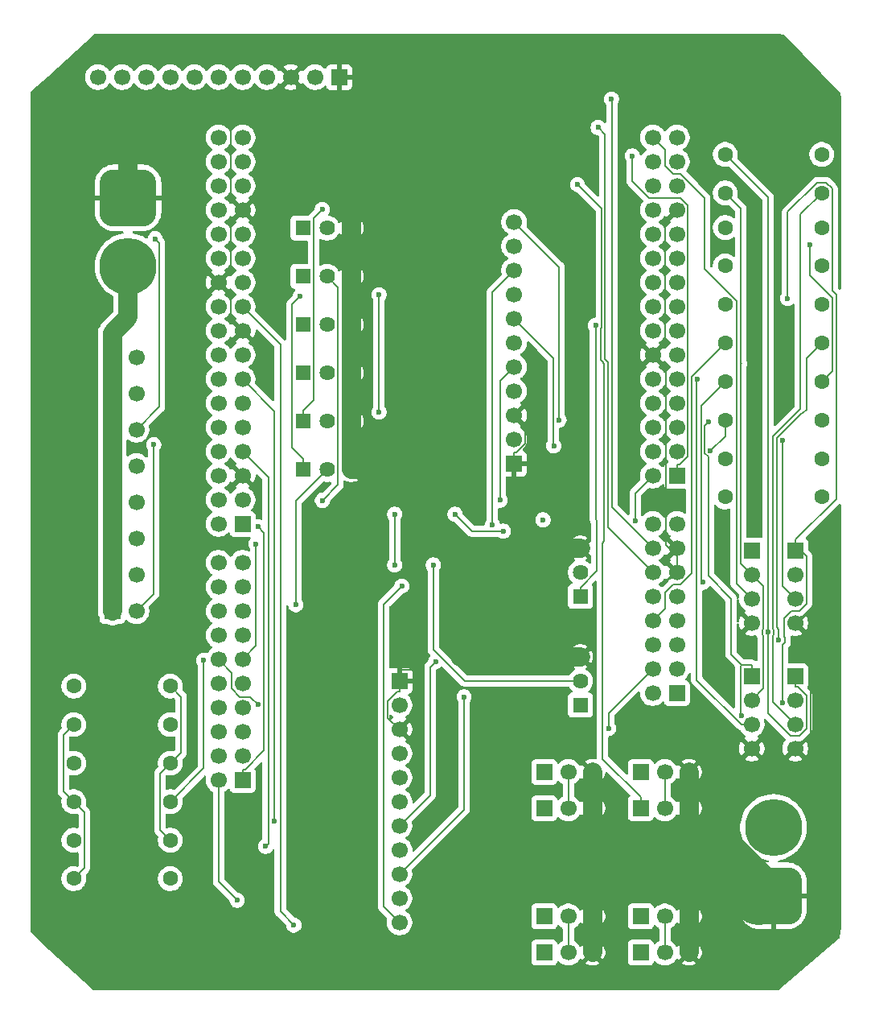
<source format=gtl>
G04 #@! TF.GenerationSoftware,KiCad,Pcbnew,9.0.2*
G04 #@! TF.CreationDate,2025-08-04T14:03:06+09:00*
G04 #@! TF.ProjectId,F767ZI_MB_V1.5,46373637-5a49-45f4-9d42-5f56312e352e,rev?*
G04 #@! TF.SameCoordinates,Original*
G04 #@! TF.FileFunction,Copper,L1,Top*
G04 #@! TF.FilePolarity,Positive*
%FSLAX46Y46*%
G04 Gerber Fmt 4.6, Leading zero omitted, Abs format (unit mm)*
G04 Created by KiCad (PCBNEW 9.0.2) date 2025-08-04 14:03:06*
%MOMM*%
%LPD*%
G01*
G04 APERTURE LIST*
G04 Aperture macros list*
%AMRoundRect*
0 Rectangle with rounded corners*
0 $1 Rounding radius*
0 $2 $3 $4 $5 $6 $7 $8 $9 X,Y pos of 4 corners*
0 Add a 4 corners polygon primitive as box body*
4,1,4,$2,$3,$4,$5,$6,$7,$8,$9,$2,$3,0*
0 Add four circle primitives for the rounded corners*
1,1,$1+$1,$2,$3*
1,1,$1+$1,$4,$5*
1,1,$1+$1,$6,$7*
1,1,$1+$1,$8,$9*
0 Add four rect primitives between the rounded corners*
20,1,$1+$1,$2,$3,$4,$5,0*
20,1,$1+$1,$4,$5,$6,$7,0*
20,1,$1+$1,$6,$7,$8,$9,0*
20,1,$1+$1,$8,$9,$2,$3,0*%
G04 Aperture macros list end*
G04 #@! TA.AperFunction,ComponentPad*
%ADD10R,1.700000X1.700000*%
G04 #@! TD*
G04 #@! TA.AperFunction,ComponentPad*
%ADD11C,1.700000*%
G04 #@! TD*
G04 #@! TA.AperFunction,ComponentPad*
%ADD12C,1.600000*%
G04 #@! TD*
G04 #@! TA.AperFunction,ComponentPad*
%ADD13R,1.625600X1.625600*%
G04 #@! TD*
G04 #@! TA.AperFunction,ComponentPad*
%ADD14C,1.625600*%
G04 #@! TD*
G04 #@! TA.AperFunction,ComponentPad*
%ADD15RoundRect,1.500000X-1.500000X1.500000X-1.500000X-1.500000X1.500000X-1.500000X1.500000X1.500000X0*%
G04 #@! TD*
G04 #@! TA.AperFunction,ComponentPad*
%ADD16C,6.000000*%
G04 #@! TD*
G04 #@! TA.AperFunction,ComponentPad*
%ADD17RoundRect,1.500000X1.500000X-1.500000X1.500000X1.500000X-1.500000X1.500000X-1.500000X-1.500000X0*%
G04 #@! TD*
G04 #@! TA.AperFunction,ViaPad*
%ADD18C,0.600000*%
G04 #@! TD*
G04 #@! TA.AperFunction,Conductor*
%ADD19C,0.200000*%
G04 #@! TD*
G04 #@! TA.AperFunction,Conductor*
%ADD20C,2.000000*%
G04 #@! TD*
G04 #@! TA.AperFunction,Conductor*
%ADD21C,6.000000*%
G04 #@! TD*
G04 APERTURE END LIST*
D10*
X171450000Y-161930000D03*
D11*
X173990000Y-161930000D03*
X176530000Y-161930000D03*
X176530000Y-150550000D03*
X173990000Y-150550000D03*
D10*
X171450000Y-150550000D03*
D11*
X176530000Y-146740000D03*
X173990000Y-146740000D03*
D10*
X171450000Y-146740000D03*
X171450000Y-165740000D03*
D11*
X173990000Y-165740000D03*
X176530000Y-165740000D03*
D12*
X180340000Y-81788000D03*
X190500000Y-81788000D03*
X180340000Y-117828000D03*
X190500000Y-117828000D03*
X190500000Y-105678000D03*
X180340000Y-105678000D03*
X190500000Y-93528000D03*
X180340000Y-93528000D03*
X190500000Y-101628000D03*
X180340000Y-101628000D03*
X190500000Y-109728000D03*
X180340000Y-109728000D03*
X190500000Y-85838000D03*
X180340000Y-85838000D03*
X190500000Y-113778000D03*
X180340000Y-113778000D03*
X190500000Y-89478000D03*
X180340000Y-89478000D03*
X190500000Y-97578000D03*
X180340000Y-97578000D03*
D10*
X183134000Y-136652000D03*
D11*
X183134000Y-139192000D03*
X183134000Y-141732000D03*
X183134000Y-144272000D03*
X187724000Y-131064000D03*
X187724000Y-128524000D03*
X187724000Y-125984000D03*
D10*
X187724000Y-123444000D03*
D11*
X183134000Y-131064000D03*
X183134000Y-128524000D03*
X183134000Y-125984000D03*
D10*
X183134000Y-123444000D03*
X115824000Y-118364000D03*
D11*
X118364000Y-118364000D03*
D10*
X115824000Y-122174000D03*
D11*
X118364000Y-122174000D03*
X187724000Y-144272000D03*
X187724000Y-141732000D03*
X187724000Y-139192000D03*
D10*
X187724000Y-136652000D03*
D12*
X121920000Y-137710000D03*
X111760000Y-137710000D03*
X121920000Y-157960000D03*
X111760000Y-157960000D03*
D10*
X115827000Y-125997000D03*
D11*
X118367000Y-125997000D03*
D10*
X115824000Y-114554000D03*
D11*
X118364000Y-114554000D03*
D12*
X121920000Y-145810000D03*
X111760000Y-145810000D03*
X121920000Y-153910000D03*
X111760000Y-153910000D03*
X121920000Y-141760000D03*
X111760000Y-141760000D03*
D10*
X115824000Y-110744000D03*
D11*
X118364000Y-110744000D03*
D10*
X115827000Y-129807000D03*
D11*
X118367000Y-129807000D03*
X118364000Y-103124000D03*
D10*
X115824000Y-103124000D03*
D12*
X121920000Y-149860000D03*
X111760000Y-149860000D03*
D11*
X118364000Y-106934000D03*
D10*
X115824000Y-106934000D03*
D13*
X165100000Y-128270000D03*
D14*
X165100000Y-125730000D03*
X165100000Y-123190000D03*
D11*
X172720000Y-80010000D03*
X175260000Y-80010000D03*
X172720000Y-82550000D03*
X175260000Y-82550000D03*
X172720000Y-85090000D03*
X175260000Y-85090000D03*
X172720000Y-87630000D03*
X175260000Y-87630000D03*
X172720000Y-90170000D03*
X175260000Y-90170000D03*
X172720000Y-92710000D03*
X175260000Y-92710000D03*
X172720000Y-95250000D03*
X175260000Y-95250000D03*
X172720000Y-97790000D03*
X175260000Y-97790000D03*
X172720000Y-100330000D03*
X175260000Y-100330000D03*
X172720000Y-102870000D03*
X175260000Y-102870000D03*
X172720000Y-105410000D03*
X175260000Y-105410000D03*
X172720000Y-107950000D03*
X175260000Y-107950000D03*
X172720000Y-110490000D03*
X175260000Y-110490000D03*
X172720000Y-113030000D03*
X175260000Y-113030000D03*
X172720000Y-115570000D03*
D10*
X175260000Y-115570000D03*
D11*
X172720000Y-120660000D03*
X175260000Y-120660000D03*
X172720000Y-123200000D03*
X175260000Y-123200000D03*
X172720000Y-125740000D03*
X175260000Y-125740000D03*
X172720000Y-128280000D03*
X175260000Y-128280000D03*
X172720000Y-130820000D03*
X175260000Y-130820000D03*
X172720000Y-133360000D03*
X175260000Y-133360000D03*
X172720000Y-135900000D03*
X175260000Y-135900000D03*
X172720000Y-138440000D03*
D10*
X175260000Y-138440000D03*
D11*
X166370000Y-146740000D03*
X163830000Y-146740000D03*
D10*
X161290000Y-146740000D03*
D11*
X166370000Y-150550000D03*
X163830000Y-150550000D03*
D10*
X161290000Y-150550000D03*
D11*
X158115000Y-88900000D03*
X158115000Y-91440000D03*
X158115000Y-93980000D03*
X158115000Y-96520000D03*
X158115000Y-99060000D03*
X158115000Y-101600000D03*
X158115000Y-104140000D03*
X158115000Y-106680000D03*
X158115000Y-109220000D03*
X158115000Y-111760000D03*
D10*
X158115000Y-114300000D03*
D13*
X135890000Y-114935000D03*
D14*
X138430000Y-114935000D03*
X140970000Y-114935000D03*
D13*
X165100000Y-139700000D03*
D14*
X165100000Y-137160000D03*
X165100000Y-134620000D03*
X140970000Y-109855000D03*
X138430000Y-109855000D03*
D13*
X135890000Y-109855000D03*
X135890000Y-99695000D03*
D14*
X138430000Y-99695000D03*
X140970000Y-99695000D03*
D13*
X135890000Y-94615000D03*
D14*
X138430000Y-94615000D03*
X140970000Y-94615000D03*
D13*
X135890000Y-89535000D03*
D14*
X138430000Y-89535000D03*
X140970000Y-89535000D03*
D13*
X135890000Y-104775000D03*
D14*
X138430000Y-104775000D03*
X140970000Y-104775000D03*
D10*
X161290000Y-165740000D03*
D11*
X163830000Y-165740000D03*
X166370000Y-165740000D03*
X166370000Y-161930000D03*
X163830000Y-161930000D03*
D10*
X161290000Y-161930000D03*
D15*
X117475000Y-86360000D03*
D16*
X117475000Y-93560000D03*
D17*
X185420000Y-159766000D03*
D16*
X185420000Y-152566000D03*
D10*
X139700000Y-73660000D03*
D11*
X137160000Y-73660000D03*
X134620000Y-73660000D03*
X132080000Y-73660000D03*
X129540000Y-73660000D03*
X127000000Y-73660000D03*
X124460000Y-73660000D03*
X121920000Y-73660000D03*
X119380000Y-73660000D03*
X116840000Y-73660000D03*
X114300000Y-73660000D03*
D10*
X146050000Y-137160000D03*
D11*
X146050000Y-139700000D03*
X146050000Y-142240000D03*
X146050000Y-144780000D03*
X146050000Y-147320000D03*
X146050000Y-149860000D03*
X146050000Y-152400000D03*
X146050000Y-154940000D03*
X146050000Y-157480000D03*
X146050000Y-160020000D03*
X146050000Y-162560000D03*
D10*
X129540000Y-120650000D03*
D11*
X127000000Y-120650000D03*
X129540000Y-118110000D03*
X127000000Y-118110000D03*
X129540000Y-115570000D03*
X127000000Y-115570000D03*
X129540000Y-113030000D03*
X127000000Y-113030000D03*
X129540000Y-110490000D03*
X127000000Y-110490000D03*
X129540000Y-107950000D03*
X127000000Y-107950000D03*
X129540000Y-105410000D03*
X127000000Y-105410000D03*
X129540000Y-102870000D03*
X127000000Y-102870000D03*
X129540000Y-100330000D03*
X127000000Y-100330000D03*
X129540000Y-97790000D03*
X127000000Y-97790000D03*
X129540000Y-95250000D03*
X127000000Y-95250000D03*
X129540000Y-92710000D03*
X127000000Y-92710000D03*
X129540000Y-90170000D03*
X127000000Y-90170000D03*
X129540000Y-87630000D03*
X127000000Y-87630000D03*
X129540000Y-85090000D03*
X127000000Y-85090000D03*
X129540000Y-82550000D03*
X127000000Y-82550000D03*
X129540000Y-80010000D03*
X127000000Y-80010000D03*
D10*
X129540000Y-147600000D03*
D11*
X127000000Y-147600000D03*
X129540000Y-145060000D03*
X127000000Y-145060000D03*
X129540000Y-142520000D03*
X127000000Y-142520000D03*
X129540000Y-139980000D03*
X127000000Y-139980000D03*
X129540000Y-137440000D03*
X127000000Y-137440000D03*
X129540000Y-134900000D03*
X127000000Y-134900000D03*
X129540000Y-132360000D03*
X127000000Y-132360000D03*
X129540000Y-129820000D03*
X127000000Y-129820000D03*
X129540000Y-127280000D03*
X127000000Y-127280000D03*
X129540000Y-124740000D03*
X127000000Y-124740000D03*
D18*
X116840000Y-149860000D03*
X116840000Y-144780000D03*
X121920000Y-71120000D03*
X149860000Y-114300000D03*
X190500000Y-121920000D03*
X190500000Y-134620000D03*
X180340000Y-137160000D03*
X180340000Y-121920000D03*
X157480000Y-139700000D03*
X185420000Y-83820000D03*
X149860000Y-93980000D03*
X149860000Y-91440000D03*
X149860000Y-88900000D03*
X187960000Y-147320000D03*
X180340000Y-147320000D03*
X185420000Y-165100000D03*
X180340000Y-167640000D03*
X175260000Y-167640000D03*
X165100000Y-167640000D03*
X152400000Y-167640000D03*
X139700000Y-167640000D03*
X127000000Y-165100000D03*
X116840000Y-165100000D03*
X139700000Y-157480000D03*
X139700000Y-152400000D03*
X162560000Y-116840000D03*
X170180000Y-106680000D03*
X149860000Y-109220000D03*
X147320000Y-104140000D03*
X152400000Y-101600000D03*
X165100000Y-104140000D03*
X142240000Y-139700000D03*
X116840000Y-137160000D03*
X124460000Y-149860000D03*
X109220000Y-160020000D03*
X109220000Y-152400000D03*
X109220000Y-144780000D03*
X109220000Y-137160000D03*
X109220000Y-129540000D03*
X109220000Y-121920000D03*
X132080000Y-101600000D03*
X132080000Y-93980000D03*
X124460000Y-114300000D03*
X124460000Y-106680000D03*
X109220000Y-114300000D03*
X109220000Y-106680000D03*
X111760000Y-99060000D03*
X124460000Y-93980000D03*
X121920000Y-81280000D03*
X111760000Y-78740000D03*
X144780000Y-71120000D03*
X162560000Y-71120000D03*
X177800000Y-73660000D03*
X185420000Y-76200000D03*
X149606000Y-124968000D03*
X145542000Y-119634000D03*
X145542000Y-124968000D03*
X156972000Y-121412000D03*
X151892000Y-119634000D03*
X189263300Y-91271700D03*
X185975000Y-132852500D03*
X166691600Y-99779400D03*
X135573100Y-96738300D03*
X137921500Y-87582300D03*
X120330800Y-90657300D03*
X161156500Y-120226900D03*
X137938600Y-118176500D03*
X135138800Y-129139100D03*
X120172500Y-112305400D03*
X178793300Y-112973800D03*
X134936600Y-162840800D03*
X131951700Y-154559900D03*
X143891300Y-108898900D03*
X143891300Y-96536000D03*
X164785600Y-84945300D03*
X132906700Y-151951200D03*
X155830900Y-120784300D03*
X130948200Y-122752400D03*
X156627100Y-118159300D03*
X131155500Y-120956400D03*
X184846400Y-132053900D03*
X131155500Y-139624100D03*
X128966800Y-160229500D03*
X170854900Y-120355200D03*
X146305400Y-127186200D03*
X177417400Y-105413400D03*
X186346100Y-111893300D03*
X125418900Y-134995700D03*
X170566500Y-81951100D03*
X162843500Y-109703200D03*
X186922300Y-96922100D03*
X186359200Y-139501500D03*
X162295000Y-112430100D03*
X182054900Y-140851400D03*
X178546900Y-109946100D03*
X177952900Y-126773500D03*
X166974300Y-78956900D03*
X152846000Y-138840900D03*
X149861100Y-135111500D03*
X168372300Y-75962700D03*
X168083200Y-142148900D03*
D19*
X152908000Y-137160000D02*
X165100000Y-137160000D01*
X149606000Y-133858000D02*
X152908000Y-137160000D01*
X149606000Y-124968000D02*
X149606000Y-133858000D01*
X145542000Y-119634000D02*
X145542000Y-124968000D01*
X153670000Y-121412000D02*
X151892000Y-119634000D01*
X156972000Y-121412000D02*
X153670000Y-121412000D01*
X189263300Y-94530500D02*
X189263300Y-91271700D01*
X191610800Y-96878000D02*
X189263300Y-94530500D01*
X191610800Y-104567200D02*
X191610800Y-96878000D01*
X190500000Y-105678000D02*
X191610800Y-104567200D01*
X188893200Y-103234800D02*
X190500000Y-101628000D01*
X188893200Y-108636600D02*
X188893200Y-103234800D01*
X188528100Y-109001700D02*
X188893200Y-108636600D01*
X188386700Y-109001700D02*
X188528100Y-109001700D01*
X185744400Y-111644000D02*
X188386700Y-109001700D01*
X185744400Y-131533000D02*
X185744400Y-111644000D01*
X185975000Y-131763600D02*
X185744400Y-131533000D01*
X185975000Y-132852500D02*
X185975000Y-131763600D01*
X165100000Y-128270000D02*
X165100000Y-127321800D01*
X166691600Y-120195300D02*
X166691600Y-99779400D01*
X166843800Y-120347500D02*
X166691600Y-120195300D01*
X166843800Y-125578000D02*
X166843800Y-120347500D01*
X165100000Y-127321800D02*
X166843800Y-125578000D01*
X134726200Y-97585200D02*
X135573100Y-96738300D01*
X134726200Y-112656700D02*
X134726200Y-97585200D01*
X135890000Y-113820500D02*
X134726200Y-112656700D01*
X135890000Y-114935000D02*
X135890000Y-113820500D01*
X135890000Y-109855000D02*
X135890000Y-108740500D01*
X137004500Y-88499300D02*
X137921500Y-87582300D01*
X137004500Y-107626000D02*
X137004500Y-88499300D01*
X135890000Y-108740500D02*
X137004500Y-107626000D01*
X120776700Y-91103200D02*
X120330800Y-90657300D01*
X120776700Y-108331300D02*
X120776700Y-91103200D01*
X118364000Y-110744000D02*
X120776700Y-108331300D01*
X139567700Y-116547400D02*
X137938600Y-118176500D01*
X139567700Y-95752700D02*
X139567700Y-116547400D01*
X138430000Y-94615000D02*
X139567700Y-95752700D01*
X135138800Y-118226200D02*
X138430000Y-114935000D01*
X135138800Y-129139100D02*
X135138800Y-118226200D01*
X115824000Y-122174000D02*
X115824000Y-118364000D01*
X115824000Y-110744000D02*
X115824000Y-106934000D01*
X115824000Y-100584000D02*
X115824000Y-103124000D01*
X115827000Y-125997000D02*
X115827000Y-129807000D01*
X115824000Y-115194000D02*
X115824000Y-114554000D01*
X115827000Y-115197000D02*
X115824000Y-115194000D01*
X115824000Y-114554000D02*
X115824000Y-110744000D01*
X115824000Y-106934000D02*
X115824000Y-103124000D01*
X115824000Y-122499000D02*
X115824000Y-122174000D01*
X115827000Y-122502000D02*
X115824000Y-122499000D01*
X120172500Y-128001500D02*
X120172500Y-112305400D01*
X118367000Y-129807000D02*
X120172500Y-128001500D01*
X173990000Y-150550000D02*
X173990000Y-146740000D01*
X173990000Y-161930000D02*
X173990000Y-165740000D01*
X163830000Y-150550000D02*
X163830000Y-146740000D01*
X163830000Y-161930000D02*
X163830000Y-165740000D01*
X180340000Y-111427100D02*
X178793300Y-112973800D01*
X180340000Y-109728000D02*
X180340000Y-111427100D01*
X133508400Y-101758400D02*
X129540000Y-97790000D01*
X133508400Y-161412600D02*
X133508400Y-101758400D01*
X134936600Y-162840800D02*
X133508400Y-161412600D01*
X132235700Y-115725700D02*
X129540000Y-113030000D01*
X132235700Y-154275900D02*
X132235700Y-115725700D01*
X131951700Y-154559900D02*
X132235700Y-154275900D01*
X143891300Y-108898900D02*
X143891300Y-96536000D01*
X171450000Y-150550000D02*
X171450000Y-149398300D01*
X167371400Y-103568400D02*
X167205100Y-103402100D01*
X167371400Y-103568400D02*
X167205100Y-103402100D01*
X167293300Y-87453000D02*
X164785600Y-84945300D01*
X167293300Y-100028600D02*
X167293300Y-87453000D01*
X167205100Y-100116800D02*
X167293300Y-100028600D01*
X167205100Y-103402100D02*
X167205100Y-100116800D01*
X167606800Y-103803800D02*
X167371400Y-103568400D01*
X167606800Y-122484100D02*
X167606800Y-103803800D01*
X167431000Y-122659900D02*
X167606800Y-122484100D01*
X167431000Y-145379300D02*
X167431000Y-122659900D01*
X171450000Y-149398300D02*
X167431000Y-145379300D01*
X132906700Y-108776700D02*
X129540000Y-105410000D01*
X132906700Y-151951200D02*
X132906700Y-108776700D01*
X155830900Y-96264100D02*
X155830900Y-120784300D01*
X158115000Y-93980000D02*
X155830900Y-96264100D01*
X130948200Y-133491800D02*
X129540000Y-134900000D01*
X130948200Y-122752400D02*
X130948200Y-133491800D01*
X156627100Y-105627900D02*
X156627100Y-118159300D01*
X158115000Y-104140000D02*
X156627100Y-105627900D01*
X129828000Y-146448300D02*
X129540000Y-146448300D01*
X131801600Y-144474700D02*
X129828000Y-146448300D01*
X131801600Y-121602500D02*
X131801600Y-144474700D01*
X131155500Y-120956400D02*
X131801600Y-121602500D01*
X129540000Y-147600000D02*
X129540000Y-146448300D01*
X187724000Y-136652000D02*
X187724000Y-137803700D01*
X184846400Y-86294400D02*
X184846400Y-132053900D01*
X180340000Y-81788000D02*
X184846400Y-86294400D01*
X188012900Y-137803700D02*
X187724000Y-137803700D01*
X188890100Y-138680900D02*
X188012900Y-137803700D01*
X188890100Y-142194700D02*
X188890100Y-138680900D01*
X188187700Y-142897100D02*
X188890100Y-142194700D01*
X187183500Y-142897100D02*
X188187700Y-142897100D01*
X184846400Y-140560000D02*
X187183500Y-142897100D01*
X184846400Y-132053900D02*
X184846400Y-140560000D01*
X128388300Y-136288300D02*
X127000000Y-134900000D01*
X128388300Y-137965900D02*
X128388300Y-136288300D01*
X129250700Y-138828300D02*
X128388300Y-137965900D01*
X130359700Y-138828300D02*
X129250700Y-138828300D01*
X131155500Y-139624100D02*
X130359700Y-138828300D01*
X127000000Y-158262700D02*
X128966800Y-160229500D01*
X127000000Y-147600000D02*
X127000000Y-158262700D01*
X170854900Y-117435100D02*
X170854900Y-120355200D01*
X172720000Y-115570000D02*
X170854900Y-117435100D01*
X144388300Y-129103300D02*
X146305400Y-127186200D01*
X144388300Y-160898300D02*
X144388300Y-129103300D01*
X146050000Y-162560000D02*
X144388300Y-160898300D01*
X177351200Y-105479600D02*
X177417400Y-105413400D01*
X177351200Y-137064800D02*
X177351200Y-105479600D01*
X182018400Y-141732000D02*
X177351200Y-137064800D01*
X183134000Y-141732000D02*
X182018400Y-141732000D01*
X125418900Y-146361100D02*
X125418900Y-134995700D01*
X121920000Y-149860000D02*
X125418900Y-146361100D01*
X186346100Y-127146100D02*
X186346100Y-111893300D01*
X187724000Y-128524000D02*
X186346100Y-127146100D01*
X175260000Y-115570000D02*
X175260000Y-114418300D01*
X170566500Y-84628600D02*
X170566500Y-81951100D01*
X172297900Y-86360000D02*
X170566500Y-84628600D01*
X175661100Y-86360000D02*
X172297900Y-86360000D01*
X176411700Y-87110600D02*
X175661100Y-86360000D01*
X176411700Y-113530700D02*
X176411700Y-87110600D01*
X175524100Y-114418300D02*
X176411700Y-113530700D01*
X175260000Y-114418300D02*
X175524100Y-114418300D01*
X162843500Y-93628500D02*
X162843500Y-109703200D01*
X158115000Y-88900000D02*
X162843500Y-93628500D01*
X188267900Y-88070100D02*
X190500000Y-85838000D01*
X188267900Y-108552500D02*
X188267900Y-88070100D01*
X185342700Y-111477700D02*
X188267900Y-108552500D01*
X185342700Y-131699300D02*
X185342700Y-111477700D01*
X185448100Y-131804700D02*
X185342700Y-131699300D01*
X185448100Y-132303100D02*
X185448100Y-131804700D01*
X185342700Y-132408500D02*
X185448100Y-132303100D01*
X185342700Y-139350700D02*
X185342700Y-132408500D01*
X187724000Y-141732000D02*
X185342700Y-139350700D01*
X187724000Y-123444000D02*
X187724000Y-122868100D01*
X187724000Y-122868100D02*
X187724000Y-122292300D01*
X188892400Y-124036500D02*
X187724000Y-122868100D01*
X188892400Y-129017900D02*
X188892400Y-124036500D01*
X188116300Y-129794000D02*
X188892400Y-129017900D01*
X187345100Y-129794000D02*
X188116300Y-129794000D01*
X186553500Y-130585600D02*
X187345100Y-129794000D01*
X186553500Y-132503300D02*
X186553500Y-130585600D01*
X186653500Y-132603300D02*
X186553500Y-132503300D01*
X186653500Y-133101700D02*
X186653500Y-132603300D01*
X186359200Y-133396000D02*
X186653500Y-133101700D01*
X186359200Y-139501500D02*
X186359200Y-133396000D01*
X192012500Y-96511500D02*
X191777100Y-96276100D01*
X192012500Y-118003800D02*
X192012500Y-96511500D01*
X187724000Y-122292300D02*
X192012500Y-118003800D01*
X186922300Y-87857700D02*
X186922300Y-96922100D01*
X190043700Y-84736300D02*
X186922300Y-87857700D01*
X190956400Y-84736300D02*
X190043700Y-84736300D01*
X191610800Y-85390700D02*
X190956400Y-84736300D01*
X191610800Y-96109800D02*
X191610800Y-85390700D01*
X191777100Y-96276100D02*
X191610800Y-96109800D01*
X191777100Y-96276100D02*
X191610800Y-96109800D01*
X162241800Y-112376900D02*
X162295000Y-112430100D01*
X162241800Y-103186800D02*
X162241800Y-112376900D01*
X158115000Y-99060000D02*
X162241800Y-103186800D01*
X173990000Y-81280000D02*
X172720000Y-80010000D01*
X173990000Y-82968400D02*
X173990000Y-81280000D01*
X174841600Y-83820000D02*
X173990000Y-82968400D01*
X175625900Y-83820000D02*
X174841600Y-83820000D01*
X178181400Y-86375500D02*
X175625900Y-83820000D01*
X178181400Y-93858500D02*
X178181400Y-86375500D01*
X181511100Y-97188200D02*
X178181400Y-93858500D01*
X181511100Y-126901100D02*
X181511100Y-97188200D01*
X183134000Y-128524000D02*
X181511100Y-126901100D01*
X183134000Y-136652000D02*
X183134000Y-135500300D01*
X183134000Y-135500300D02*
X182090500Y-135500300D01*
X181941500Y-140738000D02*
X182054900Y-140851400D01*
X181941500Y-135649300D02*
X181941500Y-140738000D01*
X182090500Y-135500300D02*
X181941500Y-135649300D01*
X180944100Y-134353900D02*
X182090500Y-135500300D01*
X180944100Y-128508100D02*
X180944100Y-134353900D01*
X178546900Y-126110900D02*
X180944100Y-128508100D01*
X178546900Y-113578100D02*
X178546900Y-126110900D01*
X178546800Y-113578100D02*
X178546900Y-113578100D01*
X178191600Y-113222900D02*
X178546800Y-113578100D01*
X178191600Y-110301400D02*
X178191600Y-113222900D01*
X178546900Y-109946100D02*
X178191600Y-110301400D01*
X177789900Y-126610500D02*
X177952900Y-126773500D01*
X177789900Y-108228100D02*
X177789900Y-126610500D01*
X180340000Y-105678000D02*
X177789900Y-108228100D01*
X168008500Y-103637500D02*
X167773100Y-103402100D01*
X168008500Y-121028500D02*
X168008500Y-103637500D01*
X172720000Y-125740000D02*
X168008500Y-121028500D01*
X167773100Y-103402100D02*
X167658700Y-103287700D01*
X167773100Y-103402100D02*
X167658700Y-103287700D01*
X167695000Y-79677600D02*
X166974300Y-78956900D01*
X167695000Y-100194900D02*
X167695000Y-79677600D01*
X167658700Y-100231200D02*
X167695000Y-100194900D01*
X167658700Y-103287700D02*
X167658700Y-100231200D01*
X120818300Y-152808300D02*
X121920000Y-153910000D01*
X120818300Y-146911700D02*
X120818300Y-152808300D01*
X121920000Y-145810000D02*
X120818300Y-146911700D01*
X112861700Y-156858300D02*
X111760000Y-157960000D01*
X112861700Y-150961700D02*
X112861700Y-156858300D01*
X111760000Y-149860000D02*
X112861700Y-150961700D01*
X110650800Y-148750800D02*
X111760000Y-149860000D01*
X110650800Y-142869200D02*
X110650800Y-148750800D01*
X111760000Y-141760000D02*
X110650800Y-142869200D01*
X123045600Y-144684400D02*
X121920000Y-145810000D01*
X123045600Y-138835600D02*
X123045600Y-144684400D01*
X121920000Y-137710000D02*
X123045600Y-138835600D01*
X184350100Y-137975900D02*
X183134000Y-139192000D01*
X184350100Y-132408400D02*
X184350100Y-137975900D01*
X184244700Y-132303000D02*
X184350100Y-132408400D01*
X184244700Y-131804800D02*
X184244700Y-132303000D01*
X184350100Y-131699400D02*
X184244700Y-131804800D01*
X184350100Y-127200100D02*
X184350100Y-131699400D01*
X183134000Y-125984000D02*
X184350100Y-127200100D01*
X181982300Y-87480300D02*
X180340000Y-85838000D01*
X181982300Y-103714200D02*
X181982300Y-87480300D01*
X182079100Y-103811000D02*
X181982300Y-103714200D01*
X182079100Y-103811000D02*
X181982300Y-103714200D01*
X181982300Y-103907800D02*
X182079100Y-103811000D01*
X181982300Y-124832300D02*
X181982300Y-103907800D01*
X183134000Y-125984000D02*
X181982300Y-124832300D01*
X152846000Y-150684000D02*
X152846000Y-138840900D01*
X146050000Y-157480000D02*
X152846000Y-150684000D01*
X149260400Y-149189600D02*
X146050000Y-152400000D01*
X149260500Y-149189600D02*
X149260400Y-149189600D01*
X149260500Y-135712100D02*
X149260500Y-149189600D01*
X149861100Y-135111500D02*
X149260500Y-135712100D01*
X168410200Y-76000600D02*
X168372300Y-75962700D01*
X168410200Y-118890200D02*
X168410200Y-76000600D01*
X172720000Y-123200000D02*
X168410200Y-118890200D01*
X168083200Y-140536800D02*
X168083200Y-142148900D01*
X172720000Y-135900000D02*
X168083200Y-140536800D01*
X173990000Y-129550000D02*
X172720000Y-130820000D01*
X173990000Y-127861600D02*
X173990000Y-129550000D01*
X174841600Y-127010000D02*
X173990000Y-127861600D01*
X175621600Y-127010000D02*
X174841600Y-127010000D01*
X176815700Y-125815900D02*
X175621600Y-127010000D01*
X176815700Y-105152300D02*
X176815700Y-125815900D01*
X180340000Y-101628000D02*
X176815700Y-105152300D01*
X128270000Y-99060000D02*
X129540000Y-100330000D01*
X128270000Y-96520000D02*
X128270000Y-99060000D01*
X127000000Y-95250000D02*
X128270000Y-96520000D01*
X128270000Y-93980000D02*
X127000000Y-95250000D01*
X128270000Y-88900000D02*
X128270000Y-93980000D01*
X129540000Y-87630000D02*
X128270000Y-88900000D01*
X144839900Y-141029900D02*
X146050000Y-142240000D01*
X144839900Y-139277600D02*
X144839900Y-141029900D01*
X145805800Y-138311700D02*
X144839900Y-139277600D01*
X146050000Y-138311700D02*
X145805800Y-138311700D01*
X146050000Y-137160000D02*
X146050000Y-138311700D01*
X158127700Y-115464400D02*
X158127700Y-123190000D01*
X158115000Y-115451700D02*
X158127700Y-115464400D01*
X158115000Y-114300000D02*
X158115000Y-115451700D01*
X135268800Y-74308800D02*
X135268800Y-76835000D01*
X134620000Y-73660000D02*
X135268800Y-74308800D01*
X147327100Y-124617000D02*
X150577100Y-121367000D01*
X147327100Y-135882900D02*
X147327100Y-124617000D01*
X147201700Y-136008300D02*
X147327100Y-135882900D01*
X146050000Y-136008300D02*
X147201700Y-136008300D01*
X146050000Y-137160000D02*
X146050000Y-136008300D01*
X184667000Y-159013000D02*
X185420000Y-159766000D01*
X183073000Y-159013000D02*
X184667000Y-159013000D01*
X158115000Y-114300000D02*
X158115000Y-113148300D01*
X139700000Y-73660000D02*
X139700000Y-76835000D01*
X189341800Y-132681800D02*
X187724000Y-131064000D01*
X189341800Y-142654200D02*
X189341800Y-132681800D01*
X187724000Y-144272000D02*
X189341800Y-142654200D01*
X128270000Y-86360000D02*
X129540000Y-87630000D01*
X128270000Y-76835000D02*
X128270000Y-86360000D01*
X175260000Y-123200000D02*
X175260000Y-124470000D01*
X175260000Y-124470000D02*
X175260000Y-125740000D01*
X173990000Y-101600000D02*
X172720000Y-102870000D01*
X173990000Y-88900000D02*
X173990000Y-101600000D01*
X175260000Y-87630000D02*
X173990000Y-88900000D01*
X174108300Y-104258300D02*
X172720000Y-102870000D01*
X174108300Y-121137000D02*
X174108300Y-104258300D01*
X174109800Y-121138500D02*
X174108300Y-121137000D01*
X174109800Y-122861800D02*
X174109800Y-121138500D01*
X175260000Y-124012000D02*
X174109800Y-122861800D01*
X175260000Y-124470000D02*
X175260000Y-124012000D01*
X159266700Y-110371700D02*
X158115000Y-109220000D01*
X159266700Y-112237100D02*
X159266700Y-110371700D01*
X158355500Y-113148300D02*
X159266700Y-112237100D01*
X158115000Y-113148300D02*
X158355500Y-113148300D01*
D20*
X158103100Y-123190000D02*
X165100000Y-123190000D01*
X152400000Y-123190000D02*
X158103100Y-123190000D01*
X133971300Y-76835000D02*
X140970000Y-76835000D01*
X117475000Y-86360000D02*
X117475000Y-76835000D01*
X117475000Y-76835000D02*
X133971300Y-76835000D01*
X152400000Y-131350000D02*
X152400000Y-134620000D01*
X152400000Y-134620000D02*
X165100000Y-134620000D01*
X152400000Y-123190000D02*
X152400000Y-131350000D01*
X140970000Y-76835000D02*
X140970000Y-114935000D01*
D21*
X183826000Y-159766000D02*
X179800000Y-155740000D01*
X179635000Y-155575000D02*
X166370000Y-155575000D01*
D20*
X166370000Y-146740000D02*
X166370000Y-165740000D01*
X176530000Y-146740000D02*
X176530000Y-165740000D01*
X140970000Y-114935000D02*
X144145000Y-114935000D01*
X144145000Y-114935000D02*
X152400000Y-123190000D01*
X115827000Y-101969300D02*
X115827000Y-129807000D01*
X115827000Y-100587000D02*
X115827000Y-101969300D01*
X117475000Y-93560000D02*
X117475000Y-98933000D01*
X117475000Y-98933000D02*
X115824000Y-100584000D01*
G04 #@! TA.AperFunction,Conductor*
G36*
X145142598Y-140723861D02*
G01*
X145152811Y-140724300D01*
X145184257Y-140740326D01*
X145184951Y-140740815D01*
X145342184Y-140855051D01*
X145359408Y-140863827D01*
X145366658Y-140868939D01*
X145410103Y-140923659D01*
X145417068Y-140993181D01*
X145385341Y-141055432D01*
X145351502Y-141080762D01*
X145342443Y-141085378D01*
X145185685Y-141199269D01*
X145119879Y-141222749D01*
X145051825Y-141206923D01*
X145003130Y-141156817D01*
X144988800Y-141098951D01*
X144988800Y-140841667D01*
X144992101Y-140830424D01*
X144990933Y-140818766D01*
X145001765Y-140797511D01*
X145008485Y-140774628D01*
X145017338Y-140766956D01*
X145022660Y-140756515D01*
X145043264Y-140744490D01*
X145061289Y-140728873D01*
X145072886Y-140727205D01*
X145083006Y-140721300D01*
X145106834Y-140722324D01*
X145130447Y-140718929D01*
X145142598Y-140723861D01*
G37*
G04 #@! TD.AperFunction*
G04 #@! TA.AperFunction,Conductor*
G36*
X131095203Y-115434884D02*
G01*
X131101681Y-115440916D01*
X131598881Y-115938116D01*
X131632366Y-115999439D01*
X131635200Y-116025797D01*
X131635200Y-120103064D01*
X131615515Y-120170103D01*
X131562711Y-120215858D01*
X131493553Y-120225802D01*
X131463748Y-120217625D01*
X131389001Y-120186664D01*
X131388989Y-120186661D01*
X131234345Y-120155900D01*
X131234342Y-120155900D01*
X131076658Y-120155900D01*
X131038689Y-120163452D01*
X130969097Y-120157223D01*
X130913920Y-120114359D01*
X130890677Y-120048469D01*
X130890499Y-120041834D01*
X130890499Y-119752129D01*
X130890498Y-119752123D01*
X130886680Y-119716607D01*
X130885299Y-119703757D01*
X130884091Y-119692516D01*
X130833797Y-119557671D01*
X130833793Y-119557664D01*
X130747547Y-119442455D01*
X130747544Y-119442452D01*
X130632335Y-119356206D01*
X130632328Y-119356202D01*
X130500917Y-119307189D01*
X130444983Y-119265318D01*
X130420566Y-119199853D01*
X130435418Y-119131580D01*
X130456563Y-119103332D01*
X130570104Y-118989792D01*
X130606074Y-118940284D01*
X130661305Y-118864264D01*
X130695051Y-118817816D01*
X130791557Y-118628412D01*
X130857246Y-118426243D01*
X130890500Y-118216287D01*
X130890500Y-118003713D01*
X130857246Y-117793757D01*
X130791557Y-117591588D01*
X130695051Y-117402184D01*
X130695049Y-117402181D01*
X130695048Y-117402179D01*
X130570109Y-117230213D01*
X130419786Y-117079890D01*
X130247817Y-116954949D01*
X130238504Y-116950204D01*
X130187707Y-116902230D01*
X130170912Y-116834409D01*
X130193449Y-116768274D01*
X130238507Y-116729232D01*
X130247555Y-116724622D01*
X130301716Y-116685270D01*
X130301717Y-116685270D01*
X129669408Y-116052962D01*
X129732993Y-116035925D01*
X129847007Y-115970099D01*
X129940099Y-115877007D01*
X130005925Y-115762993D01*
X130022962Y-115699408D01*
X130655270Y-116331717D01*
X130655270Y-116331716D01*
X130694622Y-116277554D01*
X130791095Y-116088217D01*
X130856757Y-115886130D01*
X130856757Y-115886127D01*
X130890000Y-115676246D01*
X130890000Y-115528597D01*
X130909685Y-115461558D01*
X130962489Y-115415803D01*
X131031647Y-115405859D01*
X131095203Y-115434884D01*
G37*
G04 #@! TD.AperFunction*
G04 #@! TA.AperFunction,Conductor*
G36*
X129074075Y-115762993D02*
G01*
X129139901Y-115877007D01*
X129232993Y-115970099D01*
X129347007Y-116035925D01*
X129410590Y-116052962D01*
X128778282Y-116685269D01*
X128778282Y-116685270D01*
X128832452Y-116724626D01*
X128832451Y-116724626D01*
X128841495Y-116729234D01*
X128892292Y-116777208D01*
X128909087Y-116845029D01*
X128886550Y-116911164D01*
X128841499Y-116950202D01*
X128832182Y-116954949D01*
X128660213Y-117079890D01*
X128509890Y-117230213D01*
X128384949Y-117402182D01*
X128380484Y-117410946D01*
X128332509Y-117461742D01*
X128264688Y-117478536D01*
X128198553Y-117455998D01*
X128159516Y-117410946D01*
X128155050Y-117402182D01*
X128030109Y-117230213D01*
X127879786Y-117079890D01*
X127707820Y-116954951D01*
X127707088Y-116954578D01*
X127699054Y-116950485D01*
X127648259Y-116902512D01*
X127631463Y-116834692D01*
X127653999Y-116768556D01*
X127699054Y-116729515D01*
X127707816Y-116725051D01*
X127794138Y-116662335D01*
X127879786Y-116600109D01*
X127879788Y-116600106D01*
X127879792Y-116600104D01*
X128030104Y-116449792D01*
X128030106Y-116449788D01*
X128030109Y-116449786D01*
X128115890Y-116331717D01*
X128155051Y-116277816D01*
X128159793Y-116268508D01*
X128207763Y-116217711D01*
X128275583Y-116200911D01*
X128341719Y-116223445D01*
X128380763Y-116268500D01*
X128385373Y-116277547D01*
X128424728Y-116331716D01*
X129057037Y-115699408D01*
X129074075Y-115762993D01*
G37*
G04 #@! TD.AperFunction*
G04 #@! TA.AperFunction,Conductor*
G36*
X128341444Y-113683999D02*
G01*
X128380484Y-113729054D01*
X128384455Y-113736847D01*
X128384951Y-113737820D01*
X128509890Y-113909786D01*
X128660213Y-114060109D01*
X128832179Y-114185048D01*
X128832181Y-114185049D01*
X128832184Y-114185051D01*
X128841493Y-114189794D01*
X128892290Y-114237766D01*
X128909087Y-114305587D01*
X128886552Y-114371722D01*
X128841505Y-114410760D01*
X128832446Y-114415376D01*
X128832440Y-114415380D01*
X128778282Y-114454727D01*
X128778282Y-114454728D01*
X129410591Y-115087037D01*
X129347007Y-115104075D01*
X129232993Y-115169901D01*
X129139901Y-115262993D01*
X129074075Y-115377007D01*
X129057037Y-115440591D01*
X128424728Y-114808282D01*
X128424727Y-114808282D01*
X128385380Y-114862440D01*
X128385376Y-114862446D01*
X128380760Y-114871505D01*
X128332781Y-114922297D01*
X128264959Y-114939087D01*
X128198826Y-114916543D01*
X128159794Y-114871493D01*
X128155051Y-114862184D01*
X128155049Y-114862181D01*
X128155048Y-114862179D01*
X128030109Y-114690213D01*
X127879786Y-114539890D01*
X127707820Y-114414951D01*
X127706505Y-114414281D01*
X127699054Y-114410485D01*
X127648259Y-114362512D01*
X127631463Y-114294692D01*
X127653999Y-114228556D01*
X127699054Y-114189515D01*
X127707816Y-114185051D01*
X127782525Y-114130772D01*
X127879786Y-114060109D01*
X127879788Y-114060106D01*
X127879792Y-114060104D01*
X128030104Y-113909792D01*
X128030106Y-113909788D01*
X128030109Y-113909786D01*
X128155048Y-113737820D01*
X128155047Y-113737820D01*
X128155051Y-113737816D01*
X128159514Y-113729054D01*
X128207488Y-113678259D01*
X128275308Y-113661463D01*
X128341444Y-113683999D01*
G37*
G04 #@! TD.AperFunction*
G04 #@! TA.AperFunction,Conductor*
G36*
X131095203Y-100194884D02*
G01*
X131101681Y-100200916D01*
X132871581Y-101970816D01*
X132905066Y-102032139D01*
X132907900Y-102058497D01*
X132907900Y-107629302D01*
X132888215Y-107696341D01*
X132835411Y-107742096D01*
X132766253Y-107752040D01*
X132702697Y-107723015D01*
X132696219Y-107716983D01*
X130873757Y-105894522D01*
X130840272Y-105833199D01*
X130843507Y-105768523D01*
X130857246Y-105726243D01*
X130890500Y-105516287D01*
X130890500Y-105303713D01*
X130857246Y-105093757D01*
X130791557Y-104891588D01*
X130695051Y-104702184D01*
X130695049Y-104702181D01*
X130695048Y-104702179D01*
X130570109Y-104530213D01*
X130419786Y-104379890D01*
X130247820Y-104254951D01*
X130246505Y-104254281D01*
X130239054Y-104250485D01*
X130188259Y-104202512D01*
X130171463Y-104134692D01*
X130193999Y-104068556D01*
X130239054Y-104029515D01*
X130247816Y-104025051D01*
X130277085Y-104003786D01*
X130419786Y-103900109D01*
X130419788Y-103900106D01*
X130419792Y-103900104D01*
X130570104Y-103749792D01*
X130570106Y-103749788D01*
X130570109Y-103749786D01*
X130679086Y-103599789D01*
X130695051Y-103577816D01*
X130791557Y-103388412D01*
X130857246Y-103186243D01*
X130890500Y-102976287D01*
X130890500Y-102763713D01*
X130857246Y-102553757D01*
X130791557Y-102351588D01*
X130695051Y-102162184D01*
X130695049Y-102162181D01*
X130695048Y-102162179D01*
X130570109Y-101990213D01*
X130419786Y-101839890D01*
X130247817Y-101714949D01*
X130238504Y-101710204D01*
X130187707Y-101662230D01*
X130170912Y-101594409D01*
X130193449Y-101528274D01*
X130238507Y-101489232D01*
X130247555Y-101484622D01*
X130301716Y-101445270D01*
X130301717Y-101445270D01*
X129669408Y-100812962D01*
X129732993Y-100795925D01*
X129847007Y-100730099D01*
X129940099Y-100637007D01*
X130005925Y-100522993D01*
X130022962Y-100459408D01*
X130655270Y-101091717D01*
X130655270Y-101091716D01*
X130694622Y-101037554D01*
X130791095Y-100848217D01*
X130856757Y-100646130D01*
X130856757Y-100646127D01*
X130890000Y-100436246D01*
X130890000Y-100288597D01*
X130909685Y-100221558D01*
X130962489Y-100175803D01*
X131031647Y-100165859D01*
X131095203Y-100194884D01*
G37*
G04 #@! TD.AperFunction*
G04 #@! TA.AperFunction,Conductor*
G36*
X129074075Y-100522993D02*
G01*
X129139901Y-100637007D01*
X129232993Y-100730099D01*
X129347007Y-100795925D01*
X129410590Y-100812962D01*
X128778282Y-101445269D01*
X128778282Y-101445270D01*
X128832452Y-101484626D01*
X128832451Y-101484626D01*
X128841495Y-101489234D01*
X128892292Y-101537208D01*
X128909087Y-101605029D01*
X128886550Y-101671164D01*
X128841499Y-101710202D01*
X128832182Y-101714949D01*
X128660213Y-101839890D01*
X128509890Y-101990213D01*
X128384949Y-102162182D01*
X128380484Y-102170946D01*
X128332509Y-102221742D01*
X128264688Y-102238536D01*
X128198553Y-102215998D01*
X128159516Y-102170946D01*
X128155050Y-102162182D01*
X128030109Y-101990213D01*
X127879786Y-101839890D01*
X127707820Y-101714951D01*
X127699600Y-101710763D01*
X127699054Y-101710485D01*
X127648259Y-101662512D01*
X127631463Y-101594692D01*
X127653999Y-101528556D01*
X127699054Y-101489515D01*
X127707816Y-101485051D01*
X127729789Y-101469086D01*
X127879786Y-101360109D01*
X127879788Y-101360106D01*
X127879792Y-101360104D01*
X128030104Y-101209792D01*
X128030106Y-101209788D01*
X128030109Y-101209786D01*
X128115890Y-101091717D01*
X128155051Y-101037816D01*
X128159793Y-101028508D01*
X128207763Y-100977711D01*
X128275583Y-100960911D01*
X128341719Y-100983445D01*
X128380763Y-101028500D01*
X128385373Y-101037547D01*
X128424728Y-101091716D01*
X129057037Y-100459408D01*
X129074075Y-100522993D01*
G37*
G04 #@! TD.AperFunction*
G04 #@! TA.AperFunction,Conductor*
G36*
X128341444Y-98443999D02*
G01*
X128380484Y-98489054D01*
X128384591Y-98497115D01*
X128384951Y-98497820D01*
X128509890Y-98669786D01*
X128660213Y-98820109D01*
X128832179Y-98945048D01*
X128832181Y-98945049D01*
X128832184Y-98945051D01*
X128841493Y-98949794D01*
X128892290Y-98997766D01*
X128909087Y-99065587D01*
X128886552Y-99131722D01*
X128841505Y-99170760D01*
X128832446Y-99175376D01*
X128832440Y-99175380D01*
X128778282Y-99214727D01*
X128778282Y-99214728D01*
X129410591Y-99847037D01*
X129347007Y-99864075D01*
X129232993Y-99929901D01*
X129139901Y-100022993D01*
X129074075Y-100137007D01*
X129057037Y-100200591D01*
X128424728Y-99568282D01*
X128424727Y-99568282D01*
X128385380Y-99622440D01*
X128385376Y-99622446D01*
X128380760Y-99631505D01*
X128332781Y-99682297D01*
X128264959Y-99699087D01*
X128198826Y-99676543D01*
X128159794Y-99631493D01*
X128155051Y-99622184D01*
X128155049Y-99622181D01*
X128155048Y-99622179D01*
X128030109Y-99450213D01*
X127879786Y-99299890D01*
X127707820Y-99174951D01*
X127706505Y-99174281D01*
X127699054Y-99170485D01*
X127648259Y-99122512D01*
X127631463Y-99054692D01*
X127653999Y-98988556D01*
X127699054Y-98949515D01*
X127707816Y-98945051D01*
X127756677Y-98909552D01*
X127879786Y-98820109D01*
X127879788Y-98820106D01*
X127879792Y-98820104D01*
X128030104Y-98669792D01*
X128030106Y-98669788D01*
X128030109Y-98669786D01*
X128155048Y-98497820D01*
X128155047Y-98497820D01*
X128155051Y-98497816D01*
X128159514Y-98489054D01*
X128207488Y-98438259D01*
X128275308Y-98421463D01*
X128341444Y-98443999D01*
G37*
G04 #@! TD.AperFunction*
G04 #@! TA.AperFunction,Conductor*
G36*
X128115270Y-96011717D02*
G01*
X128115270Y-96011716D01*
X128154622Y-95957555D01*
X128159232Y-95948507D01*
X128207205Y-95897709D01*
X128275025Y-95880912D01*
X128341161Y-95903447D01*
X128380204Y-95948504D01*
X128384949Y-95957817D01*
X128509890Y-96129786D01*
X128660213Y-96280109D01*
X128832182Y-96405050D01*
X128840946Y-96409516D01*
X128891742Y-96457491D01*
X128908536Y-96525312D01*
X128885998Y-96591447D01*
X128840946Y-96630484D01*
X128832182Y-96634949D01*
X128660213Y-96759890D01*
X128509890Y-96910213D01*
X128384949Y-97082182D01*
X128380484Y-97090946D01*
X128332509Y-97141742D01*
X128264688Y-97158536D01*
X128198553Y-97135998D01*
X128159516Y-97090946D01*
X128155050Y-97082182D01*
X128030109Y-96910213D01*
X127879786Y-96759890D01*
X127707817Y-96634949D01*
X127698504Y-96630204D01*
X127647707Y-96582230D01*
X127630912Y-96514409D01*
X127653449Y-96448274D01*
X127698507Y-96409232D01*
X127707555Y-96404622D01*
X127761716Y-96365270D01*
X127761717Y-96365270D01*
X127129408Y-95732962D01*
X127192993Y-95715925D01*
X127307007Y-95650099D01*
X127400099Y-95557007D01*
X127465925Y-95442993D01*
X127482962Y-95379408D01*
X128115270Y-96011717D01*
G37*
G04 #@! TD.AperFunction*
G04 #@! TA.AperFunction,Conductor*
G36*
X128341444Y-93363999D02*
G01*
X128380486Y-93409056D01*
X128384951Y-93417820D01*
X128509890Y-93589786D01*
X128660213Y-93740109D01*
X128832182Y-93865050D01*
X128840946Y-93869516D01*
X128891742Y-93917491D01*
X128908536Y-93985312D01*
X128885998Y-94051447D01*
X128840946Y-94090484D01*
X128832182Y-94094949D01*
X128660213Y-94219890D01*
X128509890Y-94370213D01*
X128384949Y-94542182D01*
X128380202Y-94551499D01*
X128332227Y-94602293D01*
X128264405Y-94619087D01*
X128198271Y-94596548D01*
X128159234Y-94551495D01*
X128154626Y-94542452D01*
X128115270Y-94488282D01*
X128115269Y-94488282D01*
X127482962Y-95120590D01*
X127465925Y-95057007D01*
X127400099Y-94942993D01*
X127307007Y-94849901D01*
X127192993Y-94784075D01*
X127129409Y-94767037D01*
X127761716Y-94134728D01*
X127707547Y-94095373D01*
X127707547Y-94095372D01*
X127698500Y-94090763D01*
X127647706Y-94042788D01*
X127630912Y-93974966D01*
X127653451Y-93908832D01*
X127698508Y-93869793D01*
X127707816Y-93865051D01*
X127836125Y-93771830D01*
X127879786Y-93740109D01*
X127879788Y-93740106D01*
X127879792Y-93740104D01*
X128030104Y-93589792D01*
X128030106Y-93589788D01*
X128030109Y-93589786D01*
X128155048Y-93417820D01*
X128155047Y-93417820D01*
X128155051Y-93417816D01*
X128159514Y-93409054D01*
X128207488Y-93358259D01*
X128275308Y-93341463D01*
X128341444Y-93363999D01*
G37*
G04 #@! TD.AperFunction*
G04 #@! TA.AperFunction,Conductor*
G36*
X128341444Y-90823999D02*
G01*
X128380486Y-90869056D01*
X128384951Y-90877820D01*
X128509890Y-91049786D01*
X128660213Y-91200109D01*
X128832182Y-91325050D01*
X128840946Y-91329516D01*
X128891742Y-91377491D01*
X128908536Y-91445312D01*
X128885998Y-91511447D01*
X128840946Y-91550484D01*
X128832182Y-91554949D01*
X128660213Y-91679890D01*
X128509890Y-91830213D01*
X128384949Y-92002182D01*
X128380484Y-92010946D01*
X128332509Y-92061742D01*
X128264688Y-92078536D01*
X128198553Y-92055998D01*
X128159516Y-92010946D01*
X128155050Y-92002182D01*
X128030109Y-91830213D01*
X127879786Y-91679890D01*
X127707820Y-91554951D01*
X127707115Y-91554591D01*
X127699054Y-91550485D01*
X127648259Y-91502512D01*
X127631463Y-91434692D01*
X127653999Y-91368556D01*
X127699054Y-91329515D01*
X127707816Y-91325051D01*
X127729789Y-91309086D01*
X127879786Y-91200109D01*
X127879788Y-91200106D01*
X127879792Y-91200104D01*
X128030104Y-91049792D01*
X128030106Y-91049788D01*
X128030109Y-91049786D01*
X128155048Y-90877820D01*
X128155047Y-90877820D01*
X128155051Y-90877816D01*
X128159514Y-90869054D01*
X128207488Y-90818259D01*
X128275308Y-90801463D01*
X128341444Y-90823999D01*
G37*
G04 #@! TD.AperFunction*
G04 #@! TA.AperFunction,Conductor*
G36*
X129074075Y-87822993D02*
G01*
X129139901Y-87937007D01*
X129232993Y-88030099D01*
X129347007Y-88095925D01*
X129410590Y-88112962D01*
X128778282Y-88745269D01*
X128778282Y-88745270D01*
X128832452Y-88784626D01*
X128832451Y-88784626D01*
X128841495Y-88789234D01*
X128892292Y-88837208D01*
X128909087Y-88905029D01*
X128886550Y-88971164D01*
X128841499Y-89010202D01*
X128832182Y-89014949D01*
X128660213Y-89139890D01*
X128509890Y-89290213D01*
X128384949Y-89462182D01*
X128380484Y-89470946D01*
X128332509Y-89521742D01*
X128264688Y-89538536D01*
X128198553Y-89515998D01*
X128159516Y-89470946D01*
X128155050Y-89462182D01*
X128030109Y-89290213D01*
X127879786Y-89139890D01*
X127707820Y-89014951D01*
X127706505Y-89014281D01*
X127699054Y-89010485D01*
X127648259Y-88962512D01*
X127631463Y-88894692D01*
X127653999Y-88828556D01*
X127699054Y-88789515D01*
X127707816Y-88785051D01*
X127825744Y-88699372D01*
X127879786Y-88660109D01*
X127879788Y-88660106D01*
X127879792Y-88660104D01*
X128030104Y-88509792D01*
X128030106Y-88509788D01*
X128030109Y-88509786D01*
X128115890Y-88391717D01*
X128155051Y-88337816D01*
X128159793Y-88328508D01*
X128207763Y-88277711D01*
X128275583Y-88260911D01*
X128341719Y-88283445D01*
X128380763Y-88328500D01*
X128385373Y-88337547D01*
X128424728Y-88391716D01*
X129057037Y-87759408D01*
X129074075Y-87822993D01*
G37*
G04 #@! TD.AperFunction*
G04 #@! TA.AperFunction,Conductor*
G36*
X128341444Y-85743999D02*
G01*
X128380486Y-85789056D01*
X128384951Y-85797820D01*
X128509890Y-85969786D01*
X128660213Y-86120109D01*
X128832179Y-86245048D01*
X128832181Y-86245049D01*
X128832184Y-86245051D01*
X128841493Y-86249794D01*
X128892290Y-86297766D01*
X128909087Y-86365587D01*
X128886552Y-86431722D01*
X128841505Y-86470760D01*
X128832446Y-86475376D01*
X128832440Y-86475380D01*
X128778282Y-86514727D01*
X128778282Y-86514728D01*
X129410591Y-87147037D01*
X129347007Y-87164075D01*
X129232993Y-87229901D01*
X129139901Y-87322993D01*
X129074075Y-87437007D01*
X129057037Y-87500591D01*
X128424728Y-86868282D01*
X128424727Y-86868282D01*
X128385380Y-86922440D01*
X128385376Y-86922446D01*
X128380760Y-86931505D01*
X128332781Y-86982297D01*
X128264959Y-86999087D01*
X128198826Y-86976543D01*
X128159794Y-86931493D01*
X128155051Y-86922184D01*
X128155049Y-86922181D01*
X128155048Y-86922179D01*
X128030109Y-86750213D01*
X127879786Y-86599890D01*
X127707820Y-86474951D01*
X127699600Y-86470763D01*
X127699054Y-86470485D01*
X127648259Y-86422512D01*
X127631463Y-86354692D01*
X127653999Y-86288556D01*
X127699054Y-86249515D01*
X127707816Y-86245051D01*
X127752582Y-86212527D01*
X127879786Y-86120109D01*
X127879788Y-86120106D01*
X127879792Y-86120104D01*
X128030104Y-85969792D01*
X128030106Y-85969788D01*
X128030109Y-85969786D01*
X128143381Y-85813878D01*
X128155051Y-85797816D01*
X128159514Y-85789054D01*
X128207488Y-85738259D01*
X128275308Y-85721463D01*
X128341444Y-85743999D01*
G37*
G04 #@! TD.AperFunction*
G04 #@! TA.AperFunction,Conductor*
G36*
X128341444Y-83203999D02*
G01*
X128380486Y-83249056D01*
X128384951Y-83257820D01*
X128509890Y-83429786D01*
X128660213Y-83580109D01*
X128832182Y-83705050D01*
X128840946Y-83709516D01*
X128891742Y-83757491D01*
X128908536Y-83825312D01*
X128885998Y-83891447D01*
X128840946Y-83930484D01*
X128832182Y-83934949D01*
X128660213Y-84059890D01*
X128509890Y-84210213D01*
X128384949Y-84382182D01*
X128380484Y-84390946D01*
X128332509Y-84441742D01*
X128264688Y-84458536D01*
X128198553Y-84435998D01*
X128159516Y-84390946D01*
X128155050Y-84382182D01*
X128030109Y-84210213D01*
X127879786Y-84059890D01*
X127707820Y-83934951D01*
X127707115Y-83934591D01*
X127699054Y-83930485D01*
X127648259Y-83882512D01*
X127631463Y-83814692D01*
X127653999Y-83748556D01*
X127699054Y-83709515D01*
X127707816Y-83705051D01*
X127865149Y-83590743D01*
X127879786Y-83580109D01*
X127879788Y-83580106D01*
X127879792Y-83580104D01*
X128030104Y-83429792D01*
X128030106Y-83429788D01*
X128030109Y-83429786D01*
X128155048Y-83257820D01*
X128155047Y-83257820D01*
X128155051Y-83257816D01*
X128159514Y-83249054D01*
X128207488Y-83198259D01*
X128275308Y-83181463D01*
X128341444Y-83203999D01*
G37*
G04 #@! TD.AperFunction*
G04 #@! TA.AperFunction,Conductor*
G36*
X128341444Y-80663999D02*
G01*
X128380486Y-80709056D01*
X128384951Y-80717820D01*
X128509890Y-80889786D01*
X128660213Y-81040109D01*
X128832182Y-81165050D01*
X128840946Y-81169516D01*
X128891742Y-81217491D01*
X128908536Y-81285312D01*
X128885998Y-81351447D01*
X128840946Y-81390484D01*
X128832182Y-81394949D01*
X128660213Y-81519890D01*
X128509890Y-81670213D01*
X128384949Y-81842182D01*
X128380484Y-81850946D01*
X128332509Y-81901742D01*
X128264688Y-81918536D01*
X128198553Y-81895998D01*
X128159516Y-81850946D01*
X128155050Y-81842182D01*
X128030109Y-81670213D01*
X127879786Y-81519890D01*
X127707820Y-81394951D01*
X127707115Y-81394591D01*
X127699054Y-81390485D01*
X127648259Y-81342512D01*
X127631463Y-81274692D01*
X127653999Y-81208556D01*
X127699054Y-81169515D01*
X127707816Y-81165051D01*
X127788562Y-81106386D01*
X127879786Y-81040109D01*
X127879788Y-81040106D01*
X127879792Y-81040104D01*
X128030104Y-80889792D01*
X128030106Y-80889788D01*
X128030109Y-80889786D01*
X128155048Y-80717820D01*
X128155047Y-80717820D01*
X128155051Y-80717816D01*
X128159514Y-80709054D01*
X128207488Y-80658259D01*
X128275308Y-80641463D01*
X128341444Y-80663999D01*
G37*
G04 #@! TD.AperFunction*
G04 #@! TA.AperFunction,Conductor*
G36*
X185422211Y-69080578D02*
G01*
X185923484Y-69098482D01*
X185932277Y-69099110D01*
X186428816Y-69152493D01*
X186437572Y-69153753D01*
X186461436Y-69158058D01*
X186523915Y-69189332D01*
X186528740Y-69194076D01*
X192458655Y-75352065D01*
X192490977Y-75414009D01*
X192492624Y-75424818D01*
X192495590Y-75452407D01*
X192520886Y-75687690D01*
X192521517Y-75696519D01*
X192539421Y-76197788D01*
X192539500Y-76202214D01*
X192539500Y-95889903D01*
X192533261Y-95911148D01*
X192531682Y-95933237D01*
X192523609Y-95944020D01*
X192519815Y-95956942D01*
X192503081Y-95971441D01*
X192489810Y-95989170D01*
X192477189Y-95993877D01*
X192467011Y-96002697D01*
X192445093Y-96005848D01*
X192424346Y-96013587D01*
X192411185Y-96010724D01*
X192397853Y-96012641D01*
X192377709Y-96003441D01*
X192356073Y-95998735D01*
X192338347Y-95985466D01*
X192334297Y-95983616D01*
X192327819Y-95977584D01*
X192264690Y-95914455D01*
X192264688Y-95914452D01*
X192247619Y-95897383D01*
X192214134Y-95836060D01*
X192211300Y-95809702D01*
X192211300Y-85311645D01*
X192211300Y-85311643D01*
X192170377Y-85158916D01*
X192168916Y-85156386D01*
X192091324Y-85021990D01*
X192091321Y-85021986D01*
X192091320Y-85021984D01*
X191979516Y-84910180D01*
X191979515Y-84910179D01*
X191975185Y-84905849D01*
X191975174Y-84905839D01*
X191443990Y-84374655D01*
X191443988Y-84374652D01*
X191325117Y-84255781D01*
X191325109Y-84255775D01*
X191208958Y-84188716D01*
X191208957Y-84188715D01*
X191194356Y-84180286D01*
X191188185Y-84176723D01*
X191035457Y-84135799D01*
X190877343Y-84135799D01*
X190869747Y-84135799D01*
X190869731Y-84135800D01*
X189964642Y-84135800D01*
X189811914Y-84176723D01*
X189811913Y-84176724D01*
X189791141Y-84188715D01*
X189791142Y-84188716D01*
X189674987Y-84255777D01*
X189674982Y-84255781D01*
X186441781Y-87488982D01*
X186441779Y-87488985D01*
X186401152Y-87559355D01*
X186401151Y-87559356D01*
X186395376Y-87569359D01*
X186362723Y-87625915D01*
X186321799Y-87778643D01*
X186321799Y-87778645D01*
X186321799Y-87946746D01*
X186321800Y-87946759D01*
X186321800Y-96342334D01*
X186302115Y-96409373D01*
X186300902Y-96411225D01*
X186212909Y-96542914D01*
X186212902Y-96542927D01*
X186152564Y-96688598D01*
X186152561Y-96688610D01*
X186121800Y-96843253D01*
X186121800Y-97000946D01*
X186152561Y-97155589D01*
X186152564Y-97155601D01*
X186212902Y-97301272D01*
X186212909Y-97301285D01*
X186300510Y-97432388D01*
X186300513Y-97432392D01*
X186412007Y-97543886D01*
X186412011Y-97543889D01*
X186543114Y-97631490D01*
X186543127Y-97631497D01*
X186688798Y-97691835D01*
X186688803Y-97691837D01*
X186823128Y-97718556D01*
X186843453Y-97722599D01*
X186843456Y-97722600D01*
X186843458Y-97722600D01*
X187001144Y-97722600D01*
X187001145Y-97722599D01*
X187155797Y-97691837D01*
X187301479Y-97631494D01*
X187432589Y-97543889D01*
X187442347Y-97534131D01*
X187455719Y-97520760D01*
X187517042Y-97487275D01*
X187586734Y-97492259D01*
X187642667Y-97534131D01*
X187667084Y-97599595D01*
X187667400Y-97608441D01*
X187667400Y-108252402D01*
X187647715Y-108319441D01*
X187631081Y-108340083D01*
X185658581Y-110312583D01*
X185597258Y-110346068D01*
X185527566Y-110341084D01*
X185471633Y-110299212D01*
X185447216Y-110233748D01*
X185446900Y-110224902D01*
X185446900Y-86383459D01*
X185446901Y-86383446D01*
X185446901Y-86215345D01*
X185446901Y-86215343D01*
X185405977Y-86062615D01*
X185364745Y-85991200D01*
X185364745Y-85991198D01*
X185326924Y-85925690D01*
X185326921Y-85925686D01*
X185326920Y-85925684D01*
X185215116Y-85813880D01*
X185215115Y-85813879D01*
X185210785Y-85809549D01*
X185210774Y-85809539D01*
X181634077Y-82232842D01*
X181600592Y-82171519D01*
X181603828Y-82106841D01*
X181608477Y-82092534D01*
X181640500Y-81890352D01*
X181640500Y-81685648D01*
X189199500Y-81685648D01*
X189199500Y-81890351D01*
X189231522Y-82092534D01*
X189294781Y-82287223D01*
X189316720Y-82330279D01*
X189383822Y-82461974D01*
X189387715Y-82469613D01*
X189508028Y-82635213D01*
X189652786Y-82779971D01*
X189771532Y-82866243D01*
X189818390Y-82900287D01*
X189888695Y-82936109D01*
X190000776Y-82993218D01*
X190000778Y-82993218D01*
X190000781Y-82993220D01*
X190057503Y-83011650D01*
X190195465Y-83056477D01*
X190270819Y-83068412D01*
X190397648Y-83088500D01*
X190397649Y-83088500D01*
X190602351Y-83088500D01*
X190602352Y-83088500D01*
X190804534Y-83056477D01*
X190999219Y-82993220D01*
X191181610Y-82900287D01*
X191278549Y-82829857D01*
X191347213Y-82779971D01*
X191347215Y-82779968D01*
X191347219Y-82779966D01*
X191491966Y-82635219D01*
X191491968Y-82635215D01*
X191491971Y-82635213D01*
X191567783Y-82530865D01*
X191612287Y-82469610D01*
X191705220Y-82287219D01*
X191768477Y-82092534D01*
X191800500Y-81890352D01*
X191800500Y-81685648D01*
X191768477Y-81483466D01*
X191705220Y-81288781D01*
X191705218Y-81288778D01*
X191705218Y-81288776D01*
X191659729Y-81199500D01*
X191612287Y-81106390D01*
X191604556Y-81095749D01*
X191491971Y-80940786D01*
X191347213Y-80796028D01*
X191181613Y-80675715D01*
X191181612Y-80675714D01*
X191181610Y-80675713D01*
X191114391Y-80641463D01*
X190999223Y-80582781D01*
X190804534Y-80519522D01*
X190629995Y-80491878D01*
X190602352Y-80487500D01*
X190397648Y-80487500D01*
X190373329Y-80491351D01*
X190195465Y-80519522D01*
X190000776Y-80582781D01*
X189818386Y-80675715D01*
X189652786Y-80796028D01*
X189508028Y-80940786D01*
X189387715Y-81106386D01*
X189294781Y-81288776D01*
X189231522Y-81483465D01*
X189199500Y-81685648D01*
X181640500Y-81685648D01*
X181608477Y-81483466D01*
X181545220Y-81288781D01*
X181545218Y-81288778D01*
X181545218Y-81288776D01*
X181499729Y-81199500D01*
X181452287Y-81106390D01*
X181444556Y-81095749D01*
X181331971Y-80940786D01*
X181187213Y-80796028D01*
X181021613Y-80675715D01*
X181021612Y-80675714D01*
X181021610Y-80675713D01*
X180954391Y-80641463D01*
X180839223Y-80582781D01*
X180644534Y-80519522D01*
X180469995Y-80491878D01*
X180442352Y-80487500D01*
X180237648Y-80487500D01*
X180213329Y-80491351D01*
X180035465Y-80519522D01*
X179840776Y-80582781D01*
X179658386Y-80675715D01*
X179492786Y-80796028D01*
X179348028Y-80940786D01*
X179227715Y-81106386D01*
X179134781Y-81288776D01*
X179071522Y-81483465D01*
X179039500Y-81685648D01*
X179039500Y-81890351D01*
X179071522Y-82092534D01*
X179134781Y-82287223D01*
X179156720Y-82330279D01*
X179223822Y-82461974D01*
X179227715Y-82469613D01*
X179348028Y-82635213D01*
X179492786Y-82779971D01*
X179611532Y-82866243D01*
X179658390Y-82900287D01*
X179728695Y-82936109D01*
X179840776Y-82993218D01*
X179840778Y-82993218D01*
X179840781Y-82993220D01*
X179897503Y-83011650D01*
X180035465Y-83056477D01*
X180110819Y-83068412D01*
X180237648Y-83088500D01*
X180237649Y-83088500D01*
X180442351Y-83088500D01*
X180442352Y-83088500D01*
X180644534Y-83056477D01*
X180658842Y-83051827D01*
X180728682Y-83049831D01*
X180784842Y-83082077D01*
X184209581Y-86506816D01*
X184243066Y-86568139D01*
X184245900Y-86594497D01*
X184245900Y-121979681D01*
X184226215Y-122046720D01*
X184173411Y-122092475D01*
X184104253Y-122102419D01*
X184093394Y-122100360D01*
X184091484Y-122099908D01*
X184031883Y-122093501D01*
X184031881Y-122093500D01*
X184031873Y-122093500D01*
X184031865Y-122093500D01*
X182706800Y-122093500D01*
X182639761Y-122073815D01*
X182594006Y-122021011D01*
X182582800Y-121969500D01*
X182582800Y-104172791D01*
X182599413Y-104110791D01*
X182602843Y-104104850D01*
X182638677Y-104042785D01*
X182679601Y-103890057D01*
X182679601Y-103731943D01*
X182638677Y-103579215D01*
X182599412Y-103511207D01*
X182582800Y-103449208D01*
X182582800Y-87569359D01*
X182582801Y-87569346D01*
X182582801Y-87401245D01*
X182582801Y-87401243D01*
X182541877Y-87248515D01*
X182488513Y-87156086D01*
X182462820Y-87111584D01*
X182351016Y-86999780D01*
X182351013Y-86999778D01*
X181634077Y-86282842D01*
X181600592Y-86221519D01*
X181603828Y-86156841D01*
X181608477Y-86142534D01*
X181640500Y-85940352D01*
X181640500Y-85735648D01*
X181637236Y-85715038D01*
X181608477Y-85533465D01*
X181567138Y-85406239D01*
X181545220Y-85338781D01*
X181545218Y-85338778D01*
X181545218Y-85338776D01*
X181511503Y-85272607D01*
X181452287Y-85156390D01*
X181423077Y-85116185D01*
X181331971Y-84990786D01*
X181187213Y-84846028D01*
X181021613Y-84725715D01*
X181021612Y-84725714D01*
X181021610Y-84725713D01*
X180964653Y-84696691D01*
X180839223Y-84632781D01*
X180644534Y-84569522D01*
X180469995Y-84541878D01*
X180442352Y-84537500D01*
X180237648Y-84537500D01*
X180213329Y-84541351D01*
X180035465Y-84569522D01*
X179840776Y-84632781D01*
X179658386Y-84725715D01*
X179492786Y-84846028D01*
X179348028Y-84990786D01*
X179227715Y-85156386D01*
X179134781Y-85338776D01*
X179071522Y-85533465D01*
X179039500Y-85735648D01*
X179039500Y-85940351D01*
X179071522Y-86142534D01*
X179134781Y-86337223D01*
X179182932Y-86431722D01*
X179225225Y-86514728D01*
X179227715Y-86519613D01*
X179348028Y-86685213D01*
X179492786Y-86829971D01*
X179647749Y-86942556D01*
X179658390Y-86950287D01*
X179774607Y-87009503D01*
X179840776Y-87043218D01*
X179840778Y-87043218D01*
X179840781Y-87043220D01*
X179929378Y-87072007D01*
X180035465Y-87106477D01*
X180136557Y-87122488D01*
X180237648Y-87138500D01*
X180237649Y-87138500D01*
X180442351Y-87138500D01*
X180442352Y-87138500D01*
X180644534Y-87106477D01*
X180658842Y-87101827D01*
X180728682Y-87099831D01*
X180784842Y-87132077D01*
X181345481Y-87692716D01*
X181378966Y-87754039D01*
X181381800Y-87780397D01*
X181381800Y-88384041D01*
X181362115Y-88451080D01*
X181309311Y-88496835D01*
X181240153Y-88506779D01*
X181184915Y-88484359D01*
X181021613Y-88365715D01*
X181021612Y-88365714D01*
X181021610Y-88365713D01*
X180948595Y-88328510D01*
X180839223Y-88272781D01*
X180644534Y-88209522D01*
X180469995Y-88181878D01*
X180442352Y-88177500D01*
X180237648Y-88177500D01*
X180213329Y-88181351D01*
X180035465Y-88209522D01*
X179840776Y-88272781D01*
X179658386Y-88365715D01*
X179492786Y-88486028D01*
X179348028Y-88630786D01*
X179227715Y-88796386D01*
X179134781Y-88978776D01*
X179071522Y-89173465D01*
X179039500Y-89375648D01*
X179039500Y-89580351D01*
X179071522Y-89782534D01*
X179134781Y-89977223D01*
X179176704Y-90059500D01*
X179227712Y-90159609D01*
X179227715Y-90159613D01*
X179348028Y-90325213D01*
X179492786Y-90469971D01*
X179608318Y-90553908D01*
X179658390Y-90590287D01*
X179774607Y-90649503D01*
X179840776Y-90683218D01*
X179840778Y-90683218D01*
X179840781Y-90683220D01*
X179908872Y-90705344D01*
X180035465Y-90746477D01*
X180129754Y-90761411D01*
X180237648Y-90778500D01*
X180237649Y-90778500D01*
X180442351Y-90778500D01*
X180442352Y-90778500D01*
X180644534Y-90746477D01*
X180839219Y-90683220D01*
X181021610Y-90590287D01*
X181184915Y-90471640D01*
X181250721Y-90448160D01*
X181318775Y-90463986D01*
X181367470Y-90514091D01*
X181381800Y-90571958D01*
X181381800Y-92434041D01*
X181362115Y-92501080D01*
X181309311Y-92546835D01*
X181240153Y-92556779D01*
X181184915Y-92534359D01*
X181021613Y-92415715D01*
X181021612Y-92415714D01*
X181021610Y-92415713D01*
X180950132Y-92379293D01*
X180839223Y-92322781D01*
X180644534Y-92259522D01*
X180469995Y-92231878D01*
X180442352Y-92227500D01*
X180237648Y-92227500D01*
X180213329Y-92231351D01*
X180035465Y-92259522D01*
X179840776Y-92322781D01*
X179658386Y-92415715D01*
X179492786Y-92536028D01*
X179348028Y-92680786D01*
X179227715Y-92846386D01*
X179134781Y-93028776D01*
X179071522Y-93223465D01*
X179039500Y-93425648D01*
X179039500Y-93568003D01*
X179033261Y-93589248D01*
X179031682Y-93611337D01*
X179023609Y-93622120D01*
X179019815Y-93635042D01*
X179003081Y-93649541D01*
X178989810Y-93667270D01*
X178977189Y-93671977D01*
X178967011Y-93680797D01*
X178945093Y-93683948D01*
X178924346Y-93691687D01*
X178911185Y-93688824D01*
X178897853Y-93690741D01*
X178877709Y-93681541D01*
X178856073Y-93676835D01*
X178838347Y-93663566D01*
X178834297Y-93661716D01*
X178827819Y-93655684D01*
X178818219Y-93646084D01*
X178784734Y-93584761D01*
X178781900Y-93558403D01*
X178781900Y-86464560D01*
X178781901Y-86464547D01*
X178781901Y-86296444D01*
X178781901Y-86296443D01*
X178740977Y-86143716D01*
X178694154Y-86062615D01*
X178661924Y-86006790D01*
X178661918Y-86006782D01*
X177501164Y-84846028D01*
X176275195Y-83620060D01*
X176241711Y-83558738D01*
X176246695Y-83489046D01*
X176275194Y-83444701D01*
X176290104Y-83429792D01*
X176415051Y-83257816D01*
X176511557Y-83068412D01*
X176577246Y-82866243D01*
X176610500Y-82656287D01*
X176610500Y-82443713D01*
X176577246Y-82233757D01*
X176511557Y-82031588D01*
X176415051Y-81842184D01*
X176415049Y-81842181D01*
X176415048Y-81842179D01*
X176290109Y-81670213D01*
X176139786Y-81519890D01*
X175967820Y-81394951D01*
X175967115Y-81394591D01*
X175959054Y-81390485D01*
X175908259Y-81342512D01*
X175891463Y-81274692D01*
X175913999Y-81208556D01*
X175959054Y-81169515D01*
X175967816Y-81165051D01*
X176048562Y-81106386D01*
X176139786Y-81040109D01*
X176139788Y-81040106D01*
X176139792Y-81040104D01*
X176290104Y-80889792D01*
X176290106Y-80889788D01*
X176290109Y-80889786D01*
X176415048Y-80717820D01*
X176415047Y-80717820D01*
X176415051Y-80717816D01*
X176511557Y-80528412D01*
X176577246Y-80326243D01*
X176610500Y-80116287D01*
X176610500Y-79903713D01*
X176577246Y-79693757D01*
X176511557Y-79491588D01*
X176415051Y-79302184D01*
X176415049Y-79302181D01*
X176415048Y-79302179D01*
X176290109Y-79130213D01*
X176139786Y-78979890D01*
X175967820Y-78854951D01*
X175778414Y-78758444D01*
X175778413Y-78758443D01*
X175778412Y-78758443D01*
X175576243Y-78692754D01*
X175576241Y-78692753D01*
X175576240Y-78692753D01*
X175414957Y-78667208D01*
X175366287Y-78659500D01*
X175153713Y-78659500D01*
X175105042Y-78667208D01*
X174943760Y-78692753D01*
X174741585Y-78758444D01*
X174552179Y-78854951D01*
X174380213Y-78979890D01*
X174229890Y-79130213D01*
X174104949Y-79302182D01*
X174100484Y-79310946D01*
X174052509Y-79361742D01*
X173984688Y-79378536D01*
X173918553Y-79355998D01*
X173879516Y-79310946D01*
X173875050Y-79302182D01*
X173750109Y-79130213D01*
X173599786Y-78979890D01*
X173427820Y-78854951D01*
X173238414Y-78758444D01*
X173238413Y-78758443D01*
X173238412Y-78758443D01*
X173036243Y-78692754D01*
X173036241Y-78692753D01*
X173036240Y-78692753D01*
X172874957Y-78667208D01*
X172826287Y-78659500D01*
X172613713Y-78659500D01*
X172565042Y-78667208D01*
X172403760Y-78692753D01*
X172201585Y-78758444D01*
X172012179Y-78854951D01*
X171840213Y-78979890D01*
X171689890Y-79130213D01*
X171564951Y-79302179D01*
X171468444Y-79491585D01*
X171402753Y-79693760D01*
X171397546Y-79726637D01*
X171369500Y-79903713D01*
X171369500Y-80116287D01*
X171402754Y-80326243D01*
X171465554Y-80519522D01*
X171468444Y-80528414D01*
X171564951Y-80717820D01*
X171689890Y-80889786D01*
X171840213Y-81040109D01*
X172012182Y-81165050D01*
X172020946Y-81169516D01*
X172071742Y-81217491D01*
X172088536Y-81285312D01*
X172065998Y-81351447D01*
X172020946Y-81390484D01*
X172012182Y-81394949D01*
X171840213Y-81519890D01*
X171689894Y-81670209D01*
X171689890Y-81670214D01*
X171571479Y-81833194D01*
X171516149Y-81875860D01*
X171446536Y-81881839D01*
X171384741Y-81849233D01*
X171350384Y-81788395D01*
X171349544Y-81784500D01*
X171336238Y-81717610D01*
X171336237Y-81717603D01*
X171316606Y-81670209D01*
X171275897Y-81571927D01*
X171275890Y-81571914D01*
X171188289Y-81440811D01*
X171188286Y-81440807D01*
X171076792Y-81329313D01*
X171076788Y-81329310D01*
X170945685Y-81241709D01*
X170945672Y-81241702D01*
X170800001Y-81181364D01*
X170799989Y-81181361D01*
X170645345Y-81150600D01*
X170645342Y-81150600D01*
X170487658Y-81150600D01*
X170487655Y-81150600D01*
X170333010Y-81181361D01*
X170332998Y-81181364D01*
X170187327Y-81241702D01*
X170187314Y-81241709D01*
X170056211Y-81329310D01*
X170056207Y-81329313D01*
X169944713Y-81440807D01*
X169944710Y-81440811D01*
X169857109Y-81571914D01*
X169857102Y-81571927D01*
X169796764Y-81717598D01*
X169796761Y-81717610D01*
X169766000Y-81872253D01*
X169766000Y-82029946D01*
X169796761Y-82184589D01*
X169796764Y-82184601D01*
X169857102Y-82330272D01*
X169857109Y-82330285D01*
X169945102Y-82461974D01*
X169965980Y-82528651D01*
X169966000Y-82530865D01*
X169966000Y-84541930D01*
X169965999Y-84541948D01*
X169965999Y-84707654D01*
X169965998Y-84707654D01*
X169987678Y-84788563D01*
X170006923Y-84860385D01*
X170018959Y-84881231D01*
X170082207Y-84990781D01*
X170085979Y-84997314D01*
X170085981Y-84997317D01*
X170204849Y-85116185D01*
X170204855Y-85116190D01*
X171677699Y-86589034D01*
X171711184Y-86650357D01*
X171706200Y-86720049D01*
X171690337Y-86749600D01*
X171564948Y-86922184D01*
X171468444Y-87111585D01*
X171402753Y-87313760D01*
X171375000Y-87488985D01*
X171369500Y-87523713D01*
X171369500Y-87736287D01*
X171372312Y-87754039D01*
X171402735Y-87946127D01*
X171402754Y-87946243D01*
X171462650Y-88130584D01*
X171468444Y-88148414D01*
X171564951Y-88337820D01*
X171689890Y-88509786D01*
X171840213Y-88660109D01*
X172012182Y-88785050D01*
X172020946Y-88789516D01*
X172071742Y-88837491D01*
X172088536Y-88905312D01*
X172065998Y-88971447D01*
X172020946Y-89010484D01*
X172012182Y-89014949D01*
X171840213Y-89139890D01*
X171689890Y-89290213D01*
X171564951Y-89462179D01*
X171468444Y-89651585D01*
X171402753Y-89853760D01*
X171383199Y-89977219D01*
X171369500Y-90063713D01*
X171369500Y-90276287D01*
X171370165Y-90280484D01*
X171400176Y-90469971D01*
X171402754Y-90486243D01*
X171466755Y-90683218D01*
X171468444Y-90688414D01*
X171564951Y-90877820D01*
X171689890Y-91049786D01*
X171840213Y-91200109D01*
X172012182Y-91325050D01*
X172020946Y-91329516D01*
X172071742Y-91377491D01*
X172088536Y-91445312D01*
X172065998Y-91511447D01*
X172020946Y-91550484D01*
X172012182Y-91554949D01*
X171840213Y-91679890D01*
X171689890Y-91830213D01*
X171564951Y-92002179D01*
X171468444Y-92191585D01*
X171468443Y-92191587D01*
X171468443Y-92191588D01*
X171458319Y-92222747D01*
X171402753Y-92393760D01*
X171380220Y-92536028D01*
X171369500Y-92603713D01*
X171369500Y-92816287D01*
X171402754Y-93026243D01*
X171442308Y-93147978D01*
X171468444Y-93228414D01*
X171564951Y-93417820D01*
X171689890Y-93589786D01*
X171840213Y-93740109D01*
X172012182Y-93865050D01*
X172020946Y-93869516D01*
X172071742Y-93917491D01*
X172088536Y-93985312D01*
X172065998Y-94051447D01*
X172020946Y-94090484D01*
X172012182Y-94094949D01*
X171840213Y-94219890D01*
X171689890Y-94370213D01*
X171564951Y-94542179D01*
X171468444Y-94731585D01*
X171402753Y-94933760D01*
X171369500Y-95143713D01*
X171369500Y-95356286D01*
X171402735Y-95566127D01*
X171402754Y-95566243D01*
X171465858Y-95760457D01*
X171468444Y-95768414D01*
X171564951Y-95957820D01*
X171689890Y-96129786D01*
X171840213Y-96280109D01*
X172012182Y-96405050D01*
X172020946Y-96409516D01*
X172071742Y-96457491D01*
X172088536Y-96525312D01*
X172065998Y-96591447D01*
X172020946Y-96630484D01*
X172012182Y-96634949D01*
X171840213Y-96759890D01*
X171689890Y-96910213D01*
X171564951Y-97082179D01*
X171468444Y-97271585D01*
X171402753Y-97473760D01*
X171369500Y-97683713D01*
X171369500Y-97896286D01*
X171402753Y-98106239D01*
X171402753Y-98106241D01*
X171402754Y-98106243D01*
X171457431Y-98274522D01*
X171468444Y-98308414D01*
X171564951Y-98497820D01*
X171689890Y-98669786D01*
X171840213Y-98820109D01*
X172012182Y-98945050D01*
X172020946Y-98949516D01*
X172071742Y-98997491D01*
X172088536Y-99065312D01*
X172065998Y-99131447D01*
X172020946Y-99170484D01*
X172012182Y-99174949D01*
X171840213Y-99299890D01*
X171689890Y-99450213D01*
X171564951Y-99622179D01*
X171468444Y-99811585D01*
X171402753Y-100013760D01*
X171369500Y-100223713D01*
X171369500Y-100436286D01*
X171402735Y-100646127D01*
X171402754Y-100646243D01*
X171465858Y-100840457D01*
X171468444Y-100848414D01*
X171564951Y-101037820D01*
X171689890Y-101209786D01*
X171840213Y-101360109D01*
X172012179Y-101485048D01*
X172012181Y-101485049D01*
X172012184Y-101485051D01*
X172021493Y-101489794D01*
X172072290Y-101537766D01*
X172089087Y-101605587D01*
X172066552Y-101671722D01*
X172021505Y-101710760D01*
X172012446Y-101715376D01*
X172012440Y-101715380D01*
X171958282Y-101754727D01*
X171958282Y-101754728D01*
X172590591Y-102387037D01*
X172527007Y-102404075D01*
X172412993Y-102469901D01*
X172319901Y-102562993D01*
X172254075Y-102677007D01*
X172237037Y-102740591D01*
X171604728Y-102108282D01*
X171604727Y-102108282D01*
X171565380Y-102162439D01*
X171468904Y-102351782D01*
X171403242Y-102553869D01*
X171403242Y-102553872D01*
X171370000Y-102763753D01*
X171370000Y-102976246D01*
X171403242Y-103186127D01*
X171403242Y-103186130D01*
X171468904Y-103388217D01*
X171565375Y-103577550D01*
X171604728Y-103631716D01*
X172237036Y-102999407D01*
X172254075Y-103062993D01*
X172319901Y-103177007D01*
X172412993Y-103270099D01*
X172527007Y-103335925D01*
X172590590Y-103352962D01*
X171958282Y-103985269D01*
X171958282Y-103985270D01*
X172012452Y-104024626D01*
X172012451Y-104024626D01*
X172021495Y-104029234D01*
X172072292Y-104077208D01*
X172089087Y-104145029D01*
X172066550Y-104211164D01*
X172021499Y-104250202D01*
X172012182Y-104254949D01*
X171840213Y-104379890D01*
X171689890Y-104530213D01*
X171564951Y-104702179D01*
X171468444Y-104891585D01*
X171402753Y-105093760D01*
X171369500Y-105303713D01*
X171369500Y-105516286D01*
X171402753Y-105726239D01*
X171402753Y-105726241D01*
X171402754Y-105726243D01*
X171466909Y-105923692D01*
X171468444Y-105928414D01*
X171564951Y-106117820D01*
X171689890Y-106289786D01*
X171840213Y-106440109D01*
X172012182Y-106565050D01*
X172020946Y-106569516D01*
X172071742Y-106617491D01*
X172088536Y-106685312D01*
X172065998Y-106751447D01*
X172020946Y-106790484D01*
X172012182Y-106794949D01*
X171840213Y-106919890D01*
X171689890Y-107070213D01*
X171564951Y-107242179D01*
X171468444Y-107431585D01*
X171402753Y-107633760D01*
X171369500Y-107843713D01*
X171369500Y-108056286D01*
X171401761Y-108259978D01*
X171402754Y-108266243D01*
X171465554Y-108459522D01*
X171468444Y-108468414D01*
X171564951Y-108657820D01*
X171689890Y-108829786D01*
X171840213Y-108980109D01*
X172012182Y-109105050D01*
X172020946Y-109109516D01*
X172071742Y-109157491D01*
X172088536Y-109225312D01*
X172065998Y-109291447D01*
X172020946Y-109330484D01*
X172012182Y-109334949D01*
X171840213Y-109459890D01*
X171689890Y-109610213D01*
X171564951Y-109782179D01*
X171468444Y-109971585D01*
X171402753Y-110173760D01*
X171378801Y-110324989D01*
X171369500Y-110383713D01*
X171369500Y-110596287D01*
X171370872Y-110604949D01*
X171400571Y-110792465D01*
X171402754Y-110806243D01*
X171465535Y-110999463D01*
X171468444Y-111008414D01*
X171564951Y-111197820D01*
X171689890Y-111369786D01*
X171840213Y-111520109D01*
X172012182Y-111645050D01*
X172020946Y-111649516D01*
X172071742Y-111697491D01*
X172088536Y-111765312D01*
X172065998Y-111831447D01*
X172020946Y-111870484D01*
X172012182Y-111874949D01*
X171840213Y-111999890D01*
X171689890Y-112150213D01*
X171564951Y-112322179D01*
X171468444Y-112511585D01*
X171402753Y-112713760D01*
X171381137Y-112850241D01*
X171369500Y-112923713D01*
X171369500Y-113136287D01*
X171370767Y-113144285D01*
X171402753Y-113346239D01*
X171402753Y-113346241D01*
X171402754Y-113346243D01*
X171460477Y-113523896D01*
X171468444Y-113548414D01*
X171564951Y-113737820D01*
X171689890Y-113909786D01*
X171840213Y-114060109D01*
X172012182Y-114185050D01*
X172020946Y-114189516D01*
X172071742Y-114237491D01*
X172088536Y-114305312D01*
X172065998Y-114371447D01*
X172020946Y-114410484D01*
X172012182Y-114414949D01*
X171840213Y-114539890D01*
X171689890Y-114690213D01*
X171564951Y-114862179D01*
X171468444Y-115051585D01*
X171402753Y-115253760D01*
X171369500Y-115463713D01*
X171369500Y-115676286D01*
X171402754Y-115886244D01*
X171402754Y-115886247D01*
X171416491Y-115928523D01*
X171418486Y-115998364D01*
X171386241Y-116054522D01*
X170486186Y-116954578D01*
X170374381Y-117066382D01*
X170374379Y-117066384D01*
X170349157Y-117110070D01*
X170338497Y-117128536D01*
X170295323Y-117203315D01*
X170254399Y-117356043D01*
X170254399Y-117356045D01*
X170254399Y-117524146D01*
X170254400Y-117524159D01*
X170254400Y-119585802D01*
X170234715Y-119652841D01*
X170181911Y-119698596D01*
X170112753Y-119708540D01*
X170049197Y-119679515D01*
X170042719Y-119673483D01*
X169047019Y-118677783D01*
X169013534Y-118616460D01*
X169010700Y-118590102D01*
X169010700Y-76485743D01*
X169030385Y-76418704D01*
X169031598Y-76416852D01*
X169081694Y-76341879D01*
X169142037Y-76196197D01*
X169172800Y-76041542D01*
X169172800Y-75883858D01*
X169172800Y-75883855D01*
X169172799Y-75883853D01*
X169142038Y-75729210D01*
X169142037Y-75729203D01*
X169124842Y-75687690D01*
X169081697Y-75583527D01*
X169081690Y-75583514D01*
X168994089Y-75452411D01*
X168994086Y-75452407D01*
X168882592Y-75340913D01*
X168882588Y-75340910D01*
X168751485Y-75253309D01*
X168751472Y-75253302D01*
X168605801Y-75192964D01*
X168605789Y-75192961D01*
X168451145Y-75162200D01*
X168451142Y-75162200D01*
X168293458Y-75162200D01*
X168293455Y-75162200D01*
X168138810Y-75192961D01*
X168138798Y-75192964D01*
X167993127Y-75253302D01*
X167993114Y-75253309D01*
X167862011Y-75340910D01*
X167862007Y-75340913D01*
X167750513Y-75452407D01*
X167750510Y-75452411D01*
X167662909Y-75583514D01*
X167662902Y-75583527D01*
X167602564Y-75729198D01*
X167602561Y-75729210D01*
X167571800Y-75883853D01*
X167571800Y-76041546D01*
X167602561Y-76196189D01*
X167602564Y-76196201D01*
X167662902Y-76341872D01*
X167662909Y-76341885D01*
X167750509Y-76472987D01*
X167750510Y-76472988D01*
X167750511Y-76472989D01*
X167773381Y-76495859D01*
X167806866Y-76557180D01*
X167809700Y-76583540D01*
X167809700Y-78360859D01*
X167790015Y-78427898D01*
X167737211Y-78473653D01*
X167668053Y-78483597D01*
X167604497Y-78454572D01*
X167598019Y-78448540D01*
X167484592Y-78335113D01*
X167484588Y-78335110D01*
X167353485Y-78247509D01*
X167353472Y-78247502D01*
X167207801Y-78187164D01*
X167207789Y-78187161D01*
X167053145Y-78156400D01*
X167053142Y-78156400D01*
X166895458Y-78156400D01*
X166895455Y-78156400D01*
X166740810Y-78187161D01*
X166740798Y-78187164D01*
X166595127Y-78247502D01*
X166595114Y-78247509D01*
X166464011Y-78335110D01*
X166464007Y-78335113D01*
X166352513Y-78446607D01*
X166352510Y-78446611D01*
X166264909Y-78577714D01*
X166264902Y-78577727D01*
X166204564Y-78723398D01*
X166204561Y-78723410D01*
X166173800Y-78878053D01*
X166173800Y-79035746D01*
X166204561Y-79190389D01*
X166204564Y-79190401D01*
X166264902Y-79336072D01*
X166264909Y-79336085D01*
X166352510Y-79467188D01*
X166352513Y-79467192D01*
X166464007Y-79578686D01*
X166464011Y-79578689D01*
X166595114Y-79666290D01*
X166595127Y-79666297D01*
X166661430Y-79693760D01*
X166740803Y-79726637D01*
X166853735Y-79749100D01*
X166896146Y-79757537D01*
X166912902Y-79766302D01*
X166931381Y-79770322D01*
X166956424Y-79789068D01*
X166958057Y-79789922D01*
X166959636Y-79791472D01*
X167058181Y-79890016D01*
X167091666Y-79951339D01*
X167094500Y-79977698D01*
X167094500Y-86105603D01*
X167074815Y-86172642D01*
X167022011Y-86218397D01*
X166952853Y-86228341D01*
X166889297Y-86199316D01*
X166882819Y-86193284D01*
X165620174Y-84930639D01*
X165586689Y-84869316D01*
X165586238Y-84867149D01*
X165567661Y-84773760D01*
X165555337Y-84711803D01*
X165553620Y-84707657D01*
X165494997Y-84566127D01*
X165494990Y-84566114D01*
X165407389Y-84435011D01*
X165407386Y-84435007D01*
X165295892Y-84323513D01*
X165295888Y-84323510D01*
X165164785Y-84235909D01*
X165164772Y-84235902D01*
X165019101Y-84175564D01*
X165019089Y-84175561D01*
X164864445Y-84144800D01*
X164864442Y-84144800D01*
X164706758Y-84144800D01*
X164706755Y-84144800D01*
X164552110Y-84175561D01*
X164552098Y-84175564D01*
X164406427Y-84235902D01*
X164406414Y-84235909D01*
X164275311Y-84323510D01*
X164275307Y-84323513D01*
X164163813Y-84435007D01*
X164163810Y-84435011D01*
X164076209Y-84566114D01*
X164076202Y-84566127D01*
X164015864Y-84711798D01*
X164015861Y-84711810D01*
X163985100Y-84866453D01*
X163985100Y-85024146D01*
X164015861Y-85178789D01*
X164015864Y-85178801D01*
X164076202Y-85324472D01*
X164076209Y-85324485D01*
X164163810Y-85455588D01*
X164163813Y-85455592D01*
X164275307Y-85567086D01*
X164275311Y-85567089D01*
X164406414Y-85654690D01*
X164406427Y-85654697D01*
X164552098Y-85715035D01*
X164552103Y-85715037D01*
X164602321Y-85725026D01*
X164707449Y-85745938D01*
X164769360Y-85778323D01*
X164770939Y-85779874D01*
X166656481Y-87665416D01*
X166689966Y-87726739D01*
X166692800Y-87753097D01*
X166692800Y-98861214D01*
X166673115Y-98928253D01*
X166620311Y-98974008D01*
X166592992Y-98982831D01*
X166458108Y-99009661D01*
X166458098Y-99009664D01*
X166312427Y-99070002D01*
X166312414Y-99070009D01*
X166181311Y-99157610D01*
X166181307Y-99157613D01*
X166069813Y-99269107D01*
X166069810Y-99269111D01*
X165982209Y-99400214D01*
X165982202Y-99400227D01*
X165921864Y-99545898D01*
X165921861Y-99545910D01*
X165891100Y-99700553D01*
X165891100Y-99858246D01*
X165921861Y-100012889D01*
X165921864Y-100012901D01*
X165982202Y-100158572D01*
X165982209Y-100158585D01*
X166070202Y-100290274D01*
X166091080Y-100356951D01*
X166091100Y-100359165D01*
X166091100Y-120108630D01*
X166091099Y-120108648D01*
X166091099Y-120274354D01*
X166091098Y-120274354D01*
X166132023Y-120427084D01*
X166132024Y-120427088D01*
X166160195Y-120475882D01*
X166160196Y-120475882D01*
X166211077Y-120564012D01*
X166216026Y-120570461D01*
X166213709Y-120572238D01*
X166240466Y-120621240D01*
X166243300Y-120647598D01*
X166243300Y-122348889D01*
X166223615Y-122415928D01*
X166206981Y-122436570D01*
X165630972Y-123012579D01*
X165620719Y-122974311D01*
X165547151Y-122846889D01*
X165443111Y-122742849D01*
X165315689Y-122669281D01*
X165277419Y-122659026D01*
X165835085Y-122101361D01*
X165788057Y-122067193D01*
X165603942Y-121973382D01*
X165407411Y-121909525D01*
X165203319Y-121877200D01*
X164996681Y-121877200D01*
X164792588Y-121909525D01*
X164596057Y-121973382D01*
X164411944Y-122067192D01*
X164364914Y-122101361D01*
X164922580Y-122659026D01*
X164884311Y-122669281D01*
X164756889Y-122742849D01*
X164652849Y-122846889D01*
X164579281Y-122974311D01*
X164569026Y-123012579D01*
X164011361Y-122454914D01*
X163977192Y-122501944D01*
X163883382Y-122686057D01*
X163819525Y-122882588D01*
X163787200Y-123086680D01*
X163787200Y-123293319D01*
X163819525Y-123497411D01*
X163883382Y-123693942D01*
X163977193Y-123878057D01*
X164011361Y-123925084D01*
X164011361Y-123925085D01*
X164569026Y-123367419D01*
X164579281Y-123405689D01*
X164652849Y-123533111D01*
X164756889Y-123637151D01*
X164884311Y-123710719D01*
X164922579Y-123720972D01*
X164364913Y-124278637D01*
X164411942Y-124312806D01*
X164483435Y-124349234D01*
X164534231Y-124397209D01*
X164551026Y-124465030D01*
X164528489Y-124531165D01*
X164483436Y-124570203D01*
X164411682Y-124606763D01*
X164244439Y-124728273D01*
X164098273Y-124874439D01*
X163976765Y-125041680D01*
X163882915Y-125225870D01*
X163819038Y-125422463D01*
X163819038Y-125422466D01*
X163810632Y-125475542D01*
X163786700Y-125626641D01*
X163786700Y-125833359D01*
X163796471Y-125895048D01*
X163819038Y-126037533D01*
X163819038Y-126037536D01*
X163882915Y-126234129D01*
X163970827Y-126406666D01*
X163976765Y-126418319D01*
X164098271Y-126585558D01*
X164098273Y-126585560D01*
X164244442Y-126731729D01*
X164253105Y-126738023D01*
X164295770Y-126793354D01*
X164301748Y-126862968D01*
X164269141Y-126924762D01*
X164208301Y-126959118D01*
X164193473Y-126961629D01*
X164179720Y-126963107D01*
X164044871Y-127013402D01*
X164044864Y-127013406D01*
X163929655Y-127099652D01*
X163929652Y-127099655D01*
X163843406Y-127214864D01*
X163843402Y-127214871D01*
X163793108Y-127349717D01*
X163788209Y-127395289D01*
X163786701Y-127409323D01*
X163786700Y-127409335D01*
X163786700Y-129130670D01*
X163786701Y-129130676D01*
X163793108Y-129190283D01*
X163843402Y-129325128D01*
X163843406Y-129325135D01*
X163929652Y-129440344D01*
X163929655Y-129440347D01*
X164044864Y-129526593D01*
X164044871Y-129526597D01*
X164179717Y-129576891D01*
X164179716Y-129576891D01*
X164186644Y-129577635D01*
X164239327Y-129583300D01*
X165960672Y-129583299D01*
X166020283Y-129576891D01*
X166155131Y-129526596D01*
X166270346Y-129440346D01*
X166356596Y-129325131D01*
X166406891Y-129190283D01*
X166413300Y-129130673D01*
X166413299Y-127409328D01*
X166406891Y-127349717D01*
X166398132Y-127326234D01*
X166356597Y-127214871D01*
X166356595Y-127214868D01*
X166353206Y-127210341D01*
X166292366Y-127129070D01*
X166267950Y-127063609D01*
X166282801Y-126995336D01*
X166303949Y-126967084D01*
X166618820Y-126652214D01*
X166680142Y-126618730D01*
X166749834Y-126623714D01*
X166805767Y-126665586D01*
X166830184Y-126731050D01*
X166830500Y-126739896D01*
X166830500Y-145292645D01*
X166830499Y-145300938D01*
X166829552Y-145304160D01*
X166829742Y-145306324D01*
X166829741Y-145306333D01*
X166828940Y-145306244D01*
X166821045Y-145333121D01*
X166810814Y-145367962D01*
X166810808Y-145367966D01*
X166810806Y-145367975D01*
X166780619Y-145394126D01*
X166758010Y-145413717D01*
X166758004Y-145413717D01*
X166757997Y-145413724D01*
X166719790Y-145419212D01*
X166688852Y-145423661D01*
X166688837Y-145423658D01*
X166688837Y-145423659D01*
X166688836Y-145423658D01*
X166687101Y-145423396D01*
X166476246Y-145390000D01*
X166263754Y-145390000D01*
X166053872Y-145423242D01*
X166053869Y-145423242D01*
X165851782Y-145488904D01*
X165662439Y-145585380D01*
X165608282Y-145624727D01*
X165608282Y-145624728D01*
X166240591Y-146257037D01*
X166177007Y-146274075D01*
X166062993Y-146339901D01*
X165969901Y-146432993D01*
X165904075Y-146547007D01*
X165887037Y-146610591D01*
X165254728Y-145978282D01*
X165254727Y-145978282D01*
X165215380Y-146032440D01*
X165215376Y-146032446D01*
X165210760Y-146041505D01*
X165162781Y-146092297D01*
X165094959Y-146109087D01*
X165028826Y-146086543D01*
X164989794Y-146041493D01*
X164985051Y-146032184D01*
X164985049Y-146032181D01*
X164985048Y-146032179D01*
X164860109Y-145860213D01*
X164709786Y-145709890D01*
X164537820Y-145584951D01*
X164348414Y-145488444D01*
X164348413Y-145488443D01*
X164348412Y-145488443D01*
X164146243Y-145422754D01*
X164146241Y-145422753D01*
X164146240Y-145422753D01*
X163984957Y-145397208D01*
X163936287Y-145389500D01*
X163723713Y-145389500D01*
X163675042Y-145397208D01*
X163513760Y-145422753D01*
X163311585Y-145488444D01*
X163122179Y-145584951D01*
X162950215Y-145709889D01*
X162836673Y-145823431D01*
X162775350Y-145856915D01*
X162705658Y-145851931D01*
X162649725Y-145810059D01*
X162632810Y-145779082D01*
X162583797Y-145647671D01*
X162583793Y-145647664D01*
X162497547Y-145532455D01*
X162497544Y-145532452D01*
X162382335Y-145446206D01*
X162382328Y-145446202D01*
X162247482Y-145395908D01*
X162247483Y-145395908D01*
X162187883Y-145389501D01*
X162187881Y-145389500D01*
X162187873Y-145389500D01*
X162187864Y-145389500D01*
X160392129Y-145389500D01*
X160392123Y-145389501D01*
X160332516Y-145395908D01*
X160197671Y-145446202D01*
X160197664Y-145446206D01*
X160082455Y-145532452D01*
X160082452Y-145532455D01*
X159996206Y-145647664D01*
X159996202Y-145647671D01*
X159945908Y-145782517D01*
X159939501Y-145842116D01*
X159939500Y-145842135D01*
X159939500Y-147637870D01*
X159939501Y-147637876D01*
X159945908Y-147697483D01*
X159996202Y-147832328D01*
X159996206Y-147832335D01*
X160082452Y-147947544D01*
X160082455Y-147947547D01*
X160197664Y-148033793D01*
X160197671Y-148033797D01*
X160332517Y-148084091D01*
X160332516Y-148084091D01*
X160339444Y-148084835D01*
X160392127Y-148090500D01*
X162187872Y-148090499D01*
X162247483Y-148084091D01*
X162382331Y-148033796D01*
X162497546Y-147947546D01*
X162583796Y-147832331D01*
X162632810Y-147700916D01*
X162674681Y-147644984D01*
X162740145Y-147620566D01*
X162808418Y-147635417D01*
X162836673Y-147656569D01*
X162950213Y-147770109D01*
X163122184Y-147895051D01*
X163122184Y-147895052D01*
X163161793Y-147915233D01*
X163212590Y-147963206D01*
X163229500Y-148025718D01*
X163229500Y-149264281D01*
X163209815Y-149331320D01*
X163161795Y-149374765D01*
X163122185Y-149394947D01*
X163122184Y-149394948D01*
X162950215Y-149519889D01*
X162836673Y-149633431D01*
X162775350Y-149666915D01*
X162705658Y-149661931D01*
X162649725Y-149620059D01*
X162632810Y-149589082D01*
X162583797Y-149457671D01*
X162583793Y-149457664D01*
X162497547Y-149342455D01*
X162497544Y-149342452D01*
X162382335Y-149256206D01*
X162382328Y-149256202D01*
X162247482Y-149205908D01*
X162247483Y-149205908D01*
X162187883Y-149199501D01*
X162187881Y-149199500D01*
X162187873Y-149199500D01*
X162187864Y-149199500D01*
X160392129Y-149199500D01*
X160392123Y-149199501D01*
X160332516Y-149205908D01*
X160197671Y-149256202D01*
X160197664Y-149256206D01*
X160082455Y-149342452D01*
X160082452Y-149342455D01*
X159996206Y-149457664D01*
X159996202Y-149457671D01*
X159945908Y-149592517D01*
X159939501Y-149652116D01*
X159939500Y-149652135D01*
X159939500Y-151447870D01*
X159939501Y-151447876D01*
X159945908Y-151507483D01*
X159996202Y-151642328D01*
X159996206Y-151642335D01*
X160082452Y-151757544D01*
X160082455Y-151757547D01*
X160197664Y-151843793D01*
X160197671Y-151843797D01*
X160332517Y-151894091D01*
X160332516Y-151894091D01*
X160339444Y-151894835D01*
X160392127Y-151900500D01*
X162187872Y-151900499D01*
X162247483Y-151894091D01*
X162382331Y-151843796D01*
X162497546Y-151757546D01*
X162583796Y-151642331D01*
X162632810Y-151510916D01*
X162674681Y-151454984D01*
X162740145Y-151430566D01*
X162808418Y-151445417D01*
X162836673Y-151466569D01*
X162950213Y-151580109D01*
X163122179Y-151705048D01*
X163122181Y-151705049D01*
X163122184Y-151705051D01*
X163311588Y-151801557D01*
X163513757Y-151867246D01*
X163723713Y-151900500D01*
X163723714Y-151900500D01*
X163936286Y-151900500D01*
X163936287Y-151900500D01*
X164146243Y-151867246D01*
X164348412Y-151801557D01*
X164537816Y-151705051D01*
X164624138Y-151642335D01*
X164709786Y-151580109D01*
X164709788Y-151580106D01*
X164709792Y-151580104D01*
X164860104Y-151429792D01*
X164860106Y-151429788D01*
X164860109Y-151429786D01*
X164945890Y-151311717D01*
X164985051Y-151257816D01*
X164989793Y-151248508D01*
X165037763Y-151197711D01*
X165105583Y-151180911D01*
X165171719Y-151203445D01*
X165210763Y-151248500D01*
X165215373Y-151257547D01*
X165254728Y-151311716D01*
X165887037Y-150679408D01*
X165904075Y-150742993D01*
X165969901Y-150857007D01*
X166062993Y-150950099D01*
X166177007Y-151015925D01*
X166240590Y-151032962D01*
X165608282Y-151665269D01*
X165608282Y-151665270D01*
X165662449Y-151704624D01*
X165851782Y-151801095D01*
X166053870Y-151866757D01*
X166263754Y-151900000D01*
X166476246Y-151900000D01*
X166686127Y-151866757D01*
X166686130Y-151866757D01*
X166888217Y-151801095D01*
X167077554Y-151704622D01*
X167131716Y-151665270D01*
X167131717Y-151665270D01*
X166499408Y-151032962D01*
X166562993Y-151015925D01*
X166677007Y-150950099D01*
X166770099Y-150857007D01*
X166835925Y-150742993D01*
X166852962Y-150679408D01*
X167485270Y-151311717D01*
X167485270Y-151311716D01*
X167524622Y-151257554D01*
X167621095Y-151068217D01*
X167686757Y-150866130D01*
X167686757Y-150866127D01*
X167720000Y-150656246D01*
X167720000Y-150443753D01*
X167686757Y-150233872D01*
X167686757Y-150233869D01*
X167621095Y-150031782D01*
X167524624Y-149842449D01*
X167485270Y-149788282D01*
X167485269Y-149788282D01*
X166852962Y-150420590D01*
X166835925Y-150357007D01*
X166770099Y-150242993D01*
X166677007Y-150149901D01*
X166562993Y-150084075D01*
X166499409Y-150067037D01*
X167131716Y-149434728D01*
X167077550Y-149395375D01*
X166888217Y-149298904D01*
X166686129Y-149233242D01*
X166476246Y-149200000D01*
X166263754Y-149200000D01*
X166053872Y-149233242D01*
X166053869Y-149233242D01*
X165851782Y-149298904D01*
X165662439Y-149395380D01*
X165608282Y-149434727D01*
X165608282Y-149434728D01*
X166240591Y-150067037D01*
X166177007Y-150084075D01*
X166062993Y-150149901D01*
X165969901Y-150242993D01*
X165904075Y-150357007D01*
X165887037Y-150420591D01*
X165254728Y-149788282D01*
X165254727Y-149788282D01*
X165215380Y-149842440D01*
X165215376Y-149842446D01*
X165210760Y-149851505D01*
X165162781Y-149902297D01*
X165094959Y-149919087D01*
X165028826Y-149896543D01*
X164989794Y-149851493D01*
X164985051Y-149842184D01*
X164985049Y-149842181D01*
X164985048Y-149842179D01*
X164860109Y-149670213D01*
X164709786Y-149519890D01*
X164537815Y-149394948D01*
X164537814Y-149394947D01*
X164498205Y-149374765D01*
X164447409Y-149326791D01*
X164430500Y-149264281D01*
X164430500Y-148025718D01*
X164450185Y-147958679D01*
X164498207Y-147915233D01*
X164537815Y-147895052D01*
X164537815Y-147895051D01*
X164537816Y-147895051D01*
X164629193Y-147828661D01*
X164709786Y-147770109D01*
X164709788Y-147770106D01*
X164709792Y-147770104D01*
X164860104Y-147619792D01*
X164860106Y-147619788D01*
X164860109Y-147619786D01*
X164945890Y-147501717D01*
X164985051Y-147447816D01*
X164989793Y-147438508D01*
X165037763Y-147387711D01*
X165105583Y-147370911D01*
X165171719Y-147393445D01*
X165210763Y-147438500D01*
X165215373Y-147447547D01*
X165254728Y-147501716D01*
X165887037Y-146869408D01*
X165904075Y-146932993D01*
X165969901Y-147047007D01*
X166062993Y-147140099D01*
X166177007Y-147205925D01*
X166240590Y-147222962D01*
X165608282Y-147855269D01*
X165608282Y-147855270D01*
X165662449Y-147894624D01*
X165851782Y-147991095D01*
X166053870Y-148056757D01*
X166263754Y-148090000D01*
X166476246Y-148090000D01*
X166686127Y-148056757D01*
X166686130Y-148056757D01*
X166888217Y-147991095D01*
X167077554Y-147894622D01*
X167131716Y-147855270D01*
X167131717Y-147855270D01*
X166499408Y-147222962D01*
X166562993Y-147205925D01*
X166677007Y-147140099D01*
X166770099Y-147047007D01*
X166835925Y-146932993D01*
X166852962Y-146869408D01*
X167485270Y-147501717D01*
X167485270Y-147501716D01*
X167524622Y-147447554D01*
X167621095Y-147258217D01*
X167686757Y-147056130D01*
X167686757Y-147056127D01*
X167720000Y-146846246D01*
X167720000Y-146816897D01*
X167739685Y-146749858D01*
X167792489Y-146704103D01*
X167861647Y-146694159D01*
X167925203Y-146723184D01*
X167931681Y-146729216D01*
X170314240Y-149111775D01*
X170347725Y-149173098D01*
X170342741Y-149242790D01*
X170300871Y-149298722D01*
X170242452Y-149342455D01*
X170156206Y-149457664D01*
X170156202Y-149457671D01*
X170105908Y-149592517D01*
X170099501Y-149652116D01*
X170099500Y-149652135D01*
X170099500Y-151447870D01*
X170099501Y-151447876D01*
X170105908Y-151507483D01*
X170156202Y-151642328D01*
X170156206Y-151642335D01*
X170242452Y-151757544D01*
X170242455Y-151757547D01*
X170357664Y-151843793D01*
X170357671Y-151843797D01*
X170492517Y-151894091D01*
X170492516Y-151894091D01*
X170499444Y-151894835D01*
X170552127Y-151900500D01*
X172347872Y-151900499D01*
X172407483Y-151894091D01*
X172542331Y-151843796D01*
X172657546Y-151757546D01*
X172743796Y-151642331D01*
X172792810Y-151510916D01*
X172834681Y-151454984D01*
X172900145Y-151430566D01*
X172968418Y-151445417D01*
X172996673Y-151466569D01*
X173110213Y-151580109D01*
X173282179Y-151705048D01*
X173282181Y-151705049D01*
X173282184Y-151705051D01*
X173471588Y-151801557D01*
X173673757Y-151867246D01*
X173883713Y-151900500D01*
X173883714Y-151900500D01*
X174096286Y-151900500D01*
X174096287Y-151900500D01*
X174306243Y-151867246D01*
X174508412Y-151801557D01*
X174697816Y-151705051D01*
X174784138Y-151642335D01*
X174869786Y-151580109D01*
X174869788Y-151580106D01*
X174869792Y-151580104D01*
X175020104Y-151429792D01*
X175020106Y-151429788D01*
X175020109Y-151429786D01*
X175105890Y-151311717D01*
X175145051Y-151257816D01*
X175149793Y-151248508D01*
X175197763Y-151197711D01*
X175265583Y-151180911D01*
X175331719Y-151203445D01*
X175370763Y-151248500D01*
X175375373Y-151257547D01*
X175414728Y-151311716D01*
X176047037Y-150679408D01*
X176064075Y-150742993D01*
X176129901Y-150857007D01*
X176222993Y-150950099D01*
X176337007Y-151015925D01*
X176400590Y-151032962D01*
X175768282Y-151665269D01*
X175768282Y-151665270D01*
X175822449Y-151704624D01*
X176011782Y-151801095D01*
X176213870Y-151866757D01*
X176423754Y-151900000D01*
X176636246Y-151900000D01*
X176846127Y-151866757D01*
X176846130Y-151866757D01*
X177048217Y-151801095D01*
X177237554Y-151704622D01*
X177291716Y-151665270D01*
X177291717Y-151665270D01*
X176659408Y-151032962D01*
X176722993Y-151015925D01*
X176837007Y-150950099D01*
X176930099Y-150857007D01*
X176995925Y-150742993D01*
X177012962Y-150679408D01*
X177645270Y-151311717D01*
X177645270Y-151311716D01*
X177684622Y-151257554D01*
X177781095Y-151068217D01*
X177846757Y-150866130D01*
X177846757Y-150866127D01*
X177880000Y-150656246D01*
X177880000Y-150443753D01*
X177846757Y-150233872D01*
X177846757Y-150233869D01*
X177781095Y-150031782D01*
X177684624Y-149842449D01*
X177645270Y-149788282D01*
X177645269Y-149788282D01*
X177012962Y-150420590D01*
X176995925Y-150357007D01*
X176930099Y-150242993D01*
X176837007Y-150149901D01*
X176722993Y-150084075D01*
X176659409Y-150067037D01*
X177291716Y-149434728D01*
X177237550Y-149395375D01*
X177048217Y-149298904D01*
X176846129Y-149233242D01*
X176636246Y-149200000D01*
X176423754Y-149200000D01*
X176213872Y-149233242D01*
X176213869Y-149233242D01*
X176011782Y-149298904D01*
X175822439Y-149395380D01*
X175768282Y-149434727D01*
X175768282Y-149434728D01*
X176400591Y-150067037D01*
X176337007Y-150084075D01*
X176222993Y-150149901D01*
X176129901Y-150242993D01*
X176064075Y-150357007D01*
X176047037Y-150420591D01*
X175414728Y-149788282D01*
X175414727Y-149788282D01*
X175375380Y-149842440D01*
X175375376Y-149842446D01*
X175370760Y-149851505D01*
X175322781Y-149902297D01*
X175254959Y-149919087D01*
X175188826Y-149896543D01*
X175149794Y-149851493D01*
X175145051Y-149842184D01*
X175145049Y-149842181D01*
X175145048Y-149842179D01*
X175020109Y-149670213D01*
X174869786Y-149519890D01*
X174697815Y-149394948D01*
X174697814Y-149394947D01*
X174658205Y-149374765D01*
X174607409Y-149326791D01*
X174590500Y-149264281D01*
X174590500Y-148025718D01*
X174610185Y-147958679D01*
X174658207Y-147915233D01*
X174697815Y-147895052D01*
X174697815Y-147895051D01*
X174697816Y-147895051D01*
X174789193Y-147828661D01*
X174869786Y-147770109D01*
X174869788Y-147770106D01*
X174869792Y-147770104D01*
X175020104Y-147619792D01*
X175020106Y-147619788D01*
X175020109Y-147619786D01*
X175105890Y-147501717D01*
X175145051Y-147447816D01*
X175149793Y-147438508D01*
X175197763Y-147387711D01*
X175265583Y-147370911D01*
X175331719Y-147393445D01*
X175370763Y-147438500D01*
X175375373Y-147447547D01*
X175414728Y-147501716D01*
X176047037Y-146869408D01*
X176064075Y-146932993D01*
X176129901Y-147047007D01*
X176222993Y-147140099D01*
X176337007Y-147205925D01*
X176400590Y-147222962D01*
X175768282Y-147855269D01*
X175768282Y-147855270D01*
X175822449Y-147894624D01*
X176011782Y-147991095D01*
X176213870Y-148056757D01*
X176423754Y-148090000D01*
X176636246Y-148090000D01*
X176846127Y-148056757D01*
X176846130Y-148056757D01*
X177048217Y-147991095D01*
X177237554Y-147894622D01*
X177291716Y-147855270D01*
X177291717Y-147855270D01*
X176659408Y-147222962D01*
X176722993Y-147205925D01*
X176837007Y-147140099D01*
X176930099Y-147047007D01*
X176995925Y-146932993D01*
X177012962Y-146869408D01*
X177645270Y-147501717D01*
X177645270Y-147501716D01*
X177684622Y-147447554D01*
X177781095Y-147258217D01*
X177846757Y-147056130D01*
X177846757Y-147056127D01*
X177880000Y-146846246D01*
X177880000Y-146633753D01*
X177846757Y-146423872D01*
X177846757Y-146423869D01*
X177781095Y-146221782D01*
X177684624Y-146032449D01*
X177645270Y-145978282D01*
X177645269Y-145978282D01*
X177012962Y-146610590D01*
X176995925Y-146547007D01*
X176930099Y-146432993D01*
X176837007Y-146339901D01*
X176722993Y-146274075D01*
X176659409Y-146257037D01*
X177291716Y-145624728D01*
X177237550Y-145585375D01*
X177048217Y-145488904D01*
X176952924Y-145457942D01*
X176846129Y-145423242D01*
X176636246Y-145390000D01*
X176423754Y-145390000D01*
X176213872Y-145423242D01*
X176213869Y-145423242D01*
X176011782Y-145488904D01*
X175822439Y-145585380D01*
X175768282Y-145624727D01*
X175768282Y-145624728D01*
X176400591Y-146257037D01*
X176337007Y-146274075D01*
X176222993Y-146339901D01*
X176129901Y-146432993D01*
X176064075Y-146547007D01*
X176047037Y-146610591D01*
X175414728Y-145978282D01*
X175414727Y-145978282D01*
X175375380Y-146032440D01*
X175375376Y-146032446D01*
X175370760Y-146041505D01*
X175322781Y-146092297D01*
X175254959Y-146109087D01*
X175188826Y-146086543D01*
X175149794Y-146041493D01*
X175145051Y-146032184D01*
X175145049Y-146032181D01*
X175145048Y-146032179D01*
X175020109Y-145860213D01*
X174869786Y-145709890D01*
X174697820Y-145584951D01*
X174508414Y-145488444D01*
X174508413Y-145488443D01*
X174508412Y-145488443D01*
X174306243Y-145422754D01*
X174306241Y-145422753D01*
X174306240Y-145422753D01*
X174144957Y-145397208D01*
X174096287Y-145389500D01*
X173883713Y-145389500D01*
X173835042Y-145397208D01*
X173673760Y-145422753D01*
X173471585Y-145488444D01*
X173282179Y-145584951D01*
X173110215Y-145709889D01*
X172996673Y-145823431D01*
X172935350Y-145856915D01*
X172865658Y-145851931D01*
X172809725Y-145810059D01*
X172792810Y-145779082D01*
X172743797Y-145647671D01*
X172743793Y-145647664D01*
X172657547Y-145532455D01*
X172657544Y-145532452D01*
X172542335Y-145446206D01*
X172542328Y-145446202D01*
X172407482Y-145395908D01*
X172407483Y-145395908D01*
X172347883Y-145389501D01*
X172347881Y-145389500D01*
X172347873Y-145389500D01*
X172347864Y-145389500D01*
X170552129Y-145389500D01*
X170552123Y-145389501D01*
X170492516Y-145395908D01*
X170357671Y-145446202D01*
X170357664Y-145446206D01*
X170242455Y-145532452D01*
X170242452Y-145532455D01*
X170156206Y-145647664D01*
X170156202Y-145647671D01*
X170105908Y-145782517D01*
X170099501Y-145842116D01*
X170099500Y-145842135D01*
X170099500Y-146899203D01*
X170079815Y-146966242D01*
X170027011Y-147011997D01*
X169957853Y-147021941D01*
X169894297Y-146992916D01*
X169887819Y-146986884D01*
X168067819Y-145166884D01*
X168034334Y-145105561D01*
X168031500Y-145079203D01*
X168031500Y-143073400D01*
X168051185Y-143006361D01*
X168103989Y-142960606D01*
X168155500Y-142949400D01*
X168162044Y-142949400D01*
X168162045Y-142949399D01*
X168316697Y-142918637D01*
X168462379Y-142858294D01*
X168593489Y-142770689D01*
X168704989Y-142659189D01*
X168792594Y-142528079D01*
X168802379Y-142504457D01*
X168829153Y-142439816D01*
X168852937Y-142382397D01*
X168883700Y-142227742D01*
X168883700Y-142070058D01*
X168883700Y-142070055D01*
X168883699Y-142070053D01*
X168856436Y-141932993D01*
X168852937Y-141915403D01*
X168852935Y-141915398D01*
X168792597Y-141769727D01*
X168792590Y-141769714D01*
X168704598Y-141638025D01*
X168683720Y-141571347D01*
X168683700Y-141569134D01*
X168683700Y-140836896D01*
X168703385Y-140769857D01*
X168720014Y-140749220D01*
X171157819Y-138311414D01*
X171219142Y-138277930D01*
X171288834Y-138282914D01*
X171344767Y-138324786D01*
X171369184Y-138390250D01*
X171369500Y-138399096D01*
X171369500Y-138546287D01*
X171376129Y-138588142D01*
X171392508Y-138691557D01*
X171402754Y-138756243D01*
X171465822Y-138950346D01*
X171468444Y-138958414D01*
X171564951Y-139147820D01*
X171689890Y-139319786D01*
X171840213Y-139470109D01*
X172012179Y-139595048D01*
X172012181Y-139595049D01*
X172012184Y-139595051D01*
X172201588Y-139691557D01*
X172403757Y-139757246D01*
X172613713Y-139790500D01*
X172613714Y-139790500D01*
X172826286Y-139790500D01*
X172826287Y-139790500D01*
X173036243Y-139757246D01*
X173238412Y-139691557D01*
X173427816Y-139595051D01*
X173599792Y-139470104D01*
X173713329Y-139356566D01*
X173774648Y-139323084D01*
X173844340Y-139328068D01*
X173900274Y-139369939D01*
X173917189Y-139400917D01*
X173966202Y-139532328D01*
X173966206Y-139532335D01*
X174052452Y-139647544D01*
X174052455Y-139647547D01*
X174167664Y-139733793D01*
X174167671Y-139733797D01*
X174302517Y-139784091D01*
X174302516Y-139784091D01*
X174309444Y-139784835D01*
X174362127Y-139790500D01*
X176157872Y-139790499D01*
X176217483Y-139784091D01*
X176352331Y-139733796D01*
X176467546Y-139647546D01*
X176553796Y-139532331D01*
X176604091Y-139397483D01*
X176610500Y-139337873D01*
X176610499Y-137542128D01*
X176604091Y-137482517D01*
X176602810Y-137479083D01*
X176584935Y-137431157D01*
X176583151Y-137406221D01*
X176577257Y-137381927D01*
X176580702Y-137371971D01*
X176580676Y-137371608D01*
X176560779Y-137353520D01*
X176559112Y-137354769D01*
X176467547Y-137232455D01*
X176467544Y-137232452D01*
X176352335Y-137146206D01*
X176352328Y-137146202D01*
X176220917Y-137097189D01*
X176164983Y-137055318D01*
X176140566Y-136989853D01*
X176155418Y-136921580D01*
X176176563Y-136893332D01*
X176290104Y-136779792D01*
X176301068Y-136764702D01*
X176415048Y-136607820D01*
X176415047Y-136607820D01*
X176415051Y-136607816D01*
X176511557Y-136418412D01*
X176511558Y-136418407D01*
X176512134Y-136417019D01*
X176512495Y-136416570D01*
X176513769Y-136414071D01*
X176514293Y-136414338D01*
X176555969Y-136362611D01*
X176622261Y-136340538D01*
X176689962Y-136357810D01*
X176737578Y-136408942D01*
X176750700Y-136464459D01*
X176750700Y-136978130D01*
X176750699Y-136978148D01*
X176750699Y-137143854D01*
X176750698Y-137143854D01*
X176756282Y-137164692D01*
X176779231Y-137250341D01*
X176778199Y-137293705D01*
X176786684Y-137298079D01*
X176796588Y-137310672D01*
X176800384Y-137313514D01*
X176808502Y-137325821D01*
X176813057Y-137333710D01*
X176813059Y-137333714D01*
X176870675Y-137433509D01*
X176870681Y-137433517D01*
X176989549Y-137552385D01*
X176989554Y-137552389D01*
X181649684Y-142212520D01*
X181649686Y-142212521D01*
X181649690Y-142212524D01*
X181786609Y-142291573D01*
X181786616Y-142291577D01*
X181868560Y-142313534D01*
X181928218Y-142349898D01*
X181946948Y-142377012D01*
X181975472Y-142432993D01*
X181978951Y-142439819D01*
X182103890Y-142611786D01*
X182254213Y-142762109D01*
X182426179Y-142887048D01*
X182426181Y-142887049D01*
X182426184Y-142887051D01*
X182435493Y-142891794D01*
X182486290Y-142939766D01*
X182503087Y-143007587D01*
X182480552Y-143073722D01*
X182435505Y-143112760D01*
X182426446Y-143117376D01*
X182426440Y-143117380D01*
X182372282Y-143156727D01*
X182372282Y-143156728D01*
X183004591Y-143789037D01*
X182941007Y-143806075D01*
X182826993Y-143871901D01*
X182733901Y-143964993D01*
X182668075Y-144079007D01*
X182651037Y-144142591D01*
X182018728Y-143510282D01*
X182018727Y-143510282D01*
X181979380Y-143564439D01*
X181882904Y-143753782D01*
X181817242Y-143955869D01*
X181817242Y-143955872D01*
X181784000Y-144165753D01*
X181784000Y-144378246D01*
X181817242Y-144588127D01*
X181817242Y-144588130D01*
X181882904Y-144790217D01*
X181979375Y-144979550D01*
X182018728Y-145033716D01*
X182651037Y-144401408D01*
X182668075Y-144464993D01*
X182733901Y-144579007D01*
X182826993Y-144672099D01*
X182941007Y-144737925D01*
X183004590Y-144754962D01*
X182372282Y-145387269D01*
X182372282Y-145387270D01*
X182426449Y-145426624D01*
X182615782Y-145523095D01*
X182817870Y-145588757D01*
X183027754Y-145622000D01*
X183240246Y-145622000D01*
X183450127Y-145588757D01*
X183450130Y-145588757D01*
X183652217Y-145523095D01*
X183841554Y-145426622D01*
X183895716Y-145387270D01*
X183895717Y-145387270D01*
X183263408Y-144754962D01*
X183326993Y-144737925D01*
X183441007Y-144672099D01*
X183534099Y-144579007D01*
X183599925Y-144464993D01*
X183616962Y-144401408D01*
X184249270Y-145033717D01*
X184249270Y-145033716D01*
X184288622Y-144979554D01*
X184385095Y-144790217D01*
X184450757Y-144588130D01*
X184450757Y-144588127D01*
X184484000Y-144378246D01*
X184484000Y-144165753D01*
X184450757Y-143955872D01*
X184450757Y-143955869D01*
X184385095Y-143753782D01*
X184288624Y-143564449D01*
X184249270Y-143510282D01*
X184249269Y-143510282D01*
X183616962Y-144142590D01*
X183599925Y-144079007D01*
X183534099Y-143964993D01*
X183441007Y-143871901D01*
X183326993Y-143806075D01*
X183263409Y-143789037D01*
X183895716Y-143156728D01*
X183841547Y-143117373D01*
X183841547Y-143117372D01*
X183832500Y-143112763D01*
X183781706Y-143064788D01*
X183764912Y-142996966D01*
X183787451Y-142930832D01*
X183832508Y-142891793D01*
X183841816Y-142887051D01*
X183975197Y-142790145D01*
X184013786Y-142762109D01*
X184013788Y-142762106D01*
X184013792Y-142762104D01*
X184164104Y-142611792D01*
X184164106Y-142611788D01*
X184164109Y-142611786D01*
X184289048Y-142439820D01*
X184289049Y-142439819D01*
X184289051Y-142439816D01*
X184385557Y-142250412D01*
X184451246Y-142048243D01*
X184484500Y-141838287D01*
X184484500Y-141625713D01*
X184451246Y-141415757D01*
X184417521Y-141311965D01*
X184415527Y-141242127D01*
X184451607Y-141182294D01*
X184514308Y-141151466D01*
X184583722Y-141159430D01*
X184623133Y-141185968D01*
X186676377Y-143239213D01*
X186709861Y-143300534D01*
X186704877Y-143370226D01*
X186689014Y-143399776D01*
X186569378Y-143564443D01*
X186472904Y-143753782D01*
X186407242Y-143955869D01*
X186407242Y-143955872D01*
X186374000Y-144165753D01*
X186374000Y-144378246D01*
X186407242Y-144588127D01*
X186407242Y-144588130D01*
X186472904Y-144790217D01*
X186569375Y-144979550D01*
X186608728Y-145033716D01*
X187241037Y-144401408D01*
X187258075Y-144464993D01*
X187323901Y-144579007D01*
X187416993Y-144672099D01*
X187531007Y-144737925D01*
X187594590Y-144754962D01*
X186962282Y-145387269D01*
X186962282Y-145387270D01*
X187016449Y-145426624D01*
X187205782Y-145523095D01*
X187407870Y-145588757D01*
X187617754Y-145622000D01*
X187830246Y-145622000D01*
X188040127Y-145588757D01*
X188040130Y-145588757D01*
X188242217Y-145523095D01*
X188431554Y-145426622D01*
X188485716Y-145387270D01*
X188485717Y-145387270D01*
X187853408Y-144754962D01*
X187916993Y-144737925D01*
X188031007Y-144672099D01*
X188124099Y-144579007D01*
X188189925Y-144464993D01*
X188206962Y-144401408D01*
X188839270Y-145033717D01*
X188839270Y-145033716D01*
X188878622Y-144979554D01*
X188975095Y-144790217D01*
X189040757Y-144588130D01*
X189040757Y-144588127D01*
X189074000Y-144378246D01*
X189074000Y-144165753D01*
X189040757Y-143955872D01*
X189040757Y-143955869D01*
X188975095Y-143753782D01*
X188878624Y-143564449D01*
X188839270Y-143510282D01*
X188839269Y-143510282D01*
X188206962Y-144142590D01*
X188189925Y-144079007D01*
X188124099Y-143964993D01*
X188031007Y-143871901D01*
X187916993Y-143806075D01*
X187853408Y-143789037D01*
X188108526Y-143533920D01*
X188169849Y-143500435D01*
X188196207Y-143497601D01*
X188266754Y-143497601D01*
X188266757Y-143497601D01*
X188419485Y-143456677D01*
X188506165Y-143406632D01*
X188518013Y-143399792D01*
X188556409Y-143377624D01*
X188556408Y-143377624D01*
X188556416Y-143377620D01*
X188668220Y-143265816D01*
X188668220Y-143265814D01*
X188678424Y-143255611D01*
X188678427Y-143255606D01*
X189370620Y-142563416D01*
X189449677Y-142426484D01*
X189490601Y-142273757D01*
X189490601Y-142115642D01*
X189490601Y-142108047D01*
X189490600Y-142108029D01*
X189490600Y-138601845D01*
X189490600Y-138601843D01*
X189470138Y-138525477D01*
X189449677Y-138449115D01*
X189400118Y-138363277D01*
X189370620Y-138312184D01*
X189258816Y-138200380D01*
X189258815Y-138200379D01*
X189254485Y-138196049D01*
X189254474Y-138196039D01*
X189001715Y-137943280D01*
X188968230Y-137881957D01*
X188973214Y-137812265D01*
X188990128Y-137781290D01*
X189017796Y-137744331D01*
X189068091Y-137609483D01*
X189074500Y-137549873D01*
X189074499Y-135754128D01*
X189068091Y-135694517D01*
X189066226Y-135689518D01*
X189017797Y-135559671D01*
X189017793Y-135559664D01*
X188931547Y-135444455D01*
X188931544Y-135444452D01*
X188816335Y-135358206D01*
X188816328Y-135358202D01*
X188681482Y-135307908D01*
X188681483Y-135307908D01*
X188621883Y-135301501D01*
X188621881Y-135301500D01*
X188621873Y-135301500D01*
X188621865Y-135301500D01*
X187083700Y-135301500D01*
X187016661Y-135281815D01*
X186970906Y-135229011D01*
X186959700Y-135177500D01*
X186959700Y-133696097D01*
X186968343Y-133666659D01*
X186974866Y-133636674D01*
X186978622Y-133631656D01*
X186979385Y-133629058D01*
X186996016Y-133608419D01*
X187012001Y-133592433D01*
X187012006Y-133592429D01*
X187022214Y-133582220D01*
X187022216Y-133582220D01*
X187134020Y-133470416D01*
X187196158Y-133362789D01*
X187213077Y-133333485D01*
X187254000Y-133180757D01*
X187254000Y-133022643D01*
X187254000Y-132524243D01*
X187253021Y-132516810D01*
X187263783Y-132447775D01*
X187310160Y-132395516D01*
X187377428Y-132376628D01*
X187404909Y-132380046D01*
X187407876Y-132380758D01*
X187617754Y-132414000D01*
X187830246Y-132414000D01*
X188040127Y-132380757D01*
X188040130Y-132380757D01*
X188242217Y-132315095D01*
X188431554Y-132218622D01*
X188485716Y-132179270D01*
X188485717Y-132179270D01*
X187853409Y-131546962D01*
X187916993Y-131529925D01*
X188031007Y-131464099D01*
X188124099Y-131371007D01*
X188189925Y-131256993D01*
X188206962Y-131193408D01*
X188839270Y-131825717D01*
X188839270Y-131825716D01*
X188878622Y-131771554D01*
X188975095Y-131582217D01*
X189040757Y-131380130D01*
X189040757Y-131380127D01*
X189074000Y-131170246D01*
X189074000Y-130957753D01*
X189040757Y-130747872D01*
X189040757Y-130747869D01*
X188975095Y-130545782D01*
X188878624Y-130356449D01*
X188839270Y-130302282D01*
X188839269Y-130302282D01*
X188206962Y-130934590D01*
X188189925Y-130871007D01*
X188124099Y-130756993D01*
X188031007Y-130663901D01*
X187916993Y-130598075D01*
X187853408Y-130581037D01*
X188003626Y-130430820D01*
X188064949Y-130397335D01*
X188091307Y-130394501D01*
X188195354Y-130394501D01*
X188195357Y-130394501D01*
X188348085Y-130353577D01*
X188438132Y-130301588D01*
X188485016Y-130274520D01*
X188596820Y-130162716D01*
X188596820Y-130162714D01*
X188607024Y-130152511D01*
X188607028Y-130152506D01*
X189250906Y-129508628D01*
X189250911Y-129508624D01*
X189261114Y-129498420D01*
X189261116Y-129498420D01*
X189372920Y-129386616D01*
X189434186Y-129280500D01*
X189451977Y-129249685D01*
X189492900Y-129096957D01*
X189492900Y-128938843D01*
X189492900Y-123957443D01*
X189451977Y-123804716D01*
X189451977Y-123804715D01*
X189412209Y-123735835D01*
X189372920Y-123667784D01*
X189261116Y-123555980D01*
X189261115Y-123555979D01*
X189256785Y-123551649D01*
X189256774Y-123551639D01*
X189110818Y-123405683D01*
X189077333Y-123344360D01*
X189074499Y-123318002D01*
X189074499Y-122546129D01*
X189074498Y-122546123D01*
X189068091Y-122486516D01*
X189017797Y-122351671D01*
X189017793Y-122351664D01*
X188944051Y-122253159D01*
X188931546Y-122236454D01*
X188873126Y-122192721D01*
X188831257Y-122136789D01*
X188826273Y-122067097D01*
X188859756Y-122005777D01*
X192327819Y-118537715D01*
X192389142Y-118504230D01*
X192458834Y-118509214D01*
X192514767Y-118551086D01*
X192539184Y-118616550D01*
X192539500Y-118625396D01*
X192539500Y-162557785D01*
X192539421Y-162562211D01*
X192521518Y-163063466D01*
X192520887Y-163072295D01*
X192467507Y-163568809D01*
X192466247Y-163577571D01*
X192377582Y-164069004D01*
X192375700Y-164077654D01*
X192351404Y-164172842D01*
X192315751Y-164232931D01*
X192311954Y-164236323D01*
X186019812Y-169629587D01*
X185956101Y-169658270D01*
X185952370Y-169658728D01*
X185932308Y-169660885D01*
X185923478Y-169661517D01*
X185422212Y-169679421D01*
X185417786Y-169679500D01*
X114302214Y-169679500D01*
X114297788Y-169679421D01*
X113805886Y-169661852D01*
X113739592Y-169639787D01*
X113725936Y-169628797D01*
X109197551Y-165423869D01*
X107293021Y-163655377D01*
X107281656Y-163636281D01*
X107266513Y-163620015D01*
X107259581Y-163599187D01*
X107257290Y-163595337D01*
X107255371Y-163586544D01*
X107253750Y-163577560D01*
X107252493Y-163568815D01*
X107199110Y-163072277D01*
X107198482Y-163063484D01*
X107181133Y-162577711D01*
X107180579Y-162562211D01*
X107180500Y-162557785D01*
X107180500Y-148829854D01*
X110050298Y-148829854D01*
X110091223Y-148982585D01*
X110097875Y-148994106D01*
X110097876Y-148994108D01*
X110170277Y-149119512D01*
X110170281Y-149119517D01*
X110289149Y-149238385D01*
X110289155Y-149238390D01*
X110465922Y-149415157D01*
X110499407Y-149476480D01*
X110496173Y-149541154D01*
X110494365Y-149546717D01*
X110491522Y-149555468D01*
X110459500Y-149757648D01*
X110459500Y-149962351D01*
X110491522Y-150164534D01*
X110554781Y-150359223D01*
X110647715Y-150541613D01*
X110768028Y-150707213D01*
X110912786Y-150851971D01*
X111067749Y-150964556D01*
X111078390Y-150972287D01*
X111171082Y-151019516D01*
X111260776Y-151065218D01*
X111260778Y-151065218D01*
X111260781Y-151065220D01*
X111365137Y-151099127D01*
X111455465Y-151128477D01*
X111556557Y-151144488D01*
X111657648Y-151160500D01*
X111657649Y-151160500D01*
X111862351Y-151160500D01*
X111862352Y-151160500D01*
X112064534Y-151128477D01*
X112078842Y-151123827D01*
X112094054Y-151123392D01*
X112108315Y-151118074D01*
X112128268Y-151122414D01*
X112148682Y-151121831D01*
X112162769Y-151129920D01*
X112176588Y-151132926D01*
X112204842Y-151154077D01*
X112224881Y-151174116D01*
X112258366Y-151235439D01*
X112261200Y-151261797D01*
X112261200Y-152534751D01*
X112241515Y-152601790D01*
X112188711Y-152647545D01*
X112119553Y-152657489D01*
X112098884Y-152652683D01*
X112064535Y-152641523D01*
X111902898Y-152615922D01*
X111862352Y-152609500D01*
X111657648Y-152609500D01*
X111633329Y-152613351D01*
X111455465Y-152641522D01*
X111260776Y-152704781D01*
X111078386Y-152797715D01*
X110912786Y-152918028D01*
X110768028Y-153062786D01*
X110647715Y-153228386D01*
X110554781Y-153410776D01*
X110491522Y-153605465D01*
X110459500Y-153807648D01*
X110459500Y-154012351D01*
X110491522Y-154214534D01*
X110554781Y-154409223D01*
X110618691Y-154534653D01*
X110642967Y-154582296D01*
X110647715Y-154591613D01*
X110768028Y-154757213D01*
X110912786Y-154901971D01*
X111067749Y-155014556D01*
X111078390Y-155022287D01*
X111169251Y-155068583D01*
X111260776Y-155115218D01*
X111260778Y-155115218D01*
X111260781Y-155115220D01*
X111365137Y-155149127D01*
X111455465Y-155178477D01*
X111475745Y-155181689D01*
X111657648Y-155210500D01*
X111657649Y-155210500D01*
X111862351Y-155210500D01*
X111862352Y-155210500D01*
X112064534Y-155178477D01*
X112098881Y-155167317D01*
X112168722Y-155165322D01*
X112228555Y-155201402D01*
X112259384Y-155264102D01*
X112261200Y-155285248D01*
X112261200Y-156558201D01*
X112252555Y-156587640D01*
X112246031Y-156617631D01*
X112242276Y-156622645D01*
X112241515Y-156625240D01*
X112224879Y-156645884D01*
X112204839Y-156665923D01*
X112143515Y-156699407D01*
X112078845Y-156696172D01*
X112064535Y-156691523D01*
X111963443Y-156675511D01*
X111862352Y-156659500D01*
X111657648Y-156659500D01*
X111633329Y-156663351D01*
X111455465Y-156691522D01*
X111260776Y-156754781D01*
X111078386Y-156847715D01*
X110912786Y-156968028D01*
X110768032Y-157112782D01*
X110768031Y-157112784D01*
X110647715Y-157278386D01*
X110554781Y-157460776D01*
X110491522Y-157655465D01*
X110459500Y-157857648D01*
X110459500Y-158062351D01*
X110491522Y-158264534D01*
X110554781Y-158459223D01*
X110598284Y-158544600D01*
X110646646Y-158639516D01*
X110647715Y-158641613D01*
X110768028Y-158807213D01*
X110912786Y-158951971D01*
X111035614Y-159041209D01*
X111078390Y-159072287D01*
X111194607Y-159131503D01*
X111260776Y-159165218D01*
X111260778Y-159165218D01*
X111260781Y-159165220D01*
X111315527Y-159183008D01*
X111455465Y-159228477D01*
X111556557Y-159244488D01*
X111657648Y-159260500D01*
X111657649Y-159260500D01*
X111862351Y-159260500D01*
X111862352Y-159260500D01*
X112064534Y-159228477D01*
X112259219Y-159165220D01*
X112441610Y-159072287D01*
X112553947Y-158990670D01*
X112607213Y-158951971D01*
X112607215Y-158951968D01*
X112607219Y-158951966D01*
X112751966Y-158807219D01*
X112751968Y-158807215D01*
X112751971Y-158807213D01*
X112806937Y-158731557D01*
X112872287Y-158641610D01*
X112965220Y-158459219D01*
X113028477Y-158264534D01*
X113060500Y-158062352D01*
X113060500Y-157857648D01*
X120619500Y-157857648D01*
X120619500Y-158062351D01*
X120651522Y-158264534D01*
X120714781Y-158459223D01*
X120758284Y-158544600D01*
X120806646Y-158639516D01*
X120807715Y-158641613D01*
X120928028Y-158807213D01*
X121072786Y-158951971D01*
X121195614Y-159041209D01*
X121238390Y-159072287D01*
X121354607Y-159131503D01*
X121420776Y-159165218D01*
X121420778Y-159165218D01*
X121420781Y-159165220D01*
X121475527Y-159183008D01*
X121615465Y-159228477D01*
X121716557Y-159244488D01*
X121817648Y-159260500D01*
X121817649Y-159260500D01*
X122022351Y-159260500D01*
X122022352Y-159260500D01*
X122224534Y-159228477D01*
X122419219Y-159165220D01*
X122601610Y-159072287D01*
X122713947Y-158990670D01*
X122767213Y-158951971D01*
X122767215Y-158951968D01*
X122767219Y-158951966D01*
X122911966Y-158807219D01*
X122911968Y-158807215D01*
X122911971Y-158807213D01*
X122966937Y-158731557D01*
X123032287Y-158641610D01*
X123125220Y-158459219D01*
X123188477Y-158264534D01*
X123220500Y-158062352D01*
X123220500Y-157857648D01*
X123202453Y-157743706D01*
X123188477Y-157655465D01*
X123156557Y-157557225D01*
X123125220Y-157460781D01*
X123125218Y-157460778D01*
X123125218Y-157460776D01*
X123091503Y-157394607D01*
X123032287Y-157278390D01*
X122962228Y-157181961D01*
X122911969Y-157112784D01*
X122767213Y-156968028D01*
X122601613Y-156847715D01*
X122601612Y-156847714D01*
X122601610Y-156847713D01*
X122544653Y-156818691D01*
X122419223Y-156754781D01*
X122224534Y-156691522D01*
X122049995Y-156663878D01*
X122022352Y-156659500D01*
X121817648Y-156659500D01*
X121793329Y-156663351D01*
X121615465Y-156691522D01*
X121420776Y-156754781D01*
X121238386Y-156847715D01*
X121072786Y-156968028D01*
X120928032Y-157112782D01*
X120928031Y-157112784D01*
X120807715Y-157278386D01*
X120714781Y-157460776D01*
X120651522Y-157655465D01*
X120619500Y-157857648D01*
X113060500Y-157857648D01*
X113042453Y-157743706D01*
X113028478Y-157655472D01*
X113028477Y-157655471D01*
X113028477Y-157655466D01*
X113023825Y-157641151D01*
X113023391Y-157625940D01*
X113018074Y-157611683D01*
X113022414Y-157591728D01*
X113021832Y-157571312D01*
X113029920Y-157557225D01*
X113032926Y-157543410D01*
X113054074Y-157515159D01*
X113220206Y-157349028D01*
X113220211Y-157349024D01*
X113230414Y-157338820D01*
X113230416Y-157338820D01*
X113342220Y-157227016D01*
X113345755Y-157220892D01*
X113408172Y-157112784D01*
X113408173Y-157112782D01*
X113413490Y-157103571D01*
X113421277Y-157090085D01*
X113462200Y-156937357D01*
X113462200Y-156779243D01*
X113462200Y-152887354D01*
X120217798Y-152887354D01*
X120217799Y-152887357D01*
X120258723Y-153040085D01*
X120258724Y-153040086D01*
X120261049Y-153044113D01*
X120261048Y-153044113D01*
X120261050Y-153044115D01*
X120337777Y-153177012D01*
X120337781Y-153177017D01*
X120456649Y-153295885D01*
X120456655Y-153295890D01*
X120625922Y-153465157D01*
X120659407Y-153526480D01*
X120656173Y-153591155D01*
X120651522Y-153605468D01*
X120619500Y-153807648D01*
X120619500Y-154012351D01*
X120651522Y-154214534D01*
X120714781Y-154409223D01*
X120778691Y-154534653D01*
X120802967Y-154582296D01*
X120807715Y-154591613D01*
X120928028Y-154757213D01*
X121072786Y-154901971D01*
X121227749Y-155014556D01*
X121238390Y-155022287D01*
X121329251Y-155068583D01*
X121420776Y-155115218D01*
X121420778Y-155115218D01*
X121420781Y-155115220D01*
X121525137Y-155149127D01*
X121615465Y-155178477D01*
X121635745Y-155181689D01*
X121817648Y-155210500D01*
X121817649Y-155210500D01*
X122022351Y-155210500D01*
X122022352Y-155210500D01*
X122224534Y-155178477D01*
X122419219Y-155115220D01*
X122601610Y-155022287D01*
X122716137Y-154939079D01*
X122767213Y-154901971D01*
X122767215Y-154901968D01*
X122767219Y-154901966D01*
X122911966Y-154757219D01*
X122911968Y-154757215D01*
X122911971Y-154757213D01*
X122987129Y-154653765D01*
X123032287Y-154591610D01*
X123125220Y-154409219D01*
X123188477Y-154214534D01*
X123220500Y-154012352D01*
X123220500Y-153807648D01*
X123208599Y-153732512D01*
X123188477Y-153605465D01*
X123127428Y-153417578D01*
X123125220Y-153410781D01*
X123125218Y-153410778D01*
X123125218Y-153410776D01*
X123063078Y-153288821D01*
X123032287Y-153228390D01*
X122994959Y-153177012D01*
X122911971Y-153062786D01*
X122767213Y-152918028D01*
X122601613Y-152797715D01*
X122601612Y-152797714D01*
X122601610Y-152797713D01*
X122511305Y-152751700D01*
X122419223Y-152704781D01*
X122224534Y-152641522D01*
X122049995Y-152613878D01*
X122022352Y-152609500D01*
X121817648Y-152609500D01*
X121779599Y-152615526D01*
X121615468Y-152641522D01*
X121606717Y-152644365D01*
X121601154Y-152646173D01*
X121585941Y-152646607D01*
X121571684Y-152651925D01*
X121551729Y-152647584D01*
X121531313Y-152648167D01*
X121517226Y-152640078D01*
X121503411Y-152637073D01*
X121475157Y-152615922D01*
X121455119Y-152595884D01*
X121421634Y-152534561D01*
X121418800Y-152508203D01*
X121418800Y-151235248D01*
X121438485Y-151168209D01*
X121491289Y-151122454D01*
X121560447Y-151112510D01*
X121581119Y-151117317D01*
X121615465Y-151128477D01*
X121716557Y-151144488D01*
X121817648Y-151160500D01*
X121817649Y-151160500D01*
X122022351Y-151160500D01*
X122022352Y-151160500D01*
X122224534Y-151128477D01*
X122419219Y-151065220D01*
X122601610Y-150972287D01*
X122714726Y-150890104D01*
X122767213Y-150851971D01*
X122767215Y-150851968D01*
X122767219Y-150851966D01*
X122911966Y-150707219D01*
X122911968Y-150707215D01*
X122911971Y-150707213D01*
X123026191Y-150550000D01*
X123032287Y-150541610D01*
X123125220Y-150359219D01*
X123188477Y-150164534D01*
X123220500Y-149962352D01*
X123220500Y-149757648D01*
X123188477Y-149555466D01*
X123183825Y-149541151D01*
X123181832Y-149471312D01*
X123214075Y-149415158D01*
X125479871Y-147149362D01*
X125541192Y-147115879D01*
X125610884Y-147120863D01*
X125666817Y-147162735D01*
X125691234Y-147228199D01*
X125685483Y-147275357D01*
X125682753Y-147283757D01*
X125682753Y-147283759D01*
X125649500Y-147493713D01*
X125649500Y-147706286D01*
X125679397Y-147895052D01*
X125682754Y-147916243D01*
X125739373Y-148090499D01*
X125748444Y-148118414D01*
X125844951Y-148307820D01*
X125969890Y-148479786D01*
X126120213Y-148630109D01*
X126292184Y-148755051D01*
X126292184Y-148755052D01*
X126331793Y-148775233D01*
X126382590Y-148823206D01*
X126399500Y-148885718D01*
X126399500Y-158176030D01*
X126399499Y-158176048D01*
X126399499Y-158341754D01*
X126399498Y-158341754D01*
X126430973Y-158459219D01*
X126440423Y-158494485D01*
X126455933Y-158521349D01*
X126469358Y-158544600D01*
X126469359Y-158544604D01*
X126469360Y-158544604D01*
X126519479Y-158631414D01*
X126519481Y-158631417D01*
X126638349Y-158750285D01*
X126638355Y-158750290D01*
X128132225Y-160244160D01*
X128165710Y-160305483D01*
X128166161Y-160307649D01*
X128197061Y-160462991D01*
X128197064Y-160463001D01*
X128257402Y-160608672D01*
X128257409Y-160608685D01*
X128345010Y-160739788D01*
X128345013Y-160739792D01*
X128456507Y-160851286D01*
X128456511Y-160851289D01*
X128587614Y-160938890D01*
X128587627Y-160938897D01*
X128733298Y-160999235D01*
X128733303Y-160999237D01*
X128887953Y-161029999D01*
X128887956Y-161030000D01*
X128887958Y-161030000D01*
X129045644Y-161030000D01*
X129045645Y-161029999D01*
X129200297Y-160999237D01*
X129345979Y-160938894D01*
X129477089Y-160851289D01*
X129588589Y-160739789D01*
X129676194Y-160608679D01*
X129736537Y-160462997D01*
X129767300Y-160308342D01*
X129767300Y-160150658D01*
X129767300Y-160150655D01*
X129767299Y-160150653D01*
X129762452Y-160126286D01*
X129736537Y-159996003D01*
X129702452Y-159913713D01*
X129676197Y-159850327D01*
X129676190Y-159850314D01*
X129588589Y-159719211D01*
X129588586Y-159719207D01*
X129477092Y-159607713D01*
X129477088Y-159607710D01*
X129345985Y-159520109D01*
X129345972Y-159520102D01*
X129200301Y-159459764D01*
X129200291Y-159459761D01*
X129044949Y-159428861D01*
X128983038Y-159396476D01*
X128981460Y-159394925D01*
X127636819Y-158050284D01*
X127603334Y-157988961D01*
X127600500Y-157962603D01*
X127600500Y-148885718D01*
X127620185Y-148818679D01*
X127668207Y-148775233D01*
X127707815Y-148755052D01*
X127707815Y-148755051D01*
X127707816Y-148755051D01*
X127879792Y-148630104D01*
X127993329Y-148516566D01*
X128054648Y-148483084D01*
X128124340Y-148488068D01*
X128180274Y-148529939D01*
X128197189Y-148560917D01*
X128246202Y-148692328D01*
X128246206Y-148692335D01*
X128332452Y-148807544D01*
X128332455Y-148807547D01*
X128447664Y-148893793D01*
X128447671Y-148893797D01*
X128582517Y-148944091D01*
X128582516Y-148944091D01*
X128589444Y-148944835D01*
X128642127Y-148950500D01*
X130437872Y-148950499D01*
X130497483Y-148944091D01*
X130632331Y-148893796D01*
X130747546Y-148807546D01*
X130833796Y-148692331D01*
X130884091Y-148557483D01*
X130890500Y-148497873D01*
X130890499Y-146702128D01*
X130884091Y-146642517D01*
X130882810Y-146639083D01*
X130833797Y-146507671D01*
X130833795Y-146507668D01*
X130821774Y-146491610D01*
X130805743Y-146470195D01*
X130781326Y-146404733D01*
X130796177Y-146336460D01*
X130817325Y-146308208D01*
X131423520Y-145702014D01*
X131484842Y-145668530D01*
X131554534Y-145673514D01*
X131610467Y-145715386D01*
X131634884Y-145780850D01*
X131635200Y-145789696D01*
X131635200Y-153742680D01*
X131615515Y-153809719D01*
X131576596Y-153845642D01*
X131577585Y-153847122D01*
X131441415Y-153938107D01*
X131441407Y-153938113D01*
X131329913Y-154049607D01*
X131329910Y-154049611D01*
X131242309Y-154180714D01*
X131242302Y-154180727D01*
X131181964Y-154326398D01*
X131181961Y-154326410D01*
X131151200Y-154481053D01*
X131151200Y-154638746D01*
X131181961Y-154793389D01*
X131181964Y-154793401D01*
X131242302Y-154939072D01*
X131242309Y-154939085D01*
X131329910Y-155070188D01*
X131329913Y-155070192D01*
X131441407Y-155181686D01*
X131441411Y-155181689D01*
X131572514Y-155269290D01*
X131572527Y-155269297D01*
X131718198Y-155329635D01*
X131718203Y-155329637D01*
X131872853Y-155360399D01*
X131872856Y-155360400D01*
X131872858Y-155360400D01*
X132030544Y-155360400D01*
X132030545Y-155360399D01*
X132185197Y-155329637D01*
X132330879Y-155269294D01*
X132461989Y-155181689D01*
X132573489Y-155070189D01*
X132661094Y-154939079D01*
X132669338Y-154919173D01*
X132713178Y-154864771D01*
X132779472Y-154842705D01*
X132847172Y-154859983D01*
X132894783Y-154911120D01*
X132907900Y-154966626D01*
X132907900Y-161325930D01*
X132907899Y-161325948D01*
X132907899Y-161491654D01*
X132907898Y-161491654D01*
X132940616Y-161613757D01*
X132948823Y-161644385D01*
X132965557Y-161673368D01*
X133002299Y-161737007D01*
X133027879Y-161781315D01*
X133146749Y-161900185D01*
X133146755Y-161900190D01*
X134102025Y-162855460D01*
X134135510Y-162916783D01*
X134135961Y-162918949D01*
X134166861Y-163074291D01*
X134166864Y-163074301D01*
X134227202Y-163219972D01*
X134227209Y-163219985D01*
X134314810Y-163351088D01*
X134314813Y-163351092D01*
X134426307Y-163462586D01*
X134426311Y-163462589D01*
X134557414Y-163550190D01*
X134557427Y-163550197D01*
X134675701Y-163599187D01*
X134703103Y-163610537D01*
X134832526Y-163636281D01*
X134857753Y-163641299D01*
X134857756Y-163641300D01*
X134857758Y-163641300D01*
X135015444Y-163641300D01*
X135015445Y-163641299D01*
X135170097Y-163610537D01*
X135315779Y-163550194D01*
X135446889Y-163462589D01*
X135558389Y-163351089D01*
X135645994Y-163219979D01*
X135706337Y-163074297D01*
X135737100Y-162919642D01*
X135737100Y-162761958D01*
X135737100Y-162761955D01*
X135737099Y-162761953D01*
X135723128Y-162691716D01*
X135706337Y-162607303D01*
X135696455Y-162583445D01*
X135645997Y-162461627D01*
X135645990Y-162461614D01*
X135558389Y-162330511D01*
X135558386Y-162330507D01*
X135446892Y-162219013D01*
X135446888Y-162219010D01*
X135315785Y-162131409D01*
X135315772Y-162131402D01*
X135170101Y-162071064D01*
X135170091Y-162071061D01*
X135014749Y-162040161D01*
X134952838Y-162007776D01*
X134951260Y-162006225D01*
X134145219Y-161200184D01*
X134111734Y-161138861D01*
X134108900Y-161112503D01*
X134108900Y-160977354D01*
X143787798Y-160977354D01*
X143787799Y-160977357D01*
X143828723Y-161130085D01*
X143828724Y-161130086D01*
X143841872Y-161152861D01*
X143841873Y-161152862D01*
X143907775Y-161267009D01*
X143907781Y-161267017D01*
X144026649Y-161385885D01*
X144026655Y-161385890D01*
X144716241Y-162075476D01*
X144749726Y-162136799D01*
X144746492Y-162201473D01*
X144732753Y-162243757D01*
X144699500Y-162453713D01*
X144699500Y-162666286D01*
X144726602Y-162837405D01*
X144732754Y-162876243D01*
X144797107Y-163074301D01*
X144798444Y-163078414D01*
X144894951Y-163267820D01*
X145019890Y-163439786D01*
X145170213Y-163590109D01*
X145342179Y-163715048D01*
X145342181Y-163715049D01*
X145342184Y-163715051D01*
X145531588Y-163811557D01*
X145733757Y-163877246D01*
X145943713Y-163910500D01*
X145943714Y-163910500D01*
X146156286Y-163910500D01*
X146156287Y-163910500D01*
X146366243Y-163877246D01*
X146568412Y-163811557D01*
X146757816Y-163715051D01*
X146839951Y-163655377D01*
X146929786Y-163590109D01*
X146929788Y-163590106D01*
X146929792Y-163590104D01*
X147080104Y-163439792D01*
X147080106Y-163439788D01*
X147080109Y-163439786D01*
X147205048Y-163267820D01*
X147205047Y-163267820D01*
X147205051Y-163267816D01*
X147301557Y-163078412D01*
X147367246Y-162876243D01*
X147400500Y-162666287D01*
X147400500Y-162453713D01*
X147367246Y-162243757D01*
X147301557Y-162041588D01*
X147205051Y-161852184D01*
X147205049Y-161852181D01*
X147205048Y-161852179D01*
X147080109Y-161680213D01*
X146929786Y-161529890D01*
X146757820Y-161404951D01*
X146757115Y-161404591D01*
X146749054Y-161400485D01*
X146698259Y-161352512D01*
X146681463Y-161284692D01*
X146703999Y-161218556D01*
X146749054Y-161179515D01*
X146757816Y-161175051D01*
X146807628Y-161138861D01*
X146929786Y-161050109D01*
X146929788Y-161050106D01*
X146929792Y-161050104D01*
X146947761Y-161032135D01*
X159939500Y-161032135D01*
X159939500Y-162827870D01*
X159939501Y-162827876D01*
X159945908Y-162887483D01*
X159996202Y-163022328D01*
X159996206Y-163022335D01*
X160082452Y-163137544D01*
X160082455Y-163137547D01*
X160197664Y-163223793D01*
X160197671Y-163223797D01*
X160332517Y-163274091D01*
X160332516Y-163274091D01*
X160339444Y-163274835D01*
X160392127Y-163280500D01*
X162187872Y-163280499D01*
X162247483Y-163274091D01*
X162382331Y-163223796D01*
X162497546Y-163137546D01*
X162583796Y-163022331D01*
X162632810Y-162890916D01*
X162674681Y-162834984D01*
X162740145Y-162810566D01*
X162808418Y-162825417D01*
X162836673Y-162846569D01*
X162950213Y-162960109D01*
X163122184Y-163085051D01*
X163122184Y-163085052D01*
X163161793Y-163105233D01*
X163212590Y-163153206D01*
X163229500Y-163215718D01*
X163229500Y-164454281D01*
X163209815Y-164521320D01*
X163161795Y-164564765D01*
X163122185Y-164584947D01*
X163122184Y-164584948D01*
X162950215Y-164709889D01*
X162836673Y-164823431D01*
X162775350Y-164856915D01*
X162705658Y-164851931D01*
X162649725Y-164810059D01*
X162632810Y-164779082D01*
X162583797Y-164647671D01*
X162583793Y-164647664D01*
X162497547Y-164532455D01*
X162497544Y-164532452D01*
X162382335Y-164446206D01*
X162382328Y-164446202D01*
X162247482Y-164395908D01*
X162247483Y-164395908D01*
X162187883Y-164389501D01*
X162187881Y-164389500D01*
X162187873Y-164389500D01*
X162187864Y-164389500D01*
X160392129Y-164389500D01*
X160392123Y-164389501D01*
X160332516Y-164395908D01*
X160197671Y-164446202D01*
X160197664Y-164446206D01*
X160082455Y-164532452D01*
X160082452Y-164532455D01*
X159996206Y-164647664D01*
X159996202Y-164647671D01*
X159945908Y-164782517D01*
X159939501Y-164842116D01*
X159939500Y-164842135D01*
X159939500Y-166637870D01*
X159939501Y-166637876D01*
X159945908Y-166697483D01*
X159996202Y-166832328D01*
X159996206Y-166832335D01*
X160082452Y-166947544D01*
X160082455Y-166947547D01*
X160197664Y-167033793D01*
X160197671Y-167033797D01*
X160332517Y-167084091D01*
X160332516Y-167084091D01*
X160339444Y-167084835D01*
X160392127Y-167090500D01*
X162187872Y-167090499D01*
X162247483Y-167084091D01*
X162382331Y-167033796D01*
X162497546Y-166947546D01*
X162583796Y-166832331D01*
X162632810Y-166700916D01*
X162674681Y-166644984D01*
X162740145Y-166620566D01*
X162808418Y-166635417D01*
X162836673Y-166656569D01*
X162950213Y-166770109D01*
X163122179Y-166895048D01*
X163122181Y-166895049D01*
X163122184Y-166895051D01*
X163311588Y-166991557D01*
X163513757Y-167057246D01*
X163723713Y-167090500D01*
X163723714Y-167090500D01*
X163936286Y-167090500D01*
X163936287Y-167090500D01*
X164146243Y-167057246D01*
X164348412Y-166991557D01*
X164537816Y-166895051D01*
X164624138Y-166832335D01*
X164709786Y-166770109D01*
X164709788Y-166770106D01*
X164709792Y-166770104D01*
X164860104Y-166619792D01*
X164860106Y-166619788D01*
X164860109Y-166619786D01*
X164945890Y-166501717D01*
X164985051Y-166447816D01*
X164989793Y-166438508D01*
X165037763Y-166387711D01*
X165105583Y-166370911D01*
X165171719Y-166393445D01*
X165210763Y-166438500D01*
X165215373Y-166447547D01*
X165254728Y-166501716D01*
X165887037Y-165869408D01*
X165904075Y-165932993D01*
X165969901Y-166047007D01*
X166062993Y-166140099D01*
X166177007Y-166205925D01*
X166240590Y-166222962D01*
X165608282Y-166855269D01*
X165608282Y-166855270D01*
X165662449Y-166894624D01*
X165851782Y-166991095D01*
X166053870Y-167056757D01*
X166263754Y-167090000D01*
X166476246Y-167090000D01*
X166686127Y-167056757D01*
X166686130Y-167056757D01*
X166888217Y-166991095D01*
X167077554Y-166894622D01*
X167131716Y-166855270D01*
X167131717Y-166855270D01*
X166499408Y-166222962D01*
X166562993Y-166205925D01*
X166677007Y-166140099D01*
X166770099Y-166047007D01*
X166835925Y-165932993D01*
X166852962Y-165869408D01*
X167485270Y-166501717D01*
X167485270Y-166501716D01*
X167524622Y-166447554D01*
X167621095Y-166258217D01*
X167686757Y-166056130D01*
X167686757Y-166056127D01*
X167720000Y-165846246D01*
X167720000Y-165633753D01*
X167686757Y-165423872D01*
X167686757Y-165423869D01*
X167621095Y-165221782D01*
X167524624Y-165032449D01*
X167485270Y-164978282D01*
X167485269Y-164978282D01*
X166852962Y-165610590D01*
X166835925Y-165547007D01*
X166770099Y-165432993D01*
X166677007Y-165339901D01*
X166562993Y-165274075D01*
X166499409Y-165257037D01*
X167131716Y-164624728D01*
X167077550Y-164585375D01*
X166888217Y-164488904D01*
X166686129Y-164423242D01*
X166476246Y-164390000D01*
X166263754Y-164390000D01*
X166053872Y-164423242D01*
X166053869Y-164423242D01*
X165851782Y-164488904D01*
X165662439Y-164585380D01*
X165608282Y-164624727D01*
X165608282Y-164624728D01*
X166240591Y-165257037D01*
X166177007Y-165274075D01*
X166062993Y-165339901D01*
X165969901Y-165432993D01*
X165904075Y-165547007D01*
X165887037Y-165610591D01*
X165254728Y-164978282D01*
X165254727Y-164978282D01*
X165215380Y-165032440D01*
X165215376Y-165032446D01*
X165210760Y-165041505D01*
X165162781Y-165092297D01*
X165094959Y-165109087D01*
X165028826Y-165086543D01*
X164989794Y-165041493D01*
X164985051Y-165032184D01*
X164985049Y-165032181D01*
X164985048Y-165032179D01*
X164860109Y-164860213D01*
X164709786Y-164709890D01*
X164537815Y-164584948D01*
X164537814Y-164584947D01*
X164498205Y-164564765D01*
X164447409Y-164516791D01*
X164430500Y-164454281D01*
X164430500Y-163215718D01*
X164450185Y-163148679D01*
X164498207Y-163105233D01*
X164537815Y-163085052D01*
X164537815Y-163085051D01*
X164537816Y-163085051D01*
X164629193Y-163018661D01*
X164709786Y-162960109D01*
X164709788Y-162960106D01*
X164709792Y-162960104D01*
X164860104Y-162809792D01*
X164860106Y-162809788D01*
X164860109Y-162809786D01*
X164945890Y-162691717D01*
X164985051Y-162637816D01*
X164989793Y-162628508D01*
X165037763Y-162577711D01*
X165105583Y-162560911D01*
X165171719Y-162583445D01*
X165210763Y-162628500D01*
X165215373Y-162637547D01*
X165254728Y-162691716D01*
X165887037Y-162059408D01*
X165904075Y-162122993D01*
X165969901Y-162237007D01*
X166062993Y-162330099D01*
X166177007Y-162395925D01*
X166240590Y-162412962D01*
X165608282Y-163045269D01*
X165608282Y-163045270D01*
X165662449Y-163084624D01*
X165851782Y-163181095D01*
X166053870Y-163246757D01*
X166263754Y-163280000D01*
X166476246Y-163280000D01*
X166686127Y-163246757D01*
X166686130Y-163246757D01*
X166888217Y-163181095D01*
X167077554Y-163084622D01*
X167131716Y-163045270D01*
X167131717Y-163045270D01*
X166499408Y-162412962D01*
X166562993Y-162395925D01*
X166677007Y-162330099D01*
X166770099Y-162237007D01*
X166835925Y-162122993D01*
X166852962Y-162059408D01*
X167485270Y-162691717D01*
X167485270Y-162691716D01*
X167524622Y-162637554D01*
X167621095Y-162448217D01*
X167686757Y-162246130D01*
X167686757Y-162246127D01*
X167720000Y-162036246D01*
X167720000Y-161823753D01*
X167686757Y-161613872D01*
X167686757Y-161613869D01*
X167621095Y-161411782D01*
X167524624Y-161222449D01*
X167485270Y-161168282D01*
X167485269Y-161168282D01*
X166852962Y-161800590D01*
X166835925Y-161737007D01*
X166770099Y-161622993D01*
X166677007Y-161529901D01*
X166562993Y-161464075D01*
X166499409Y-161447037D01*
X166914310Y-161032135D01*
X170099500Y-161032135D01*
X170099500Y-162827870D01*
X170099501Y-162827876D01*
X170105908Y-162887483D01*
X170156202Y-163022328D01*
X170156206Y-163022335D01*
X170242452Y-163137544D01*
X170242455Y-163137547D01*
X170357664Y-163223793D01*
X170357671Y-163223797D01*
X170492517Y-163274091D01*
X170492516Y-163274091D01*
X170499444Y-163274835D01*
X170552127Y-163280500D01*
X172347872Y-163280499D01*
X172407483Y-163274091D01*
X172542331Y-163223796D01*
X172657546Y-163137546D01*
X172743796Y-163022331D01*
X172792810Y-162890916D01*
X172834681Y-162834984D01*
X172900145Y-162810566D01*
X172968418Y-162825417D01*
X172996673Y-162846569D01*
X173110213Y-162960109D01*
X173282184Y-163085051D01*
X173282184Y-163085052D01*
X173321793Y-163105233D01*
X173372590Y-163153206D01*
X173389500Y-163215718D01*
X173389500Y-164454281D01*
X173369815Y-164521320D01*
X173321795Y-164564765D01*
X173282185Y-164584947D01*
X173282184Y-164584948D01*
X173110215Y-164709889D01*
X172996673Y-164823431D01*
X172935350Y-164856915D01*
X172865658Y-164851931D01*
X172809725Y-164810059D01*
X172792810Y-164779082D01*
X172743797Y-164647671D01*
X172743793Y-164647664D01*
X172657547Y-164532455D01*
X172657544Y-164532452D01*
X172542335Y-164446206D01*
X172542328Y-164446202D01*
X172407482Y-164395908D01*
X172407483Y-164395908D01*
X172347883Y-164389501D01*
X172347881Y-164389500D01*
X172347873Y-164389500D01*
X172347864Y-164389500D01*
X170552129Y-164389500D01*
X170552123Y-164389501D01*
X170492516Y-164395908D01*
X170357671Y-164446202D01*
X170357664Y-164446206D01*
X170242455Y-164532452D01*
X170242452Y-164532455D01*
X170156206Y-164647664D01*
X170156202Y-164647671D01*
X170105908Y-164782517D01*
X170099501Y-164842116D01*
X170099500Y-164842135D01*
X170099500Y-166637870D01*
X170099501Y-166637876D01*
X170105908Y-166697483D01*
X170156202Y-166832328D01*
X170156206Y-166832335D01*
X170242452Y-166947544D01*
X170242455Y-166947547D01*
X170357664Y-167033793D01*
X170357671Y-167033797D01*
X170492517Y-167084091D01*
X170492516Y-167084091D01*
X170499444Y-167084835D01*
X170552127Y-167090500D01*
X172347872Y-167090499D01*
X172407483Y-167084091D01*
X172542331Y-167033796D01*
X172657546Y-166947546D01*
X172743796Y-166832331D01*
X172792810Y-166700916D01*
X172834681Y-166644984D01*
X172900145Y-166620566D01*
X172968418Y-166635417D01*
X172996673Y-166656569D01*
X173110213Y-166770109D01*
X173282179Y-166895048D01*
X173282181Y-166895049D01*
X173282184Y-166895051D01*
X173471588Y-166991557D01*
X173673757Y-167057246D01*
X173883713Y-167090500D01*
X173883714Y-167090500D01*
X174096286Y-167090500D01*
X174096287Y-167090500D01*
X174306243Y-167057246D01*
X174508412Y-166991557D01*
X174697816Y-166895051D01*
X174784138Y-166832335D01*
X174869786Y-166770109D01*
X174869788Y-166770106D01*
X174869792Y-166770104D01*
X175020104Y-166619792D01*
X175020106Y-166619788D01*
X175020109Y-166619786D01*
X175105890Y-166501717D01*
X175145051Y-166447816D01*
X175149793Y-166438508D01*
X175197763Y-166387711D01*
X175265583Y-166370911D01*
X175331719Y-166393445D01*
X175370763Y-166438500D01*
X175375373Y-166447547D01*
X175414728Y-166501716D01*
X176047037Y-165869408D01*
X176064075Y-165932993D01*
X176129901Y-166047007D01*
X176222993Y-166140099D01*
X176337007Y-166205925D01*
X176400590Y-166222962D01*
X175768282Y-166855269D01*
X175768282Y-166855270D01*
X175822449Y-166894624D01*
X176011782Y-166991095D01*
X176213870Y-167056757D01*
X176423754Y-167090000D01*
X176636246Y-167090000D01*
X176846127Y-167056757D01*
X176846130Y-167056757D01*
X177048217Y-166991095D01*
X177237554Y-166894622D01*
X177291716Y-166855270D01*
X177291717Y-166855270D01*
X176659408Y-166222962D01*
X176722993Y-166205925D01*
X176837007Y-166140099D01*
X176930099Y-166047007D01*
X176995925Y-165932993D01*
X177012962Y-165869408D01*
X177645270Y-166501717D01*
X177645270Y-166501716D01*
X177684622Y-166447554D01*
X177781095Y-166258217D01*
X177846757Y-166056130D01*
X177846757Y-166056127D01*
X177880000Y-165846246D01*
X177880000Y-165633753D01*
X177846757Y-165423872D01*
X177846757Y-165423869D01*
X177781095Y-165221782D01*
X177684624Y-165032449D01*
X177645270Y-164978282D01*
X177645269Y-164978282D01*
X177012962Y-165610590D01*
X176995925Y-165547007D01*
X176930099Y-165432993D01*
X176837007Y-165339901D01*
X176722993Y-165274075D01*
X176659409Y-165257037D01*
X177291716Y-164624728D01*
X177237550Y-164585375D01*
X177048217Y-164488904D01*
X176846129Y-164423242D01*
X176636246Y-164390000D01*
X176423754Y-164390000D01*
X176213872Y-164423242D01*
X176213869Y-164423242D01*
X176011782Y-164488904D01*
X175822439Y-164585380D01*
X175768282Y-164624727D01*
X175768282Y-164624728D01*
X176400591Y-165257037D01*
X176337007Y-165274075D01*
X176222993Y-165339901D01*
X176129901Y-165432993D01*
X176064075Y-165547007D01*
X176047037Y-165610591D01*
X175414728Y-164978282D01*
X175414727Y-164978282D01*
X175375380Y-165032440D01*
X175375376Y-165032446D01*
X175370760Y-165041505D01*
X175322781Y-165092297D01*
X175254959Y-165109087D01*
X175188826Y-165086543D01*
X175149794Y-165041493D01*
X175145051Y-165032184D01*
X175145049Y-165032181D01*
X175145048Y-165032179D01*
X175020109Y-164860213D01*
X174869786Y-164709890D01*
X174697815Y-164584948D01*
X174697814Y-164584947D01*
X174658205Y-164564765D01*
X174607409Y-164516791D01*
X174590500Y-164454281D01*
X174590500Y-163215718D01*
X174610185Y-163148679D01*
X174658207Y-163105233D01*
X174697815Y-163085052D01*
X174697815Y-163085051D01*
X174697816Y-163085051D01*
X174789193Y-163018661D01*
X174869786Y-162960109D01*
X174869788Y-162960106D01*
X174869792Y-162960104D01*
X175020104Y-162809792D01*
X175020106Y-162809788D01*
X175020109Y-162809786D01*
X175105890Y-162691717D01*
X175145051Y-162637816D01*
X175149793Y-162628508D01*
X175197763Y-162577711D01*
X175265583Y-162560911D01*
X175331719Y-162583445D01*
X175370763Y-162628500D01*
X175375373Y-162637547D01*
X175414728Y-162691716D01*
X176047037Y-162059408D01*
X176064075Y-162122993D01*
X176129901Y-162237007D01*
X176222993Y-162330099D01*
X176337007Y-162395925D01*
X176400590Y-162412962D01*
X175768282Y-163045269D01*
X175768282Y-163045270D01*
X175822449Y-163084624D01*
X176011782Y-163181095D01*
X176213870Y-163246757D01*
X176423754Y-163280000D01*
X176636246Y-163280000D01*
X176846127Y-163246757D01*
X176846130Y-163246757D01*
X177048217Y-163181095D01*
X177237554Y-163084622D01*
X177291716Y-163045270D01*
X177291717Y-163045270D01*
X176659408Y-162412962D01*
X176722993Y-162395925D01*
X176837007Y-162330099D01*
X176930099Y-162237007D01*
X176995925Y-162122993D01*
X177012962Y-162059408D01*
X177645270Y-162691717D01*
X177645270Y-162691716D01*
X177684622Y-162637554D01*
X177781095Y-162448217D01*
X177846757Y-162246130D01*
X177846757Y-162246127D01*
X177880000Y-162036246D01*
X177880000Y-161823753D01*
X177846757Y-161613872D01*
X177846757Y-161613869D01*
X177781095Y-161411782D01*
X177684624Y-161222449D01*
X177645270Y-161168282D01*
X177645269Y-161168282D01*
X177012962Y-161800590D01*
X176995925Y-161737007D01*
X176930099Y-161622993D01*
X176837007Y-161529901D01*
X176722993Y-161464075D01*
X176659409Y-161447037D01*
X177291716Y-160814728D01*
X177237550Y-160775375D01*
X177048217Y-160678904D01*
X176846129Y-160613242D01*
X176636246Y-160580000D01*
X176423754Y-160580000D01*
X176213872Y-160613242D01*
X176213869Y-160613242D01*
X176011782Y-160678904D01*
X175822439Y-160775380D01*
X175768282Y-160814727D01*
X175768282Y-160814728D01*
X176400591Y-161447037D01*
X176337007Y-161464075D01*
X176222993Y-161529901D01*
X176129901Y-161622993D01*
X176064075Y-161737007D01*
X176047037Y-161800591D01*
X175414728Y-161168282D01*
X175414727Y-161168282D01*
X175375380Y-161222440D01*
X175375376Y-161222446D01*
X175370760Y-161231505D01*
X175322781Y-161282297D01*
X175254959Y-161299087D01*
X175188826Y-161276543D01*
X175149794Y-161231493D01*
X175145051Y-161222184D01*
X175145049Y-161222181D01*
X175145048Y-161222179D01*
X175020109Y-161050213D01*
X174869786Y-160899890D01*
X174697820Y-160774951D01*
X174508414Y-160678444D01*
X174508413Y-160678443D01*
X174508412Y-160678443D01*
X174306243Y-160612754D01*
X174306241Y-160612753D01*
X174306240Y-160612753D01*
X174144957Y-160587208D01*
X174096287Y-160579500D01*
X173883713Y-160579500D01*
X173835042Y-160587208D01*
X173673760Y-160612753D01*
X173471585Y-160678444D01*
X173282179Y-160774951D01*
X173110215Y-160899889D01*
X172996673Y-161013431D01*
X172935350Y-161046915D01*
X172865658Y-161041931D01*
X172809725Y-161000059D01*
X172792810Y-160969082D01*
X172743797Y-160837671D01*
X172743793Y-160837664D01*
X172657547Y-160722455D01*
X172657544Y-160722452D01*
X172542335Y-160636206D01*
X172542328Y-160636202D01*
X172407482Y-160585908D01*
X172407483Y-160585908D01*
X172347883Y-160579501D01*
X172347881Y-160579500D01*
X172347873Y-160579500D01*
X172347864Y-160579500D01*
X170552129Y-160579500D01*
X170552123Y-160579501D01*
X170492516Y-160585908D01*
X170357671Y-160636202D01*
X170357664Y-160636206D01*
X170242455Y-160722452D01*
X170242452Y-160722455D01*
X170156206Y-160837664D01*
X170156202Y-160837671D01*
X170105908Y-160972517D01*
X170099501Y-161032116D01*
X170099500Y-161032135D01*
X166914310Y-161032135D01*
X167005320Y-160941125D01*
X167131716Y-160814728D01*
X167077550Y-160775375D01*
X166888217Y-160678904D01*
X166686129Y-160613242D01*
X166476246Y-160580000D01*
X166263754Y-160580000D01*
X166053872Y-160613242D01*
X166053869Y-160613242D01*
X165851782Y-160678904D01*
X165662439Y-160775380D01*
X165608282Y-160814727D01*
X165608282Y-160814728D01*
X166240591Y-161447037D01*
X166177007Y-161464075D01*
X166062993Y-161529901D01*
X165969901Y-161622993D01*
X165904075Y-161737007D01*
X165887037Y-161800591D01*
X165254728Y-161168282D01*
X165254727Y-161168282D01*
X165215380Y-161222440D01*
X165215376Y-161222446D01*
X165210760Y-161231505D01*
X165162781Y-161282297D01*
X165094959Y-161299087D01*
X165028826Y-161276543D01*
X164989794Y-161231493D01*
X164985051Y-161222184D01*
X164985049Y-161222181D01*
X164985048Y-161222179D01*
X164860109Y-161050213D01*
X164709786Y-160899890D01*
X164537820Y-160774951D01*
X164348414Y-160678444D01*
X164348413Y-160678443D01*
X164348412Y-160678443D01*
X164146243Y-160612754D01*
X164146241Y-160612753D01*
X164146240Y-160612753D01*
X163984957Y-160587208D01*
X163936287Y-160579500D01*
X163723713Y-160579500D01*
X163675042Y-160587208D01*
X163513760Y-160612753D01*
X163311585Y-160678444D01*
X163122179Y-160774951D01*
X162950215Y-160899889D01*
X162836673Y-161013431D01*
X162775350Y-161046915D01*
X162705658Y-161041931D01*
X162649725Y-161000059D01*
X162632810Y-160969082D01*
X162583797Y-160837671D01*
X162583793Y-160837664D01*
X162497547Y-160722455D01*
X162497544Y-160722452D01*
X162382335Y-160636206D01*
X162382328Y-160636202D01*
X162247482Y-160585908D01*
X162247483Y-160585908D01*
X162187883Y-160579501D01*
X162187881Y-160579500D01*
X162187873Y-160579500D01*
X162187864Y-160579500D01*
X160392129Y-160579500D01*
X160392123Y-160579501D01*
X160332516Y-160585908D01*
X160197671Y-160636202D01*
X160197664Y-160636206D01*
X160082455Y-160722452D01*
X160082452Y-160722455D01*
X159996206Y-160837664D01*
X159996202Y-160837671D01*
X159945908Y-160972517D01*
X159939501Y-161032116D01*
X159939500Y-161032135D01*
X146947761Y-161032135D01*
X147080104Y-160899792D01*
X147080106Y-160899788D01*
X147080109Y-160899786D01*
X147205048Y-160727820D01*
X147205047Y-160727820D01*
X147205051Y-160727816D01*
X147301557Y-160538412D01*
X147367246Y-160336243D01*
X147400500Y-160126287D01*
X147400500Y-159913713D01*
X147367246Y-159703757D01*
X147301557Y-159501588D01*
X147205051Y-159312184D01*
X147205049Y-159312181D01*
X147205048Y-159312179D01*
X147080109Y-159140213D01*
X146929786Y-158989890D01*
X146757820Y-158864951D01*
X146757115Y-158864591D01*
X146749054Y-158860485D01*
X146698259Y-158812512D01*
X146681463Y-158744692D01*
X146703999Y-158678556D01*
X146749054Y-158639515D01*
X146757816Y-158635051D01*
X146868510Y-158554628D01*
X146929786Y-158510109D01*
X146929788Y-158510106D01*
X146929792Y-158510104D01*
X147080104Y-158359792D01*
X147080106Y-158359788D01*
X147080109Y-158359786D01*
X147205048Y-158187820D01*
X147205047Y-158187820D01*
X147205051Y-158187816D01*
X147301557Y-157998412D01*
X147367246Y-157796243D01*
X147400500Y-157586287D01*
X147400500Y-157373713D01*
X147367246Y-157163757D01*
X147353506Y-157121473D01*
X147351512Y-157051635D01*
X147383755Y-156995478D01*
X151985203Y-152394031D01*
X181919500Y-152394031D01*
X181919500Y-152737969D01*
X181929751Y-152842054D01*
X181953210Y-153080249D01*
X182020308Y-153417572D01*
X182120150Y-153746706D01*
X182251770Y-154064464D01*
X182251772Y-154064469D01*
X182413893Y-154367775D01*
X182413904Y-154367793D01*
X182604975Y-154653751D01*
X182604985Y-154653765D01*
X182823176Y-154919632D01*
X183066367Y-155162823D01*
X183066372Y-155162827D01*
X183066373Y-155162828D01*
X183332240Y-155381019D01*
X183618213Y-155572100D01*
X183618222Y-155572105D01*
X183618224Y-155572106D01*
X183921530Y-155734227D01*
X183921532Y-155734227D01*
X183921538Y-155734231D01*
X184239295Y-155865850D01*
X184568422Y-155965690D01*
X184568426Y-155965690D01*
X184568427Y-155965691D01*
X184843380Y-156020383D01*
X184905291Y-156052768D01*
X184939865Y-156113484D01*
X184936126Y-156183253D01*
X184895259Y-156239925D01*
X184830241Y-156265506D01*
X184819189Y-156266000D01*
X183848563Y-156266000D01*
X183634637Y-156281300D01*
X183355104Y-156342109D01*
X183087041Y-156442091D01*
X182835961Y-156579191D01*
X182835960Y-156579192D01*
X182606934Y-156750639D01*
X182606922Y-156750649D01*
X182404649Y-156952922D01*
X182404639Y-156952934D01*
X182233192Y-157181960D01*
X182233191Y-157181961D01*
X182096091Y-157433041D01*
X181996109Y-157701104D01*
X181935300Y-157980637D01*
X181920000Y-158194563D01*
X181920000Y-159516000D01*
X183183498Y-159516000D01*
X183170000Y-159618527D01*
X183170000Y-159913473D01*
X183183498Y-160016000D01*
X181920000Y-160016000D01*
X181920000Y-161337436D01*
X181935300Y-161551362D01*
X181996109Y-161830895D01*
X182096091Y-162098958D01*
X182233191Y-162350038D01*
X182233192Y-162350039D01*
X182404639Y-162579065D01*
X182404649Y-162579077D01*
X182606922Y-162781350D01*
X182606934Y-162781360D01*
X182835960Y-162952807D01*
X182835961Y-162952808D01*
X183087042Y-163089908D01*
X183087041Y-163089908D01*
X183355104Y-163189890D01*
X183634637Y-163250699D01*
X183848563Y-163265999D01*
X183848566Y-163266000D01*
X185170000Y-163266000D01*
X185170000Y-162002502D01*
X185272527Y-162016000D01*
X185567473Y-162016000D01*
X185670000Y-162002502D01*
X185670000Y-163266000D01*
X186991434Y-163266000D01*
X186991436Y-163265999D01*
X187205362Y-163250699D01*
X187484895Y-163189890D01*
X187752958Y-163089908D01*
X188004038Y-162952808D01*
X188004039Y-162952807D01*
X188233065Y-162781360D01*
X188233077Y-162781350D01*
X188435350Y-162579077D01*
X188435360Y-162579065D01*
X188606807Y-162350039D01*
X188606808Y-162350038D01*
X188743908Y-162098958D01*
X188843890Y-161830895D01*
X188904699Y-161551362D01*
X188919999Y-161337436D01*
X188920000Y-161337434D01*
X188920000Y-160016000D01*
X187656502Y-160016000D01*
X187670000Y-159913473D01*
X187670000Y-159618527D01*
X187656502Y-159516000D01*
X188920000Y-159516000D01*
X188920000Y-158194566D01*
X188919999Y-158194563D01*
X188904699Y-157980637D01*
X188843890Y-157701104D01*
X188743908Y-157433041D01*
X188606808Y-157181961D01*
X188606807Y-157181960D01*
X188435360Y-156952934D01*
X188435350Y-156952922D01*
X188233077Y-156750649D01*
X188233065Y-156750639D01*
X188004039Y-156579192D01*
X188004038Y-156579191D01*
X187752957Y-156442091D01*
X187752958Y-156442091D01*
X187484895Y-156342109D01*
X187205362Y-156281300D01*
X186991436Y-156266000D01*
X186020811Y-156266000D01*
X185953772Y-156246315D01*
X185908017Y-156193511D01*
X185898073Y-156124353D01*
X185927098Y-156060797D01*
X185985876Y-156023023D01*
X185996620Y-156020383D01*
X186249387Y-155970104D01*
X186271578Y-155965690D01*
X186600705Y-155865850D01*
X186918462Y-155734231D01*
X187221787Y-155572100D01*
X187507760Y-155381019D01*
X187773627Y-155162828D01*
X188016828Y-154919627D01*
X188235019Y-154653760D01*
X188426100Y-154367787D01*
X188588231Y-154064462D01*
X188719850Y-153746705D01*
X188819690Y-153417578D01*
X188886789Y-153080250D01*
X188920500Y-152737969D01*
X188920500Y-152394031D01*
X188886789Y-152051750D01*
X188819690Y-151714422D01*
X188719850Y-151385295D01*
X188588231Y-151067538D01*
X188580308Y-151052716D01*
X188426106Y-150764224D01*
X188426105Y-150764222D01*
X188426100Y-150764213D01*
X188235019Y-150478240D01*
X188016828Y-150212373D01*
X188016827Y-150212372D01*
X188016823Y-150212367D01*
X187773632Y-149969176D01*
X187507765Y-149750985D01*
X187507764Y-149750984D01*
X187507760Y-149750981D01*
X187221787Y-149559900D01*
X187221782Y-149559897D01*
X187221775Y-149559893D01*
X186918469Y-149397772D01*
X186918464Y-149397770D01*
X186600706Y-149266150D01*
X186271572Y-149166308D01*
X185934248Y-149099210D01*
X185934249Y-149099210D01*
X185676456Y-149073821D01*
X185591969Y-149065500D01*
X185248031Y-149065500D01*
X185169966Y-149073188D01*
X184905750Y-149099210D01*
X184568427Y-149166308D01*
X184239293Y-149266150D01*
X183921535Y-149397770D01*
X183921530Y-149397772D01*
X183618224Y-149559893D01*
X183618206Y-149559904D01*
X183332248Y-149750975D01*
X183332234Y-149750985D01*
X183066367Y-149969176D01*
X182823176Y-150212367D01*
X182604985Y-150478234D01*
X182604975Y-150478248D01*
X182413904Y-150764206D01*
X182413893Y-150764224D01*
X182251772Y-151067530D01*
X182251770Y-151067535D01*
X182120150Y-151385293D01*
X182020308Y-151714427D01*
X181953210Y-152051750D01*
X181929380Y-152293713D01*
X181919500Y-152394031D01*
X151985203Y-152394031D01*
X153204506Y-151174728D01*
X153204511Y-151174724D01*
X153214714Y-151164520D01*
X153214716Y-151164520D01*
X153326520Y-151052716D01*
X153405577Y-150915784D01*
X153441482Y-150781784D01*
X153446500Y-150763058D01*
X153446500Y-150604943D01*
X153446500Y-139420665D01*
X153466185Y-139353626D01*
X153467398Y-139351774D01*
X153520579Y-139272184D01*
X153555394Y-139220079D01*
X153615737Y-139074397D01*
X153646500Y-138919742D01*
X153646500Y-138762058D01*
X153646500Y-138762055D01*
X153646499Y-138762053D01*
X153645343Y-138756239D01*
X153615737Y-138607403D01*
X153610621Y-138595051D01*
X153555397Y-138461727D01*
X153555390Y-138461714D01*
X153467789Y-138330611D01*
X153467786Y-138330607D01*
X153356292Y-138219113D01*
X153356288Y-138219110D01*
X153225185Y-138131509D01*
X153225172Y-138131502D01*
X153079501Y-138071164D01*
X153079489Y-138071161D01*
X152924845Y-138040400D01*
X152924842Y-138040400D01*
X152767158Y-138040400D01*
X152767155Y-138040400D01*
X152612510Y-138071161D01*
X152612498Y-138071164D01*
X152466827Y-138131502D01*
X152466814Y-138131509D01*
X152335711Y-138219110D01*
X152335707Y-138219113D01*
X152224213Y-138330607D01*
X152224210Y-138330611D01*
X152136609Y-138461714D01*
X152136602Y-138461727D01*
X152076264Y-138607398D01*
X152076261Y-138607410D01*
X152045500Y-138762053D01*
X152045500Y-138919746D01*
X152076261Y-139074389D01*
X152076264Y-139074401D01*
X152136602Y-139220072D01*
X152136609Y-139220085D01*
X152224602Y-139351774D01*
X152245480Y-139418451D01*
X152245500Y-139420665D01*
X152245500Y-150383902D01*
X152225815Y-150450941D01*
X152209181Y-150471583D01*
X147612181Y-155068583D01*
X147550858Y-155102068D01*
X147481166Y-155097084D01*
X147425233Y-155055212D01*
X147400816Y-154989748D01*
X147400500Y-154980902D01*
X147400500Y-154833713D01*
X147394115Y-154793401D01*
X147367246Y-154623757D01*
X147301557Y-154421588D01*
X147205051Y-154232184D01*
X147205049Y-154232181D01*
X147205048Y-154232179D01*
X147080109Y-154060213D01*
X146929786Y-153909890D01*
X146757820Y-153784951D01*
X146757115Y-153784591D01*
X146749054Y-153780485D01*
X146698259Y-153732512D01*
X146681463Y-153664692D01*
X146703999Y-153598556D01*
X146749054Y-153559515D01*
X146757816Y-153555051D01*
X146797141Y-153526480D01*
X146929786Y-153430109D01*
X146929788Y-153430106D01*
X146929792Y-153430104D01*
X147080104Y-153279792D01*
X147080106Y-153279788D01*
X147080109Y-153279786D01*
X147205048Y-153107820D01*
X147205047Y-153107820D01*
X147205051Y-153107816D01*
X147301557Y-152918412D01*
X147367246Y-152716243D01*
X147400500Y-152506287D01*
X147400500Y-152293713D01*
X147367246Y-152083757D01*
X147353506Y-152041473D01*
X147351512Y-151971635D01*
X147383755Y-151915478D01*
X149622975Y-149676258D01*
X149623787Y-149675548D01*
X149629213Y-149670121D01*
X149629216Y-149670120D01*
X149741020Y-149558316D01*
X149820077Y-149421384D01*
X149861000Y-149268657D01*
X149861000Y-136029466D01*
X149880685Y-135962427D01*
X149933489Y-135916672D01*
X149960806Y-135907849D01*
X150094597Y-135881237D01*
X150240279Y-135820894D01*
X150371389Y-135733289D01*
X150414040Y-135690637D01*
X150475360Y-135657152D01*
X150545052Y-135662135D01*
X150589402Y-135690637D01*
X152427478Y-137528713D01*
X152427480Y-137528716D01*
X152539284Y-137640520D01*
X152580182Y-137664132D01*
X152590630Y-137670164D01*
X152590631Y-137670165D01*
X152676209Y-137719574D01*
X152676210Y-137719574D01*
X152676215Y-137719577D01*
X152828943Y-137760500D01*
X152987057Y-137760500D01*
X163856032Y-137760500D01*
X163923071Y-137780185D01*
X163966516Y-137828205D01*
X163976765Y-137848319D01*
X164098271Y-138015558D01*
X164098273Y-138015560D01*
X164244442Y-138161729D01*
X164253105Y-138168023D01*
X164295770Y-138223354D01*
X164301748Y-138292968D01*
X164269141Y-138354762D01*
X164208301Y-138389118D01*
X164193473Y-138391629D01*
X164179720Y-138393107D01*
X164044871Y-138443402D01*
X164044864Y-138443406D01*
X163929655Y-138529652D01*
X163929652Y-138529655D01*
X163843406Y-138644864D01*
X163843402Y-138644871D01*
X163793108Y-138779717D01*
X163786701Y-138839316D01*
X163786701Y-138839323D01*
X163786700Y-138839335D01*
X163786700Y-140560670D01*
X163786701Y-140560676D01*
X163793108Y-140620283D01*
X163843402Y-140755128D01*
X163843406Y-140755135D01*
X163929652Y-140870344D01*
X163929655Y-140870347D01*
X164044864Y-140956593D01*
X164044871Y-140956597D01*
X164179717Y-141006891D01*
X164179716Y-141006891D01*
X164186644Y-141007635D01*
X164239327Y-141013300D01*
X165960672Y-141013299D01*
X166020283Y-141006891D01*
X166155131Y-140956596D01*
X166270346Y-140870346D01*
X166356596Y-140755131D01*
X166406891Y-140620283D01*
X166413300Y-140560673D01*
X166413299Y-138839328D01*
X166406891Y-138779717D01*
X166398248Y-138756545D01*
X166356597Y-138644871D01*
X166356593Y-138644864D01*
X166270347Y-138529655D01*
X166270344Y-138529652D01*
X166155135Y-138443406D01*
X166155128Y-138443402D01*
X166020283Y-138393109D01*
X166006521Y-138391629D01*
X165941971Y-138364889D01*
X165902124Y-138307496D01*
X165899633Y-138237671D01*
X165935287Y-138177583D01*
X165946885Y-138168029D01*
X165955558Y-138161729D01*
X166101729Y-138015558D01*
X166223235Y-137848319D01*
X166317083Y-137664132D01*
X166329497Y-137625925D01*
X166380961Y-137467536D01*
X166380961Y-137467535D01*
X166380962Y-137467532D01*
X166413300Y-137263359D01*
X166413300Y-137056641D01*
X166380962Y-136852468D01*
X166380961Y-136852464D01*
X166380961Y-136852463D01*
X166317084Y-136655870D01*
X166288136Y-136599056D01*
X166223235Y-136471681D01*
X166101729Y-136304442D01*
X165955558Y-136158271D01*
X165788319Y-136036765D01*
X165716563Y-136000203D01*
X165665768Y-135952229D01*
X165648973Y-135884408D01*
X165671510Y-135818273D01*
X165716565Y-135779234D01*
X165788054Y-135742808D01*
X165788055Y-135742808D01*
X165835084Y-135708638D01*
X165835084Y-135708637D01*
X165277420Y-135150973D01*
X165315689Y-135140719D01*
X165443111Y-135067151D01*
X165547151Y-134963111D01*
X165620719Y-134835689D01*
X165630973Y-134797420D01*
X166188637Y-135355084D01*
X166188638Y-135355084D01*
X166222806Y-135308057D01*
X166316617Y-135123942D01*
X166380474Y-134927411D01*
X166412800Y-134723319D01*
X166412800Y-134516680D01*
X166380474Y-134312588D01*
X166316617Y-134116057D01*
X166222806Y-133931942D01*
X166188637Y-133884914D01*
X166188637Y-133884913D01*
X165630972Y-134442578D01*
X165620719Y-134404311D01*
X165547151Y-134276889D01*
X165443111Y-134172849D01*
X165315689Y-134099281D01*
X165277419Y-134089026D01*
X165835085Y-133531361D01*
X165788057Y-133497193D01*
X165603942Y-133403382D01*
X165407411Y-133339525D01*
X165203319Y-133307200D01*
X164996681Y-133307200D01*
X164792588Y-133339525D01*
X164596057Y-133403382D01*
X164411944Y-133497192D01*
X164364914Y-133531361D01*
X164922580Y-134089026D01*
X164884311Y-134099281D01*
X164756889Y-134172849D01*
X164652849Y-134276889D01*
X164579281Y-134404311D01*
X164569026Y-134442579D01*
X164011361Y-133884914D01*
X163977192Y-133931944D01*
X163883382Y-134116057D01*
X163819525Y-134312588D01*
X163787200Y-134516680D01*
X163787200Y-134723319D01*
X163819525Y-134927411D01*
X163883382Y-135123942D01*
X163977193Y-135308057D01*
X164011361Y-135355084D01*
X164011361Y-135355085D01*
X164569026Y-134797419D01*
X164579281Y-134835689D01*
X164652849Y-134963111D01*
X164756889Y-135067151D01*
X164884311Y-135140719D01*
X164922579Y-135150972D01*
X164364913Y-135708637D01*
X164411942Y-135742806D01*
X164483435Y-135779234D01*
X164534231Y-135827209D01*
X164551026Y-135895030D01*
X164528489Y-135961165D01*
X164483436Y-136000203D01*
X164411682Y-136036763D01*
X164244439Y-136158273D01*
X164098273Y-136304439D01*
X163976765Y-136471680D01*
X163971938Y-136481152D01*
X163966516Y-136491794D01*
X163918544Y-136542590D01*
X163856032Y-136559500D01*
X153208097Y-136559500D01*
X153141058Y-136539815D01*
X153120416Y-136523181D01*
X150242819Y-133645584D01*
X150209334Y-133584261D01*
X150206500Y-133557903D01*
X150206500Y-125547765D01*
X150226185Y-125480726D01*
X150227398Y-125478874D01*
X150315390Y-125347185D01*
X150315390Y-125347184D01*
X150315394Y-125347179D01*
X150375737Y-125201497D01*
X150406500Y-125046842D01*
X150406500Y-124889158D01*
X150406500Y-124889155D01*
X150406499Y-124889153D01*
X150394622Y-124829445D01*
X150375737Y-124734503D01*
X150375735Y-124734498D01*
X150315397Y-124588827D01*
X150315390Y-124588814D01*
X150227789Y-124457711D01*
X150227786Y-124457707D01*
X150116292Y-124346213D01*
X150116288Y-124346210D01*
X149985185Y-124258609D01*
X149985172Y-124258602D01*
X149839501Y-124198264D01*
X149839489Y-124198261D01*
X149684845Y-124167500D01*
X149684842Y-124167500D01*
X149527158Y-124167500D01*
X149527155Y-124167500D01*
X149372510Y-124198261D01*
X149372498Y-124198264D01*
X149226827Y-124258602D01*
X149226814Y-124258609D01*
X149095711Y-124346210D01*
X149095707Y-124346213D01*
X148984213Y-124457707D01*
X148984210Y-124457711D01*
X148896609Y-124588814D01*
X148896602Y-124588827D01*
X148836264Y-124734498D01*
X148836261Y-124734510D01*
X148805500Y-124889153D01*
X148805500Y-125046846D01*
X148836261Y-125201489D01*
X148836264Y-125201501D01*
X148896602Y-125347172D01*
X148896609Y-125347185D01*
X148984602Y-125478874D01*
X149005480Y-125545551D01*
X149005500Y-125547765D01*
X149005500Y-133771330D01*
X149005499Y-133771348D01*
X149005499Y-133937054D01*
X149005498Y-133937054D01*
X149046423Y-134089785D01*
X149065089Y-134122115D01*
X149065088Y-134122115D01*
X149065089Y-134122116D01*
X149125475Y-134226709D01*
X149125481Y-134226717D01*
X149244349Y-134345585D01*
X149244355Y-134345590D01*
X149281962Y-134383197D01*
X149315447Y-134444520D01*
X149310463Y-134514212D01*
X149281962Y-134558559D01*
X149239313Y-134601207D01*
X149239310Y-134601211D01*
X149151709Y-134732314D01*
X149151702Y-134732327D01*
X149091364Y-134877998D01*
X149091361Y-134878008D01*
X149060462Y-135033347D01*
X149051696Y-135050104D01*
X149047677Y-135068581D01*
X149028932Y-135093622D01*
X149028077Y-135095258D01*
X149026527Y-135096836D01*
X148965013Y-135158350D01*
X148891785Y-135231578D01*
X148891784Y-135231579D01*
X148884718Y-135238646D01*
X148884715Y-135238647D01*
X148884714Y-135238648D01*
X148884715Y-135238649D01*
X148779979Y-135343385D01*
X148779978Y-135343387D01*
X148732232Y-135426086D01*
X148700924Y-135480312D01*
X148700923Y-135480313D01*
X148688339Y-135527278D01*
X148659999Y-135633043D01*
X148659999Y-135633045D01*
X148659999Y-135801146D01*
X148660000Y-135801159D01*
X148660000Y-148889402D01*
X148640315Y-148956441D01*
X148623681Y-148977083D01*
X147612181Y-149988583D01*
X147550858Y-150022068D01*
X147481166Y-150017084D01*
X147425233Y-149975212D01*
X147400816Y-149909748D01*
X147400500Y-149900902D01*
X147400500Y-149753713D01*
X147400066Y-149750975D01*
X147367246Y-149543757D01*
X147301557Y-149341588D01*
X147205051Y-149152184D01*
X147205049Y-149152181D01*
X147205048Y-149152179D01*
X147080109Y-148980213D01*
X146929786Y-148829890D01*
X146757820Y-148704951D01*
X146757115Y-148704591D01*
X146749054Y-148700485D01*
X146698259Y-148652512D01*
X146681463Y-148584692D01*
X146703999Y-148518556D01*
X146749054Y-148479515D01*
X146757816Y-148475051D01*
X146868510Y-148394628D01*
X146929786Y-148350109D01*
X146929788Y-148350106D01*
X146929792Y-148350104D01*
X147080104Y-148199792D01*
X147080106Y-148199788D01*
X147080109Y-148199786D01*
X147205048Y-148027820D01*
X147205047Y-148027820D01*
X147205051Y-148027816D01*
X147301557Y-147838412D01*
X147367246Y-147636243D01*
X147400500Y-147426287D01*
X147400500Y-147213713D01*
X147367246Y-147003757D01*
X147301557Y-146801588D01*
X147205051Y-146612184D01*
X147205049Y-146612181D01*
X147205048Y-146612179D01*
X147080109Y-146440213D01*
X146929786Y-146289890D01*
X146757820Y-146164951D01*
X146757115Y-146164591D01*
X146749054Y-146160485D01*
X146698259Y-146112512D01*
X146681463Y-146044692D01*
X146703999Y-145978556D01*
X146749054Y-145939515D01*
X146757816Y-145935051D01*
X146789060Y-145912351D01*
X146929786Y-145810109D01*
X146929788Y-145810106D01*
X146929792Y-145810104D01*
X147080104Y-145659792D01*
X147080106Y-145659788D01*
X147080109Y-145659786D01*
X147203221Y-145490335D01*
X147205051Y-145487816D01*
X147301557Y-145298412D01*
X147367246Y-145096243D01*
X147400500Y-144886287D01*
X147400500Y-144673713D01*
X147367246Y-144463757D01*
X147301557Y-144261588D01*
X147205051Y-144072184D01*
X147205049Y-144072181D01*
X147205048Y-144072179D01*
X147080109Y-143900213D01*
X146929786Y-143749890D01*
X146757817Y-143624949D01*
X146748504Y-143620204D01*
X146697707Y-143572230D01*
X146680912Y-143504409D01*
X146703449Y-143438274D01*
X146748507Y-143399232D01*
X146757555Y-143394622D01*
X146811716Y-143355270D01*
X146811717Y-143355270D01*
X146179409Y-142722962D01*
X146242993Y-142705925D01*
X146357007Y-142640099D01*
X146450099Y-142547007D01*
X146515925Y-142432993D01*
X146532962Y-142369408D01*
X147165270Y-143001717D01*
X147165270Y-143001716D01*
X147204622Y-142947554D01*
X147301095Y-142758217D01*
X147366757Y-142556130D01*
X147366757Y-142556127D01*
X147400000Y-142346246D01*
X147400000Y-142133753D01*
X147366757Y-141923872D01*
X147366757Y-141923869D01*
X147301095Y-141721782D01*
X147204624Y-141532449D01*
X147165270Y-141478282D01*
X147165269Y-141478282D01*
X146532962Y-142110590D01*
X146515925Y-142047007D01*
X146450099Y-141932993D01*
X146357007Y-141839901D01*
X146242993Y-141774075D01*
X146179407Y-141757036D01*
X146811716Y-141124728D01*
X146757547Y-141085373D01*
X146757547Y-141085372D01*
X146748500Y-141080763D01*
X146697706Y-141032788D01*
X146680912Y-140964966D01*
X146703451Y-140898832D01*
X146748508Y-140859793D01*
X146757816Y-140855051D01*
X146868510Y-140774628D01*
X146929786Y-140730109D01*
X146929788Y-140730106D01*
X146929792Y-140730104D01*
X147080104Y-140579792D01*
X147080106Y-140579788D01*
X147080109Y-140579786D01*
X147205048Y-140407820D01*
X147205047Y-140407820D01*
X147205051Y-140407816D01*
X147301557Y-140218412D01*
X147367246Y-140016243D01*
X147400500Y-139806287D01*
X147400500Y-139593713D01*
X147367246Y-139383757D01*
X147301557Y-139181588D01*
X147205051Y-138992184D01*
X147205049Y-138992181D01*
X147205048Y-138992179D01*
X147080109Y-138820213D01*
X146966181Y-138706285D01*
X146932696Y-138644962D01*
X146937680Y-138575270D01*
X146979552Y-138519337D01*
X147010529Y-138502422D01*
X147142086Y-138453354D01*
X147142093Y-138453350D01*
X147257187Y-138367190D01*
X147257190Y-138367187D01*
X147343350Y-138252093D01*
X147343354Y-138252086D01*
X147393596Y-138117379D01*
X147393598Y-138117372D01*
X147399999Y-138057844D01*
X147400000Y-138057827D01*
X147400000Y-137410000D01*
X146483012Y-137410000D01*
X146515925Y-137352993D01*
X146550000Y-137225826D01*
X146550000Y-137094174D01*
X146515925Y-136967007D01*
X146483012Y-136910000D01*
X147400000Y-136910000D01*
X147400000Y-136262172D01*
X147399999Y-136262155D01*
X147393598Y-136202627D01*
X147393596Y-136202620D01*
X147343354Y-136067913D01*
X147343350Y-136067906D01*
X147257190Y-135952812D01*
X147257187Y-135952809D01*
X147142093Y-135866649D01*
X147142086Y-135866645D01*
X147007379Y-135816403D01*
X147007372Y-135816401D01*
X146947844Y-135810000D01*
X146300000Y-135810000D01*
X146300000Y-136726988D01*
X146242993Y-136694075D01*
X146115826Y-136660000D01*
X145984174Y-136660000D01*
X145857007Y-136694075D01*
X145800000Y-136726988D01*
X145800000Y-135810000D01*
X145152155Y-135810000D01*
X145126056Y-135812807D01*
X145057296Y-135800402D01*
X145006159Y-135752792D01*
X144988800Y-135689518D01*
X144988800Y-129403397D01*
X145008485Y-129336358D01*
X145025119Y-129315716D01*
X145667874Y-128672961D01*
X146320062Y-128020772D01*
X146381383Y-127987289D01*
X146383550Y-127986838D01*
X146441485Y-127975313D01*
X146538897Y-127955937D01*
X146684579Y-127895594D01*
X146815689Y-127807989D01*
X146927189Y-127696489D01*
X147014794Y-127565379D01*
X147075137Y-127419697D01*
X147105900Y-127265042D01*
X147105900Y-127107358D01*
X147105900Y-127107355D01*
X147105899Y-127107353D01*
X147095309Y-127054115D01*
X147075137Y-126952703D01*
X147056757Y-126908330D01*
X147014797Y-126807027D01*
X147014790Y-126807014D01*
X146927189Y-126675911D01*
X146927186Y-126675907D01*
X146815692Y-126564413D01*
X146815688Y-126564410D01*
X146684585Y-126476809D01*
X146684572Y-126476802D01*
X146538901Y-126416464D01*
X146538889Y-126416461D01*
X146384245Y-126385700D01*
X146384242Y-126385700D01*
X146226558Y-126385700D01*
X146226555Y-126385700D01*
X146071910Y-126416461D01*
X146071898Y-126416464D01*
X145926227Y-126476802D01*
X145926214Y-126476809D01*
X145795111Y-126564410D01*
X145795107Y-126564413D01*
X145683613Y-126675907D01*
X145683610Y-126675911D01*
X145596009Y-126807014D01*
X145596002Y-126807027D01*
X145535664Y-126952698D01*
X145535661Y-126952708D01*
X145504761Y-127108050D01*
X145472376Y-127169961D01*
X145470825Y-127171539D01*
X143907781Y-128734582D01*
X143907779Y-128734584D01*
X143893156Y-128759914D01*
X143878029Y-128786115D01*
X143828723Y-128871515D01*
X143787799Y-129024243D01*
X143787799Y-129182357D01*
X143787799Y-129182359D01*
X143787800Y-129192353D01*
X143787800Y-160811630D01*
X143787799Y-160811648D01*
X143787799Y-160977354D01*
X143787798Y-160977354D01*
X134108900Y-160977354D01*
X134108900Y-129323663D01*
X134128585Y-129256624D01*
X134181389Y-129210869D01*
X134250547Y-129200925D01*
X134314103Y-129229950D01*
X134351877Y-129288728D01*
X134354517Y-129299472D01*
X134369061Y-129372589D01*
X134369064Y-129372601D01*
X134429402Y-129518272D01*
X134429409Y-129518285D01*
X134517010Y-129649388D01*
X134517013Y-129649392D01*
X134628507Y-129760886D01*
X134628511Y-129760889D01*
X134759614Y-129848490D01*
X134759627Y-129848497D01*
X134895460Y-129904760D01*
X134905303Y-129908837D01*
X135059953Y-129939599D01*
X135059956Y-129939600D01*
X135059958Y-129939600D01*
X135217644Y-129939600D01*
X135217645Y-129939599D01*
X135372297Y-129908837D01*
X135517979Y-129848494D01*
X135649089Y-129760889D01*
X135760589Y-129649389D01*
X135848194Y-129518279D01*
X135908537Y-129372597D01*
X135939300Y-129217942D01*
X135939300Y-129060258D01*
X135939300Y-129060255D01*
X135939299Y-129060253D01*
X135935332Y-129040306D01*
X135908538Y-128905608D01*
X135908537Y-128905607D01*
X135908537Y-128905603D01*
X135908535Y-128905598D01*
X135848197Y-128759927D01*
X135848190Y-128759914D01*
X135760198Y-128628225D01*
X135739320Y-128561547D01*
X135739300Y-128559334D01*
X135739300Y-119555153D01*
X144741500Y-119555153D01*
X144741500Y-119712846D01*
X144772261Y-119867489D01*
X144772264Y-119867501D01*
X144832602Y-120013172D01*
X144832609Y-120013185D01*
X144920602Y-120144874D01*
X144941480Y-120211551D01*
X144941500Y-120213765D01*
X144941500Y-124388234D01*
X144921815Y-124455273D01*
X144920602Y-124457125D01*
X144832609Y-124588814D01*
X144832602Y-124588827D01*
X144772264Y-124734498D01*
X144772261Y-124734510D01*
X144741500Y-124889153D01*
X144741500Y-125046846D01*
X144772261Y-125201489D01*
X144772264Y-125201501D01*
X144832602Y-125347172D01*
X144832609Y-125347185D01*
X144920210Y-125478288D01*
X144920213Y-125478292D01*
X145031707Y-125589786D01*
X145031711Y-125589789D01*
X145162814Y-125677390D01*
X145162827Y-125677397D01*
X145308498Y-125737735D01*
X145308503Y-125737737D01*
X145463153Y-125768499D01*
X145463156Y-125768500D01*
X145463158Y-125768500D01*
X145620844Y-125768500D01*
X145620845Y-125768499D01*
X145775497Y-125737737D01*
X145921179Y-125677394D01*
X146052289Y-125589789D01*
X146163789Y-125478289D01*
X146251394Y-125347179D01*
X146311737Y-125201497D01*
X146342500Y-125046842D01*
X146342500Y-124889158D01*
X146342500Y-124889155D01*
X146342499Y-124889153D01*
X146330622Y-124829445D01*
X146311737Y-124734503D01*
X146311735Y-124734498D01*
X146251397Y-124588827D01*
X146251390Y-124588814D01*
X146163398Y-124457125D01*
X146142520Y-124390447D01*
X146142500Y-124388234D01*
X146142500Y-120213765D01*
X146162185Y-120146726D01*
X146163398Y-120144874D01*
X146164060Y-120143884D01*
X146251394Y-120013179D01*
X146254369Y-120005998D01*
X146280803Y-119942179D01*
X146311737Y-119867497D01*
X146342500Y-119712842D01*
X146342500Y-119555158D01*
X146342500Y-119555155D01*
X146342499Y-119555153D01*
X151091500Y-119555153D01*
X151091500Y-119712846D01*
X151122261Y-119867489D01*
X151122264Y-119867501D01*
X151182602Y-120013172D01*
X151182609Y-120013185D01*
X151270210Y-120144288D01*
X151270213Y-120144292D01*
X151381707Y-120255786D01*
X151381711Y-120255789D01*
X151512814Y-120343390D01*
X151512827Y-120343397D01*
X151658498Y-120403735D01*
X151658503Y-120403737D01*
X151723147Y-120416595D01*
X151813849Y-120434638D01*
X151875760Y-120467023D01*
X151877337Y-120468572D01*
X153301284Y-121892520D01*
X153301286Y-121892521D01*
X153301290Y-121892524D01*
X153390092Y-121943793D01*
X153438216Y-121971577D01*
X153590943Y-122012501D01*
X153590945Y-122012501D01*
X153756654Y-122012501D01*
X153756670Y-122012500D01*
X156392234Y-122012500D01*
X156459273Y-122032185D01*
X156461125Y-122033398D01*
X156592814Y-122121390D01*
X156592827Y-122121397D01*
X156709916Y-122169896D01*
X156738503Y-122181737D01*
X156891544Y-122212179D01*
X156893153Y-122212499D01*
X156893156Y-122212500D01*
X156893158Y-122212500D01*
X157050844Y-122212500D01*
X157050845Y-122212499D01*
X157205497Y-122181737D01*
X157351179Y-122121394D01*
X157379577Y-122102419D01*
X157464736Y-122045518D01*
X157472266Y-122040486D01*
X157482289Y-122033789D01*
X157593789Y-121922289D01*
X157681394Y-121791179D01*
X157741737Y-121645497D01*
X157772500Y-121490842D01*
X157772500Y-121333158D01*
X157772500Y-121333155D01*
X157772499Y-121333153D01*
X157741738Y-121178510D01*
X157741737Y-121178503D01*
X157737557Y-121168412D01*
X157681397Y-121032827D01*
X157681390Y-121032814D01*
X157593789Y-120901711D01*
X157593786Y-120901707D01*
X157482292Y-120790213D01*
X157482288Y-120790210D01*
X157351185Y-120702609D01*
X157351172Y-120702602D01*
X157205501Y-120642264D01*
X157205489Y-120642261D01*
X157050845Y-120611500D01*
X157050842Y-120611500D01*
X156893158Y-120611500D01*
X156893153Y-120611500D01*
X156744875Y-120640994D01*
X156675283Y-120634767D01*
X156620106Y-120591903D01*
X156602025Y-120555378D01*
X156600636Y-120550800D01*
X156540297Y-120405127D01*
X156540290Y-120405114D01*
X156452298Y-120273425D01*
X156446647Y-120255378D01*
X156436423Y-120239469D01*
X156431971Y-120208507D01*
X156431420Y-120206747D01*
X156431400Y-120204534D01*
X156431400Y-120148053D01*
X160356000Y-120148053D01*
X160356000Y-120305746D01*
X160386761Y-120460389D01*
X160386764Y-120460401D01*
X160447102Y-120606072D01*
X160447109Y-120606085D01*
X160534710Y-120737188D01*
X160534713Y-120737192D01*
X160646207Y-120848686D01*
X160646211Y-120848689D01*
X160777314Y-120936290D01*
X160777327Y-120936297D01*
X160922998Y-120996635D01*
X160923003Y-120996637D01*
X161077653Y-121027399D01*
X161077656Y-121027400D01*
X161077658Y-121027400D01*
X161235344Y-121027400D01*
X161235345Y-121027399D01*
X161389997Y-120996637D01*
X161535679Y-120936294D01*
X161666789Y-120848689D01*
X161778289Y-120737189D01*
X161865894Y-120606079D01*
X161926237Y-120460397D01*
X161957000Y-120305742D01*
X161957000Y-120148058D01*
X161957000Y-120148055D01*
X161956999Y-120148053D01*
X161952374Y-120124803D01*
X161926237Y-119993403D01*
X161905022Y-119942184D01*
X161865897Y-119847727D01*
X161865890Y-119847714D01*
X161778289Y-119716611D01*
X161778286Y-119716607D01*
X161666792Y-119605113D01*
X161666788Y-119605110D01*
X161535685Y-119517509D01*
X161535672Y-119517502D01*
X161390001Y-119457164D01*
X161389989Y-119457161D01*
X161235345Y-119426400D01*
X161235342Y-119426400D01*
X161077658Y-119426400D01*
X161077655Y-119426400D01*
X160923010Y-119457161D01*
X160922998Y-119457164D01*
X160777327Y-119517502D01*
X160777314Y-119517509D01*
X160646211Y-119605110D01*
X160646207Y-119605113D01*
X160534713Y-119716607D01*
X160534710Y-119716611D01*
X160447109Y-119847714D01*
X160447102Y-119847727D01*
X160386764Y-119993398D01*
X160386761Y-119993410D01*
X160356000Y-120148053D01*
X156431400Y-120148053D01*
X156431400Y-119083800D01*
X156451085Y-119016761D01*
X156503889Y-118971006D01*
X156555400Y-118959800D01*
X156705944Y-118959800D01*
X156705945Y-118959799D01*
X156860597Y-118929037D01*
X157006279Y-118868694D01*
X157137389Y-118781089D01*
X157248889Y-118669589D01*
X157336494Y-118538479D01*
X157336811Y-118537715D01*
X157358927Y-118484320D01*
X157396837Y-118392797D01*
X157427600Y-118238142D01*
X157427600Y-118080458D01*
X157427600Y-118080455D01*
X157427599Y-118080453D01*
X157410484Y-117994413D01*
X157396837Y-117925803D01*
X157343621Y-117797327D01*
X157336497Y-117780127D01*
X157336490Y-117780114D01*
X157248498Y-117648425D01*
X157227620Y-117581747D01*
X157227600Y-117579534D01*
X157227600Y-115774000D01*
X157247285Y-115706961D01*
X157300089Y-115661206D01*
X157351600Y-115650000D01*
X157865000Y-115650000D01*
X157865000Y-114733012D01*
X157922007Y-114765925D01*
X158049174Y-114800000D01*
X158180826Y-114800000D01*
X158307993Y-114765925D01*
X158365000Y-114733012D01*
X158365000Y-115650000D01*
X159012828Y-115650000D01*
X159012844Y-115649999D01*
X159072372Y-115643598D01*
X159072379Y-115643596D01*
X159207086Y-115593354D01*
X159207093Y-115593350D01*
X159322187Y-115507190D01*
X159322190Y-115507187D01*
X159408350Y-115392093D01*
X159408354Y-115392086D01*
X159458596Y-115257379D01*
X159458598Y-115257372D01*
X159464999Y-115197844D01*
X159465000Y-115197827D01*
X159465000Y-114550000D01*
X158548012Y-114550000D01*
X158580925Y-114492993D01*
X158615000Y-114365826D01*
X158615000Y-114234174D01*
X158580925Y-114107007D01*
X158548012Y-114050000D01*
X159465000Y-114050000D01*
X159465000Y-113402172D01*
X159464999Y-113402155D01*
X159458598Y-113342627D01*
X159458596Y-113342620D01*
X159408354Y-113207913D01*
X159408350Y-113207906D01*
X159322190Y-113092812D01*
X159322187Y-113092809D01*
X159207093Y-113006649D01*
X159207088Y-113006646D01*
X159075528Y-112957577D01*
X159019595Y-112915705D01*
X158995178Y-112850241D01*
X159010030Y-112781968D01*
X159031175Y-112753720D01*
X159145104Y-112639792D01*
X159190261Y-112577639D01*
X159239750Y-112509522D01*
X159270051Y-112467816D01*
X159366557Y-112278412D01*
X159432246Y-112076243D01*
X159465500Y-111866287D01*
X159465500Y-111653713D01*
X159432246Y-111443757D01*
X159366557Y-111241588D01*
X159270051Y-111052184D01*
X159270049Y-111052181D01*
X159270048Y-111052179D01*
X159145109Y-110880213D01*
X158994786Y-110729890D01*
X158822817Y-110604949D01*
X158813504Y-110600204D01*
X158762707Y-110552230D01*
X158745912Y-110484409D01*
X158768449Y-110418274D01*
X158813507Y-110379232D01*
X158822555Y-110374622D01*
X158876716Y-110335270D01*
X158876717Y-110335270D01*
X158244409Y-109702962D01*
X158307993Y-109685925D01*
X158422007Y-109620099D01*
X158515099Y-109527007D01*
X158580925Y-109412993D01*
X158597962Y-109349409D01*
X159230270Y-109981717D01*
X159230270Y-109981716D01*
X159269622Y-109927554D01*
X159366095Y-109738217D01*
X159431757Y-109536130D01*
X159431757Y-109536127D01*
X159465000Y-109326246D01*
X159465000Y-109113753D01*
X159431757Y-108903872D01*
X159431757Y-108903869D01*
X159366095Y-108701782D01*
X159269624Y-108512449D01*
X159230270Y-108458282D01*
X159230269Y-108458282D01*
X158597962Y-109090590D01*
X158580925Y-109027007D01*
X158515099Y-108912993D01*
X158422007Y-108819901D01*
X158307993Y-108754075D01*
X158244407Y-108737036D01*
X158876716Y-108104728D01*
X158822547Y-108065373D01*
X158822547Y-108065372D01*
X158813500Y-108060763D01*
X158762706Y-108012788D01*
X158745912Y-107944966D01*
X158768451Y-107878832D01*
X158813508Y-107839793D01*
X158822816Y-107835051D01*
X158937072Y-107752040D01*
X158994786Y-107710109D01*
X158994788Y-107710106D01*
X158994792Y-107710104D01*
X159145104Y-107559792D01*
X159145106Y-107559788D01*
X159145109Y-107559786D01*
X159270048Y-107387820D01*
X159270047Y-107387820D01*
X159270051Y-107387816D01*
X159366557Y-107198412D01*
X159432246Y-106996243D01*
X159465500Y-106786287D01*
X159465500Y-106573713D01*
X159432246Y-106363757D01*
X159366557Y-106161588D01*
X159270051Y-105972184D01*
X159270049Y-105972181D01*
X159270048Y-105972179D01*
X159145109Y-105800213D01*
X158994786Y-105649890D01*
X158822820Y-105524951D01*
X158822115Y-105524591D01*
X158814054Y-105520485D01*
X158763259Y-105472512D01*
X158746463Y-105404692D01*
X158768999Y-105338556D01*
X158814054Y-105299515D01*
X158822816Y-105295051D01*
X158923155Y-105222151D01*
X158994786Y-105170109D01*
X158994788Y-105170106D01*
X158994792Y-105170104D01*
X159145104Y-105019792D01*
X159145106Y-105019788D01*
X159145109Y-105019786D01*
X159270048Y-104847820D01*
X159270047Y-104847820D01*
X159270051Y-104847816D01*
X159366557Y-104658412D01*
X159432246Y-104456243D01*
X159465500Y-104246287D01*
X159465500Y-104033713D01*
X159432246Y-103823757D01*
X159366557Y-103621588D01*
X159270051Y-103432184D01*
X159270049Y-103432181D01*
X159270048Y-103432179D01*
X159145109Y-103260213D01*
X158994786Y-103109890D01*
X158822820Y-102984951D01*
X158822115Y-102984591D01*
X158814054Y-102980485D01*
X158763259Y-102932512D01*
X158746463Y-102864692D01*
X158768999Y-102798556D01*
X158814054Y-102759515D01*
X158822816Y-102755051D01*
X158844789Y-102739086D01*
X158994786Y-102630109D01*
X158994788Y-102630106D01*
X158994792Y-102630104D01*
X159145104Y-102479792D01*
X159145106Y-102479788D01*
X159145109Y-102479786D01*
X159270048Y-102307820D01*
X159270047Y-102307820D01*
X159270051Y-102307816D01*
X159366557Y-102118412D01*
X159432246Y-101916243D01*
X159465500Y-101706287D01*
X159465500Y-101559097D01*
X159485185Y-101492058D01*
X159537989Y-101446303D01*
X159607147Y-101436359D01*
X159670703Y-101465384D01*
X159677168Y-101471404D01*
X160544529Y-102338764D01*
X161604981Y-103399216D01*
X161638466Y-103460539D01*
X161641300Y-103486897D01*
X161641300Y-111929953D01*
X161621615Y-111996992D01*
X161620402Y-111998844D01*
X161585609Y-112050914D01*
X161585602Y-112050927D01*
X161525264Y-112196598D01*
X161525261Y-112196610D01*
X161494500Y-112351253D01*
X161494500Y-112508946D01*
X161525261Y-112663589D01*
X161525264Y-112663601D01*
X161585602Y-112809272D01*
X161585609Y-112809285D01*
X161673210Y-112940388D01*
X161673213Y-112940392D01*
X161784707Y-113051886D01*
X161784711Y-113051889D01*
X161915814Y-113139490D01*
X161915827Y-113139497D01*
X162032921Y-113187998D01*
X162061503Y-113199837D01*
X162216153Y-113230599D01*
X162216156Y-113230600D01*
X162216158Y-113230600D01*
X162373844Y-113230600D01*
X162373845Y-113230599D01*
X162528497Y-113199837D01*
X162641166Y-113153167D01*
X162674172Y-113139497D01*
X162674172Y-113139496D01*
X162674179Y-113139494D01*
X162805289Y-113051889D01*
X162916789Y-112940389D01*
X163004394Y-112809279D01*
X163012337Y-112790104D01*
X163027410Y-112753713D01*
X163064737Y-112663597D01*
X163095500Y-112508942D01*
X163095500Y-112351258D01*
X163095500Y-112351255D01*
X163095499Y-112351253D01*
X163079828Y-112272472D01*
X163064737Y-112196603D01*
X163045520Y-112150208D01*
X163004397Y-112050927D01*
X163004390Y-112050914D01*
X162916789Y-111919811D01*
X162916786Y-111919807D01*
X162878619Y-111881640D01*
X162845134Y-111820317D01*
X162842300Y-111793959D01*
X162842300Y-110621385D01*
X162861985Y-110554346D01*
X162914789Y-110508591D01*
X162942109Y-110499768D01*
X163076997Y-110472937D01*
X163208966Y-110418274D01*
X163222672Y-110412597D01*
X163222672Y-110412596D01*
X163222679Y-110412594D01*
X163353789Y-110324989D01*
X163465289Y-110213489D01*
X163552894Y-110082379D01*
X163613237Y-109936697D01*
X163644000Y-109782042D01*
X163644000Y-109624358D01*
X163644000Y-109624355D01*
X163643999Y-109624353D01*
X163637534Y-109591850D01*
X163613237Y-109469703D01*
X163601137Y-109440491D01*
X163552897Y-109324027D01*
X163552890Y-109324014D01*
X163464898Y-109192325D01*
X163444020Y-109125647D01*
X163444000Y-109123434D01*
X163444000Y-93717559D01*
X163444001Y-93717546D01*
X163444001Y-93549445D01*
X163444001Y-93549443D01*
X163403077Y-93396715D01*
X163351920Y-93308109D01*
X163324020Y-93259784D01*
X163212216Y-93147980D01*
X163212215Y-93147979D01*
X163207885Y-93143649D01*
X163207874Y-93143639D01*
X159448757Y-89384522D01*
X159415272Y-89323199D01*
X159418507Y-89258523D01*
X159432246Y-89216243D01*
X159465500Y-89006287D01*
X159465500Y-88793713D01*
X159432246Y-88583757D01*
X159366557Y-88381588D01*
X159270051Y-88192184D01*
X159270049Y-88192181D01*
X159270048Y-88192179D01*
X159145109Y-88020213D01*
X158994786Y-87869890D01*
X158822820Y-87744951D01*
X158633414Y-87648444D01*
X158633413Y-87648443D01*
X158633412Y-87648443D01*
X158431243Y-87582754D01*
X158431241Y-87582753D01*
X158431240Y-87582753D01*
X158269957Y-87557208D01*
X158221287Y-87549500D01*
X158008713Y-87549500D01*
X157960042Y-87557208D01*
X157798760Y-87582753D01*
X157596585Y-87648444D01*
X157407179Y-87744951D01*
X157235213Y-87869890D01*
X157084890Y-88020213D01*
X156959951Y-88192179D01*
X156863444Y-88381585D01*
X156797753Y-88583760D01*
X156782599Y-88679439D01*
X156764500Y-88793713D01*
X156764500Y-89006287D01*
X156765165Y-89010484D01*
X156797753Y-89216239D01*
X156797753Y-89216241D01*
X156797754Y-89216243D01*
X156852431Y-89384522D01*
X156863444Y-89418414D01*
X156959951Y-89607820D01*
X157084890Y-89779786D01*
X157235213Y-89930109D01*
X157407182Y-90055050D01*
X157415946Y-90059516D01*
X157466742Y-90107491D01*
X157483536Y-90175312D01*
X157460998Y-90241447D01*
X157415946Y-90280484D01*
X157407182Y-90284949D01*
X157235213Y-90409890D01*
X157084890Y-90560213D01*
X156959951Y-90732179D01*
X156863444Y-90921585D01*
X156797753Y-91123760D01*
X156765872Y-91325048D01*
X156764500Y-91333713D01*
X156764500Y-91546287D01*
X156797754Y-91756243D01*
X156821788Y-91830213D01*
X156863444Y-91958414D01*
X156959951Y-92147820D01*
X157084890Y-92319786D01*
X157235213Y-92470109D01*
X157407182Y-92595050D01*
X157415946Y-92599516D01*
X157466742Y-92647491D01*
X157483536Y-92715312D01*
X157460998Y-92781447D01*
X157415946Y-92820484D01*
X157407182Y-92824949D01*
X157235213Y-92949890D01*
X157084890Y-93100213D01*
X156959951Y-93272179D01*
X156863444Y-93461585D01*
X156797753Y-93663760D01*
X156765872Y-93865048D01*
X156764500Y-93873713D01*
X156764500Y-94086287D01*
X156768394Y-94110871D01*
X156797754Y-94296244D01*
X156797754Y-94296247D01*
X156811491Y-94338523D01*
X156813486Y-94408364D01*
X156781241Y-94464522D01*
X155462186Y-95783578D01*
X155350381Y-95895382D01*
X155350375Y-95895390D01*
X155306669Y-95971093D01*
X155306669Y-95971094D01*
X155271323Y-96032314D01*
X155271323Y-96032315D01*
X155230399Y-96185043D01*
X155230399Y-96185045D01*
X155230399Y-96353146D01*
X155230400Y-96353159D01*
X155230400Y-120204534D01*
X155210715Y-120271573D01*
X155209502Y-120273425D01*
X155121509Y-120405114D01*
X155121502Y-120405127D01*
X155061164Y-120550798D01*
X155061161Y-120550810D01*
X155029211Y-120711432D01*
X155026481Y-120710888D01*
X155004666Y-120764624D01*
X154947555Y-120804875D01*
X154907568Y-120811500D01*
X153970098Y-120811500D01*
X153903059Y-120791815D01*
X153882417Y-120775181D01*
X152726573Y-119619337D01*
X152693088Y-119558014D01*
X152692637Y-119555847D01*
X152685011Y-119517509D01*
X152661737Y-119400503D01*
X152659087Y-119394105D01*
X152601397Y-119254827D01*
X152601390Y-119254814D01*
X152513789Y-119123711D01*
X152513786Y-119123707D01*
X152402292Y-119012213D01*
X152402288Y-119012210D01*
X152271185Y-118924609D01*
X152271172Y-118924602D01*
X152125501Y-118864264D01*
X152125489Y-118864261D01*
X151970845Y-118833500D01*
X151970842Y-118833500D01*
X151813158Y-118833500D01*
X151813155Y-118833500D01*
X151658510Y-118864261D01*
X151658498Y-118864264D01*
X151512827Y-118924602D01*
X151512814Y-118924609D01*
X151381711Y-119012210D01*
X151381707Y-119012213D01*
X151270213Y-119123707D01*
X151270210Y-119123711D01*
X151182609Y-119254814D01*
X151182602Y-119254827D01*
X151122264Y-119400498D01*
X151122261Y-119400510D01*
X151091500Y-119555153D01*
X146342499Y-119555153D01*
X146335011Y-119517509D01*
X146311737Y-119400503D01*
X146309087Y-119394105D01*
X146251397Y-119254827D01*
X146251390Y-119254814D01*
X146163789Y-119123711D01*
X146163786Y-119123707D01*
X146052292Y-119012213D01*
X146052288Y-119012210D01*
X145921185Y-118924609D01*
X145921172Y-118924602D01*
X145775501Y-118864264D01*
X145775489Y-118864261D01*
X145620845Y-118833500D01*
X145620842Y-118833500D01*
X145463158Y-118833500D01*
X145463155Y-118833500D01*
X145308510Y-118864261D01*
X145308498Y-118864264D01*
X145162827Y-118924602D01*
X145162814Y-118924609D01*
X145031711Y-119012210D01*
X145031707Y-119012213D01*
X144920213Y-119123707D01*
X144920210Y-119123711D01*
X144832609Y-119254814D01*
X144832602Y-119254827D01*
X144772264Y-119400498D01*
X144772261Y-119400510D01*
X144741500Y-119555153D01*
X135739300Y-119555153D01*
X135739300Y-118526297D01*
X135758985Y-118459258D01*
X135775619Y-118438616D01*
X136872310Y-117341925D01*
X137975000Y-116239234D01*
X138036321Y-116205751D01*
X138100997Y-116208986D01*
X138110477Y-116212066D01*
X138122468Y-116215962D01*
X138326641Y-116248300D01*
X138326642Y-116248300D01*
X138533358Y-116248300D01*
X138533359Y-116248300D01*
X138731754Y-116216877D01*
X138801047Y-116225832D01*
X138854499Y-116270828D01*
X138875139Y-116337579D01*
X138856414Y-116404893D01*
X138838833Y-116427031D01*
X137923939Y-117341925D01*
X137862616Y-117375410D01*
X137860450Y-117375861D01*
X137705108Y-117406761D01*
X137705098Y-117406764D01*
X137559427Y-117467102D01*
X137559414Y-117467109D01*
X137428311Y-117554710D01*
X137428307Y-117554713D01*
X137316813Y-117666207D01*
X137316810Y-117666211D01*
X137229209Y-117797314D01*
X137229202Y-117797327D01*
X137168864Y-117942998D01*
X137168861Y-117943010D01*
X137138100Y-118097653D01*
X137138100Y-118255346D01*
X137168861Y-118409989D01*
X137168864Y-118410001D01*
X137229202Y-118555672D01*
X137229209Y-118555685D01*
X137316810Y-118686788D01*
X137316813Y-118686792D01*
X137428307Y-118798286D01*
X137428311Y-118798289D01*
X137559414Y-118885890D01*
X137559427Y-118885897D01*
X137681728Y-118936555D01*
X137705103Y-118946237D01*
X137859753Y-118976999D01*
X137859756Y-118977000D01*
X137859758Y-118977000D01*
X138017444Y-118977000D01*
X138017445Y-118976999D01*
X138172097Y-118946237D01*
X138317779Y-118885894D01*
X138448889Y-118798289D01*
X138560389Y-118686789D01*
X138647994Y-118555679D01*
X138649897Y-118551086D01*
X138681439Y-118474935D01*
X138708337Y-118409997D01*
X138729171Y-118305257D01*
X138739238Y-118254650D01*
X138771623Y-118192739D01*
X138773120Y-118191214D01*
X139926206Y-117038127D01*
X139926211Y-117038124D01*
X139936414Y-117027920D01*
X139936416Y-117027920D01*
X140048220Y-116916116D01*
X140102813Y-116821557D01*
X140127277Y-116779185D01*
X140168200Y-116626458D01*
X140168200Y-116468343D01*
X140168200Y-116202201D01*
X140187885Y-116135162D01*
X140240689Y-116089407D01*
X140309847Y-116079463D01*
X140348495Y-116091716D01*
X140466057Y-116151617D01*
X140662588Y-116215474D01*
X140866681Y-116247800D01*
X141073319Y-116247800D01*
X141277411Y-116215474D01*
X141473942Y-116151617D01*
X141658057Y-116057806D01*
X141705084Y-116023638D01*
X141705084Y-116023637D01*
X141147420Y-115465973D01*
X141185689Y-115455719D01*
X141313111Y-115382151D01*
X141417151Y-115278111D01*
X141490719Y-115150689D01*
X141500973Y-115112420D01*
X142058637Y-115670084D01*
X142058638Y-115670084D01*
X142092806Y-115623057D01*
X142186617Y-115438942D01*
X142250474Y-115242411D01*
X142282800Y-115038319D01*
X142282800Y-114831680D01*
X142250474Y-114627588D01*
X142186617Y-114431057D01*
X142092806Y-114246942D01*
X142058637Y-114199914D01*
X142058637Y-114199913D01*
X141500972Y-114757578D01*
X141490719Y-114719311D01*
X141417151Y-114591889D01*
X141313111Y-114487849D01*
X141185689Y-114414281D01*
X141147419Y-114404026D01*
X141705085Y-113846361D01*
X141658057Y-113812193D01*
X141473942Y-113718382D01*
X141277411Y-113654525D01*
X141073319Y-113622200D01*
X140866681Y-113622200D01*
X140662588Y-113654525D01*
X140466057Y-113718382D01*
X140348495Y-113778283D01*
X140279825Y-113791179D01*
X140215085Y-113764903D01*
X140174828Y-113707796D01*
X140168200Y-113667798D01*
X140168200Y-111122201D01*
X140187885Y-111055162D01*
X140240689Y-111009407D01*
X140309847Y-110999463D01*
X140348495Y-111011716D01*
X140466057Y-111071617D01*
X140662588Y-111135474D01*
X140866681Y-111167800D01*
X141073319Y-111167800D01*
X141277411Y-111135474D01*
X141473942Y-111071617D01*
X141658057Y-110977806D01*
X141705084Y-110943638D01*
X141705084Y-110943637D01*
X141147420Y-110385973D01*
X141185689Y-110375719D01*
X141313111Y-110302151D01*
X141417151Y-110198111D01*
X141490719Y-110070689D01*
X141500973Y-110032420D01*
X142058637Y-110590084D01*
X142058638Y-110590084D01*
X142092806Y-110543057D01*
X142186617Y-110358942D01*
X142250474Y-110162411D01*
X142282800Y-109958319D01*
X142282800Y-109751680D01*
X142250474Y-109547588D01*
X142186617Y-109351057D01*
X142092806Y-109166942D01*
X142058637Y-109119914D01*
X142058637Y-109119913D01*
X141500972Y-109677578D01*
X141490719Y-109639311D01*
X141417151Y-109511889D01*
X141313111Y-109407849D01*
X141185689Y-109334281D01*
X141147419Y-109324026D01*
X141705085Y-108766361D01*
X141658057Y-108732193D01*
X141473942Y-108638382D01*
X141277411Y-108574525D01*
X141073319Y-108542200D01*
X140866681Y-108542200D01*
X140662588Y-108574525D01*
X140466057Y-108638382D01*
X140348495Y-108698283D01*
X140279825Y-108711179D01*
X140215085Y-108684903D01*
X140174828Y-108627796D01*
X140168200Y-108587798D01*
X140168200Y-106042201D01*
X140187885Y-105975162D01*
X140240689Y-105929407D01*
X140309847Y-105919463D01*
X140348495Y-105931716D01*
X140466057Y-105991617D01*
X140662588Y-106055474D01*
X140866681Y-106087800D01*
X141073319Y-106087800D01*
X141277411Y-106055474D01*
X141473942Y-105991617D01*
X141658057Y-105897806D01*
X141705084Y-105863638D01*
X141705084Y-105863637D01*
X141147420Y-105305973D01*
X141185689Y-105295719D01*
X141313111Y-105222151D01*
X141417151Y-105118111D01*
X141490719Y-104990689D01*
X141500973Y-104952420D01*
X142058637Y-105510084D01*
X142058638Y-105510084D01*
X142092806Y-105463057D01*
X142186617Y-105278942D01*
X142250474Y-105082411D01*
X142282800Y-104878319D01*
X142282800Y-104671680D01*
X142250474Y-104467588D01*
X142186617Y-104271057D01*
X142092806Y-104086942D01*
X142058637Y-104039914D01*
X142058637Y-104039913D01*
X141500972Y-104597578D01*
X141490719Y-104559311D01*
X141417151Y-104431889D01*
X141313111Y-104327849D01*
X141185689Y-104254281D01*
X141147419Y-104244026D01*
X141705085Y-103686361D01*
X141658057Y-103652193D01*
X141473942Y-103558382D01*
X141277411Y-103494525D01*
X141073319Y-103462200D01*
X140866681Y-103462200D01*
X140662588Y-103494525D01*
X140466057Y-103558382D01*
X140348495Y-103618283D01*
X140279825Y-103631179D01*
X140215085Y-103604903D01*
X140174828Y-103547796D01*
X140168200Y-103507798D01*
X140168200Y-100962201D01*
X140187885Y-100895162D01*
X140240689Y-100849407D01*
X140309847Y-100839463D01*
X140348495Y-100851716D01*
X140466057Y-100911617D01*
X140662588Y-100975474D01*
X140866681Y-101007800D01*
X141073319Y-101007800D01*
X141277411Y-100975474D01*
X141473942Y-100911617D01*
X141658057Y-100817806D01*
X141705084Y-100783638D01*
X141705084Y-100783637D01*
X141147420Y-100225973D01*
X141185689Y-100215719D01*
X141313111Y-100142151D01*
X141417151Y-100038111D01*
X141490719Y-99910689D01*
X141500973Y-99872420D01*
X142058637Y-100430084D01*
X142058638Y-100430084D01*
X142092806Y-100383057D01*
X142186617Y-100198942D01*
X142250474Y-100002411D01*
X142282800Y-99798319D01*
X142282800Y-99591680D01*
X142250474Y-99387588D01*
X142186617Y-99191057D01*
X142092806Y-99006942D01*
X142058637Y-98959914D01*
X142058637Y-98959913D01*
X141500972Y-99517578D01*
X141490719Y-99479311D01*
X141417151Y-99351889D01*
X141313111Y-99247849D01*
X141185689Y-99174281D01*
X141147419Y-99164026D01*
X141705085Y-98606361D01*
X141658057Y-98572193D01*
X141473942Y-98478382D01*
X141277411Y-98414525D01*
X141073319Y-98382200D01*
X140866681Y-98382200D01*
X140662588Y-98414525D01*
X140466057Y-98478382D01*
X140348495Y-98538283D01*
X140279825Y-98551179D01*
X140215085Y-98524903D01*
X140174828Y-98467796D01*
X140168200Y-98427798D01*
X140168200Y-96457153D01*
X143090800Y-96457153D01*
X143090800Y-96614846D01*
X143121561Y-96769489D01*
X143121564Y-96769501D01*
X143181902Y-96915172D01*
X143181909Y-96915185D01*
X143269902Y-97046874D01*
X143290780Y-97113551D01*
X143290800Y-97115765D01*
X143290800Y-108319134D01*
X143271115Y-108386173D01*
X143269902Y-108388025D01*
X143181909Y-108519714D01*
X143181902Y-108519727D01*
X143121564Y-108665398D01*
X143121561Y-108665410D01*
X143090800Y-108820053D01*
X143090800Y-108977746D01*
X143121561Y-109132389D01*
X143121564Y-109132401D01*
X143181902Y-109278072D01*
X143181909Y-109278085D01*
X143269510Y-109409188D01*
X143269513Y-109409192D01*
X143381007Y-109520686D01*
X143381011Y-109520689D01*
X143512114Y-109608290D01*
X143512127Y-109608297D01*
X143576327Y-109634889D01*
X143657803Y-109668637D01*
X143777056Y-109692358D01*
X143812453Y-109699399D01*
X143812456Y-109699400D01*
X143812458Y-109699400D01*
X143970144Y-109699400D01*
X143970145Y-109699399D01*
X144124797Y-109668637D01*
X144270479Y-109608294D01*
X144401589Y-109520689D01*
X144513089Y-109409189D01*
X144600694Y-109278079D01*
X144661037Y-109132397D01*
X144691800Y-108977742D01*
X144691800Y-108820058D01*
X144691800Y-108820055D01*
X144691799Y-108820053D01*
X144687972Y-108800815D01*
X144661037Y-108665403D01*
X144640456Y-108615715D01*
X144600697Y-108519727D01*
X144600690Y-108519714D01*
X144512698Y-108388025D01*
X144491820Y-108321347D01*
X144491800Y-108319134D01*
X144491800Y-97115765D01*
X144511485Y-97048726D01*
X144512698Y-97046874D01*
X144600690Y-96915185D01*
X144600690Y-96915184D01*
X144600694Y-96915179D01*
X144661037Y-96769497D01*
X144691800Y-96614842D01*
X144691800Y-96457158D01*
X144691800Y-96457155D01*
X144691799Y-96457153D01*
X144681435Y-96405050D01*
X144661037Y-96302503D01*
X144651759Y-96280104D01*
X144600697Y-96156827D01*
X144600690Y-96156814D01*
X144513089Y-96025711D01*
X144513086Y-96025707D01*
X144401592Y-95914213D01*
X144401588Y-95914210D01*
X144270485Y-95826609D01*
X144270472Y-95826602D01*
X144124801Y-95766264D01*
X144124789Y-95766261D01*
X143970145Y-95735500D01*
X143970142Y-95735500D01*
X143812458Y-95735500D01*
X143812455Y-95735500D01*
X143657810Y-95766261D01*
X143657798Y-95766264D01*
X143512127Y-95826602D01*
X143512114Y-95826609D01*
X143381011Y-95914210D01*
X143381007Y-95914213D01*
X143269513Y-96025707D01*
X143269510Y-96025711D01*
X143181909Y-96156814D01*
X143181902Y-96156827D01*
X143121564Y-96302498D01*
X143121561Y-96302510D01*
X143090800Y-96457153D01*
X140168200Y-96457153D01*
X140168200Y-95882201D01*
X140187885Y-95815162D01*
X140240689Y-95769407D01*
X140309847Y-95759463D01*
X140348495Y-95771716D01*
X140466057Y-95831617D01*
X140662588Y-95895474D01*
X140866681Y-95927800D01*
X141073319Y-95927800D01*
X141277411Y-95895474D01*
X141473942Y-95831617D01*
X141658057Y-95737806D01*
X141705084Y-95703638D01*
X141705084Y-95703637D01*
X141147419Y-95145973D01*
X141185689Y-95135719D01*
X141313111Y-95062151D01*
X141417151Y-94958111D01*
X141490719Y-94830689D01*
X141500973Y-94792420D01*
X142058637Y-95350084D01*
X142058638Y-95350084D01*
X142092806Y-95303057D01*
X142186617Y-95118942D01*
X142250474Y-94922411D01*
X142282800Y-94718319D01*
X142282800Y-94511680D01*
X142250474Y-94307588D01*
X142186617Y-94111057D01*
X142092806Y-93926942D01*
X142058637Y-93879914D01*
X142058637Y-93879913D01*
X141500972Y-94437578D01*
X141490719Y-94399311D01*
X141417151Y-94271889D01*
X141313111Y-94167849D01*
X141185689Y-94094281D01*
X141147419Y-94084026D01*
X141705085Y-93526361D01*
X141658057Y-93492193D01*
X141473942Y-93398382D01*
X141277411Y-93334525D01*
X141073319Y-93302200D01*
X140866681Y-93302200D01*
X140662588Y-93334525D01*
X140466057Y-93398382D01*
X140281944Y-93492192D01*
X140234914Y-93526361D01*
X140792580Y-94084026D01*
X140754311Y-94094281D01*
X140626889Y-94167849D01*
X140522849Y-94271889D01*
X140449281Y-94399311D01*
X140439026Y-94437580D01*
X139881361Y-93879914D01*
X139847192Y-93926944D01*
X139810764Y-93998437D01*
X139762789Y-94049232D01*
X139694967Y-94066026D01*
X139628833Y-94043487D01*
X139589795Y-93998434D01*
X139553236Y-93926682D01*
X139514752Y-93873713D01*
X139431729Y-93759442D01*
X139285558Y-93613271D01*
X139118319Y-93491765D01*
X139074704Y-93469542D01*
X138934129Y-93397915D01*
X138737535Y-93334038D01*
X138573830Y-93308110D01*
X138533359Y-93301700D01*
X138326641Y-93301700D01*
X138286170Y-93308110D01*
X138122466Y-93334038D01*
X138122463Y-93334038D01*
X137925870Y-93397915D01*
X137785295Y-93469542D01*
X137716625Y-93482438D01*
X137651885Y-93456161D01*
X137611628Y-93399055D01*
X137605000Y-93359057D01*
X137605000Y-90790942D01*
X137624685Y-90723903D01*
X137677489Y-90678148D01*
X137746647Y-90668204D01*
X137785292Y-90680456D01*
X137914866Y-90746477D01*
X137925870Y-90752084D01*
X138122464Y-90815961D01*
X138122465Y-90815961D01*
X138122468Y-90815962D01*
X138326641Y-90848300D01*
X138326642Y-90848300D01*
X138533358Y-90848300D01*
X138533359Y-90848300D01*
X138737532Y-90815962D01*
X138737535Y-90815961D01*
X138737536Y-90815961D01*
X138934129Y-90752084D01*
X138934129Y-90752083D01*
X138934132Y-90752083D01*
X139118319Y-90658235D01*
X139285558Y-90536729D01*
X139431729Y-90390558D01*
X139553235Y-90223319D01*
X139589796Y-90151563D01*
X139637769Y-90100769D01*
X139705589Y-90083973D01*
X139771725Y-90106510D01*
X139810764Y-90151563D01*
X139847191Y-90223054D01*
X139881361Y-90270084D01*
X139881361Y-90270085D01*
X140439026Y-89712419D01*
X140449281Y-89750689D01*
X140522849Y-89878111D01*
X140626889Y-89982151D01*
X140754311Y-90055719D01*
X140792579Y-90065972D01*
X140234913Y-90623637D01*
X140281942Y-90657806D01*
X140466057Y-90751617D01*
X140662588Y-90815474D01*
X140866681Y-90847800D01*
X141073319Y-90847800D01*
X141277411Y-90815474D01*
X141473942Y-90751617D01*
X141658057Y-90657806D01*
X141705084Y-90623638D01*
X141705084Y-90623637D01*
X141147420Y-90065973D01*
X141185689Y-90055719D01*
X141313111Y-89982151D01*
X141417151Y-89878111D01*
X141490719Y-89750689D01*
X141500973Y-89712420D01*
X142058637Y-90270084D01*
X142058638Y-90270084D01*
X142092806Y-90223057D01*
X142186617Y-90038942D01*
X142250474Y-89842411D01*
X142282800Y-89638319D01*
X142282800Y-89431680D01*
X142250474Y-89227588D01*
X142186617Y-89031057D01*
X142092806Y-88846942D01*
X142058637Y-88799914D01*
X142058637Y-88799913D01*
X141500972Y-89357578D01*
X141490719Y-89319311D01*
X141417151Y-89191889D01*
X141313111Y-89087849D01*
X141185689Y-89014281D01*
X141147419Y-89004026D01*
X141705085Y-88446361D01*
X141658057Y-88412193D01*
X141473942Y-88318382D01*
X141277411Y-88254525D01*
X1
... [94719 chars truncated]
</source>
